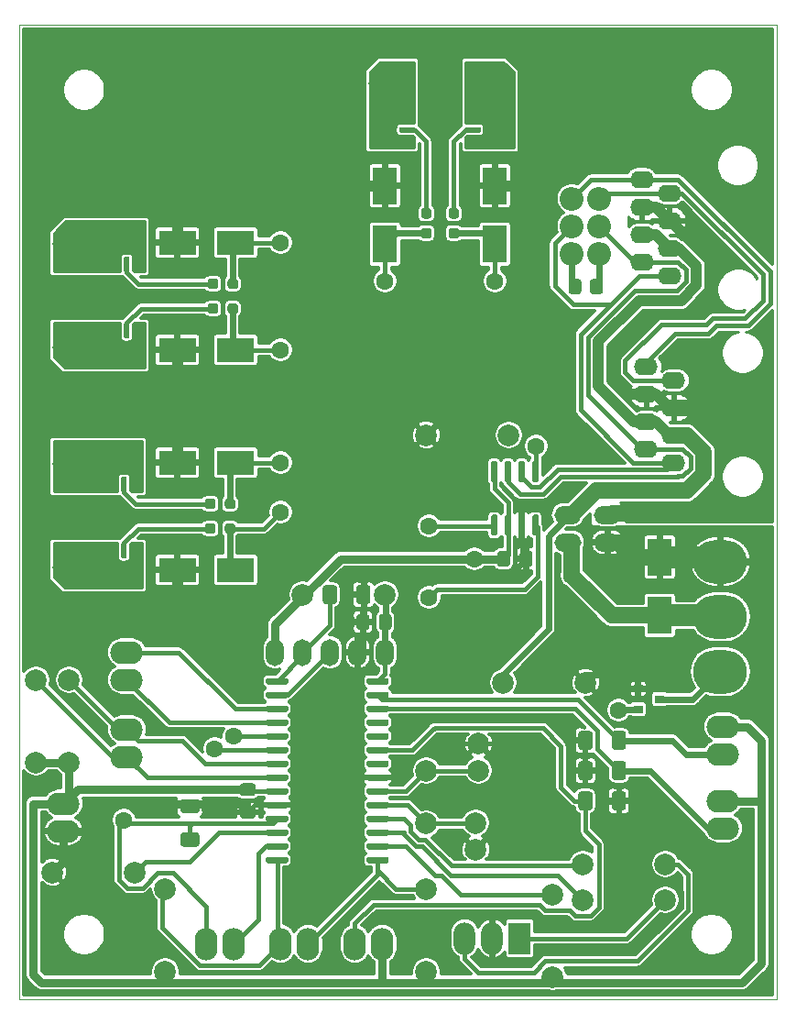
<source format=gbr>
%TF.GenerationSoftware,KiCad,Pcbnew,5.1.10*%
%TF.CreationDate,2021-12-13T10:42:51+01:00*%
%TF.ProjectId,battery_can_monitor,62617474-6572-4795-9f63-616e5f6d6f6e,rev?*%
%TF.SameCoordinates,Original*%
%TF.FileFunction,Copper,L2,Bot*%
%TF.FilePolarity,Positive*%
%FSLAX46Y46*%
G04 Gerber Fmt 4.6, Leading zero omitted, Abs format (unit mm)*
G04 Created by KiCad (PCBNEW 5.1.10) date 2021-12-13 10:42:51*
%MOMM*%
%LPD*%
G01*
G04 APERTURE LIST*
%TA.AperFunction,Profile*%
%ADD10C,0.050000*%
%TD*%
%TA.AperFunction,ComponentPad*%
%ADD11O,2.500000X1.700000*%
%TD*%
%TA.AperFunction,SMDPad,CuDef*%
%ADD12R,3.500000X2.300000*%
%TD*%
%TA.AperFunction,ComponentPad*%
%ADD13O,3.000000X2.100000*%
%TD*%
%TA.AperFunction,ComponentPad*%
%ADD14O,2.100000X3.000000*%
%TD*%
%TA.AperFunction,ComponentPad*%
%ADD15O,2.200000X1.600000*%
%TD*%
%TA.AperFunction,ComponentPad*%
%ADD16C,2.000000*%
%TD*%
%TA.AperFunction,SMDPad,CuDef*%
%ADD17R,0.900000X0.800000*%
%TD*%
%TA.AperFunction,ComponentPad*%
%ADD18O,5.000000X4.000000*%
%TD*%
%TA.AperFunction,ComponentPad*%
%ADD19O,2.200000X2.200000*%
%TD*%
%TA.AperFunction,ComponentPad*%
%ADD20C,4.000000*%
%TD*%
%TA.AperFunction,ComponentPad*%
%ADD21O,1.700000X2.500000*%
%TD*%
%TA.AperFunction,SMDPad,CuDef*%
%ADD22R,2.300000X3.500000*%
%TD*%
%TA.AperFunction,ComponentPad*%
%ADD23O,2.000000X3.000000*%
%TD*%
%TA.AperFunction,ComponentPad*%
%ADD24R,2.000000X3.000000*%
%TD*%
%TA.AperFunction,ViaPad*%
%ADD25C,1.600000*%
%TD*%
%TA.AperFunction,Conductor*%
%ADD26C,0.400000*%
%TD*%
%TA.AperFunction,Conductor*%
%ADD27C,0.800000*%
%TD*%
%TA.AperFunction,Conductor*%
%ADD28C,2.000000*%
%TD*%
%TA.AperFunction,Conductor*%
%ADD29C,0.600000*%
%TD*%
%TA.AperFunction,Conductor*%
%ADD30C,0.500000*%
%TD*%
%TA.AperFunction,Conductor*%
%ADD31C,1.000000*%
%TD*%
%TA.AperFunction,Conductor*%
%ADD32C,1.500000*%
%TD*%
%TA.AperFunction,Conductor*%
%ADD33C,0.300000*%
%TD*%
%TA.AperFunction,Conductor*%
%ADD34C,0.200000*%
%TD*%
%TA.AperFunction,Conductor*%
%ADD35C,0.254000*%
%TD*%
G04 APERTURE END LIST*
D10*
X50000000Y-140000000D02*
X50000000Y-50000000D01*
X120000000Y-140000000D02*
X50000000Y-140000000D01*
X120000000Y-50000000D02*
X120000000Y-140000000D01*
X50000000Y-50000000D02*
X120000000Y-50000000D01*
D11*
%TO.P,J15,2*%
%TO.N,GND*%
X104394000Y-97790000D03*
%TO.P,J15,1*%
%TO.N,/CANGND*%
X104394000Y-95250000D03*
%TD*%
D12*
%TO.P,D7,2*%
%TO.N,GND*%
X64610000Y-80010000D03*
%TO.P,D7,1*%
%TO.N,Net-(D7-Pad1)*%
X70010000Y-80010000D03*
%TD*%
%TO.P,D9,2*%
%TO.N,GND*%
X64610000Y-100330000D03*
%TO.P,D9,1*%
%TO.N,Net-(D9-Pad1)*%
X70010000Y-100330000D03*
%TD*%
%TO.P,R8,2*%
%TO.N,GND*%
%TA.AperFunction,SMDPad,CuDef*%
G36*
G01*
X66411001Y-122798000D02*
X65160999Y-122798000D01*
G75*
G02*
X64911000Y-122548001I0J249999D01*
G01*
X64911000Y-121747999D01*
G75*
G02*
X65160999Y-121498000I249999J0D01*
G01*
X66411001Y-121498000D01*
G75*
G02*
X66661000Y-121747999I0J-249999D01*
G01*
X66661000Y-122548001D01*
G75*
G02*
X66411001Y-122798000I-249999J0D01*
G01*
G37*
%TD.AperFunction*%
%TO.P,R8,1*%
%TO.N,/DOWN*%
%TA.AperFunction,SMDPad,CuDef*%
G36*
G01*
X66411001Y-125898000D02*
X65160999Y-125898000D01*
G75*
G02*
X64911000Y-125648001I0J249999D01*
G01*
X64911000Y-124847999D01*
G75*
G02*
X65160999Y-124598000I249999J0D01*
G01*
X66411001Y-124598000D01*
G75*
G02*
X66661000Y-124847999I0J-249999D01*
G01*
X66661000Y-125648001D01*
G75*
G02*
X66411001Y-125898000I-249999J0D01*
G01*
G37*
%TD.AperFunction*%
%TD*%
D13*
%TO.P,J10,2*%
%TO.N,/AL2*%
X59944000Y-117602000D03*
%TO.P,J10,1*%
%TO.N,/AL1*%
X59944000Y-115062000D03*
%TD*%
%TO.P,R3,2*%
%TO.N,Net-(R3-Pad2)*%
%TA.AperFunction,SMDPad,CuDef*%
G36*
G01*
X104786000Y-116703001D02*
X104786000Y-115452999D01*
G75*
G02*
X105035999Y-115203000I249999J0D01*
G01*
X105836001Y-115203000D01*
G75*
G02*
X106086000Y-115452999I0J-249999D01*
G01*
X106086000Y-116703001D01*
G75*
G02*
X105836001Y-116953000I-249999J0D01*
G01*
X105035999Y-116953000D01*
G75*
G02*
X104786000Y-116703001I0J249999D01*
G01*
G37*
%TD.AperFunction*%
%TO.P,R3,1*%
%TO.N,GND*%
%TA.AperFunction,SMDPad,CuDef*%
G36*
G01*
X101686000Y-116703001D02*
X101686000Y-115452999D01*
G75*
G02*
X101935999Y-115203000I249999J0D01*
G01*
X102736001Y-115203000D01*
G75*
G02*
X102986000Y-115452999I0J-249999D01*
G01*
X102986000Y-116703001D01*
G75*
G02*
X102736001Y-116953000I-249999J0D01*
G01*
X101935999Y-116953000D01*
G75*
G02*
X101686000Y-116703001I0J249999D01*
G01*
G37*
%TD.AperFunction*%
%TD*%
%TO.P,R2,2*%
%TO.N,Net-(R2-Pad2)*%
%TA.AperFunction,SMDPad,CuDef*%
G36*
G01*
X104786000Y-119497001D02*
X104786000Y-118246999D01*
G75*
G02*
X105035999Y-117997000I249999J0D01*
G01*
X105836001Y-117997000D01*
G75*
G02*
X106086000Y-118246999I0J-249999D01*
G01*
X106086000Y-119497001D01*
G75*
G02*
X105836001Y-119747000I-249999J0D01*
G01*
X105035999Y-119747000D01*
G75*
G02*
X104786000Y-119497001I0J249999D01*
G01*
G37*
%TD.AperFunction*%
%TO.P,R2,1*%
%TO.N,GND*%
%TA.AperFunction,SMDPad,CuDef*%
G36*
G01*
X101686000Y-119497001D02*
X101686000Y-118246999D01*
G75*
G02*
X101935999Y-117997000I249999J0D01*
G01*
X102736001Y-117997000D01*
G75*
G02*
X102986000Y-118246999I0J-249999D01*
G01*
X102986000Y-119497001D01*
G75*
G02*
X102736001Y-119747000I-249999J0D01*
G01*
X101935999Y-119747000D01*
G75*
G02*
X101686000Y-119497001I0J249999D01*
G01*
G37*
%TD.AperFunction*%
%TD*%
%TO.P,R1,2*%
%TO.N,Net-(R1-Pad2)*%
%TA.AperFunction,SMDPad,CuDef*%
G36*
G01*
X102986000Y-121040999D02*
X102986000Y-122291001D01*
G75*
G02*
X102736001Y-122541000I-249999J0D01*
G01*
X101935999Y-122541000D01*
G75*
G02*
X101686000Y-122291001I0J249999D01*
G01*
X101686000Y-121040999D01*
G75*
G02*
X101935999Y-120791000I249999J0D01*
G01*
X102736001Y-120791000D01*
G75*
G02*
X102986000Y-121040999I0J-249999D01*
G01*
G37*
%TD.AperFunction*%
%TO.P,R1,1*%
%TO.N,GND*%
%TA.AperFunction,SMDPad,CuDef*%
G36*
G01*
X106086000Y-121040999D02*
X106086000Y-122291001D01*
G75*
G02*
X105836001Y-122541000I-249999J0D01*
G01*
X105035999Y-122541000D01*
G75*
G02*
X104786000Y-122291001I0J249999D01*
G01*
X104786000Y-121040999D01*
G75*
G02*
X105035999Y-120791000I249999J0D01*
G01*
X105836001Y-120791000D01*
G75*
G02*
X106086000Y-121040999I0J-249999D01*
G01*
G37*
%TD.AperFunction*%
%TD*%
%TO.P,U1,28*%
%TO.N,/PGD*%
%TA.AperFunction,SMDPad,CuDef*%
G36*
G01*
X74861000Y-110467000D02*
X74861000Y-110767000D01*
G75*
G02*
X74711000Y-110917000I-150000J0D01*
G01*
X72961000Y-110917000D01*
G75*
G02*
X72811000Y-110767000I0J150000D01*
G01*
X72811000Y-110467000D01*
G75*
G02*
X72961000Y-110317000I150000J0D01*
G01*
X74711000Y-110317000D01*
G75*
G02*
X74861000Y-110467000I0J-150000D01*
G01*
G37*
%TD.AperFunction*%
%TO.P,U1,27*%
%TO.N,/PGC*%
%TA.AperFunction,SMDPad,CuDef*%
G36*
G01*
X74861000Y-111737000D02*
X74861000Y-112037000D01*
G75*
G02*
X74711000Y-112187000I-150000J0D01*
G01*
X72961000Y-112187000D01*
G75*
G02*
X72811000Y-112037000I0J150000D01*
G01*
X72811000Y-111737000D01*
G75*
G02*
X72961000Y-111587000I150000J0D01*
G01*
X74711000Y-111587000D01*
G75*
G02*
X74861000Y-111737000I0J-150000D01*
G01*
G37*
%TD.AperFunction*%
%TO.P,U1,26*%
%TO.N,/IO3*%
%TA.AperFunction,SMDPad,CuDef*%
G36*
G01*
X74861000Y-113007000D02*
X74861000Y-113307000D01*
G75*
G02*
X74711000Y-113457000I-150000J0D01*
G01*
X72961000Y-113457000D01*
G75*
G02*
X72811000Y-113307000I0J150000D01*
G01*
X72811000Y-113007000D01*
G75*
G02*
X72961000Y-112857000I150000J0D01*
G01*
X74711000Y-112857000D01*
G75*
G02*
X74861000Y-113007000I0J-150000D01*
G01*
G37*
%TD.AperFunction*%
%TO.P,U1,25*%
%TO.N,/IO2*%
%TA.AperFunction,SMDPad,CuDef*%
G36*
G01*
X74861000Y-114277000D02*
X74861000Y-114577000D01*
G75*
G02*
X74711000Y-114727000I-150000J0D01*
G01*
X72961000Y-114727000D01*
G75*
G02*
X72811000Y-114577000I0J150000D01*
G01*
X72811000Y-114277000D01*
G75*
G02*
X72961000Y-114127000I150000J0D01*
G01*
X74711000Y-114127000D01*
G75*
G02*
X74861000Y-114277000I0J-150000D01*
G01*
G37*
%TD.AperFunction*%
%TO.P,U1,24*%
%TO.N,/CANRX*%
%TA.AperFunction,SMDPad,CuDef*%
G36*
G01*
X74861000Y-115547000D02*
X74861000Y-115847000D01*
G75*
G02*
X74711000Y-115997000I-150000J0D01*
G01*
X72961000Y-115997000D01*
G75*
G02*
X72811000Y-115847000I0J150000D01*
G01*
X72811000Y-115547000D01*
G75*
G02*
X72961000Y-115397000I150000J0D01*
G01*
X74711000Y-115397000D01*
G75*
G02*
X74861000Y-115547000I0J-150000D01*
G01*
G37*
%TD.AperFunction*%
%TO.P,U1,23*%
%TO.N,/CANTX*%
%TA.AperFunction,SMDPad,CuDef*%
G36*
G01*
X74861000Y-116817000D02*
X74861000Y-117117000D01*
G75*
G02*
X74711000Y-117267000I-150000J0D01*
G01*
X72961000Y-117267000D01*
G75*
G02*
X72811000Y-117117000I0J150000D01*
G01*
X72811000Y-116817000D01*
G75*
G02*
X72961000Y-116667000I150000J0D01*
G01*
X74711000Y-116667000D01*
G75*
G02*
X74861000Y-116817000I0J-150000D01*
G01*
G37*
%TD.AperFunction*%
%TO.P,U1,22*%
%TO.N,/AL1*%
%TA.AperFunction,SMDPad,CuDef*%
G36*
G01*
X74861000Y-118087000D02*
X74861000Y-118387000D01*
G75*
G02*
X74711000Y-118537000I-150000J0D01*
G01*
X72961000Y-118537000D01*
G75*
G02*
X72811000Y-118387000I0J150000D01*
G01*
X72811000Y-118087000D01*
G75*
G02*
X72961000Y-117937000I150000J0D01*
G01*
X74711000Y-117937000D01*
G75*
G02*
X74861000Y-118087000I0J-150000D01*
G01*
G37*
%TD.AperFunction*%
%TO.P,U1,21*%
%TO.N,/AL2*%
%TA.AperFunction,SMDPad,CuDef*%
G36*
G01*
X74861000Y-119357000D02*
X74861000Y-119657000D01*
G75*
G02*
X74711000Y-119807000I-150000J0D01*
G01*
X72961000Y-119807000D01*
G75*
G02*
X72811000Y-119657000I0J150000D01*
G01*
X72811000Y-119357000D01*
G75*
G02*
X72961000Y-119207000I150000J0D01*
G01*
X74711000Y-119207000D01*
G75*
G02*
X74861000Y-119357000I0J-150000D01*
G01*
G37*
%TD.AperFunction*%
%TO.P,U1,20*%
%TO.N,+5V*%
%TA.AperFunction,SMDPad,CuDef*%
G36*
G01*
X74861000Y-120627000D02*
X74861000Y-120927000D01*
G75*
G02*
X74711000Y-121077000I-150000J0D01*
G01*
X72961000Y-121077000D01*
G75*
G02*
X72811000Y-120927000I0J150000D01*
G01*
X72811000Y-120627000D01*
G75*
G02*
X72961000Y-120477000I150000J0D01*
G01*
X74711000Y-120477000D01*
G75*
G02*
X74861000Y-120627000I0J-150000D01*
G01*
G37*
%TD.AperFunction*%
%TO.P,U1,19*%
%TO.N,GND*%
%TA.AperFunction,SMDPad,CuDef*%
G36*
G01*
X74861000Y-121897000D02*
X74861000Y-122197000D01*
G75*
G02*
X74711000Y-122347000I-150000J0D01*
G01*
X72961000Y-122347000D01*
G75*
G02*
X72811000Y-122197000I0J150000D01*
G01*
X72811000Y-121897000D01*
G75*
G02*
X72961000Y-121747000I150000J0D01*
G01*
X74711000Y-121747000D01*
G75*
G02*
X74861000Y-121897000I0J-150000D01*
G01*
G37*
%TD.AperFunction*%
%TO.P,U1,18*%
%TO.N,/DOWN*%
%TA.AperFunction,SMDPad,CuDef*%
G36*
G01*
X74861000Y-123167000D02*
X74861000Y-123467000D01*
G75*
G02*
X74711000Y-123617000I-150000J0D01*
G01*
X72961000Y-123617000D01*
G75*
G02*
X72811000Y-123467000I0J150000D01*
G01*
X72811000Y-123167000D01*
G75*
G02*
X72961000Y-123017000I150000J0D01*
G01*
X74711000Y-123017000D01*
G75*
G02*
X74861000Y-123167000I0J-150000D01*
G01*
G37*
%TD.AperFunction*%
%TO.P,U1,17*%
%TO.N,/ALRM*%
%TA.AperFunction,SMDPad,CuDef*%
G36*
G01*
X74861000Y-124437000D02*
X74861000Y-124737000D01*
G75*
G02*
X74711000Y-124887000I-150000J0D01*
G01*
X72961000Y-124887000D01*
G75*
G02*
X72811000Y-124737000I0J150000D01*
G01*
X72811000Y-124437000D01*
G75*
G02*
X72961000Y-124287000I150000J0D01*
G01*
X74711000Y-124287000D01*
G75*
G02*
X74861000Y-124437000I0J-150000D01*
G01*
G37*
%TD.AperFunction*%
%TO.P,U1,16*%
%TO.N,/IO1*%
%TA.AperFunction,SMDPad,CuDef*%
G36*
G01*
X74861000Y-125707000D02*
X74861000Y-126007000D01*
G75*
G02*
X74711000Y-126157000I-150000J0D01*
G01*
X72961000Y-126157000D01*
G75*
G02*
X72811000Y-126007000I0J150000D01*
G01*
X72811000Y-125707000D01*
G75*
G02*
X72961000Y-125557000I150000J0D01*
G01*
X74711000Y-125557000D01*
G75*
G02*
X74861000Y-125707000I0J-150000D01*
G01*
G37*
%TD.AperFunction*%
%TO.P,U1,15*%
%TO.N,/SDA*%
%TA.AperFunction,SMDPad,CuDef*%
G36*
G01*
X74861000Y-126977000D02*
X74861000Y-127277000D01*
G75*
G02*
X74711000Y-127427000I-150000J0D01*
G01*
X72961000Y-127427000D01*
G75*
G02*
X72811000Y-127277000I0J150000D01*
G01*
X72811000Y-126977000D01*
G75*
G02*
X72961000Y-126827000I150000J0D01*
G01*
X74711000Y-126827000D01*
G75*
G02*
X74861000Y-126977000I0J-150000D01*
G01*
G37*
%TD.AperFunction*%
%TO.P,U1,14*%
%TO.N,/SCL*%
%TA.AperFunction,SMDPad,CuDef*%
G36*
G01*
X84161000Y-126977000D02*
X84161000Y-127277000D01*
G75*
G02*
X84011000Y-127427000I-150000J0D01*
G01*
X82261000Y-127427000D01*
G75*
G02*
X82111000Y-127277000I0J150000D01*
G01*
X82111000Y-126977000D01*
G75*
G02*
X82261000Y-126827000I150000J0D01*
G01*
X84011000Y-126827000D01*
G75*
G02*
X84161000Y-126977000I0J-150000D01*
G01*
G37*
%TD.AperFunction*%
%TO.P,U1,13*%
%TO.N,/!CANOK*%
%TA.AperFunction,SMDPad,CuDef*%
G36*
G01*
X84161000Y-125707000D02*
X84161000Y-126007000D01*
G75*
G02*
X84011000Y-126157000I-150000J0D01*
G01*
X82261000Y-126157000D01*
G75*
G02*
X82111000Y-126007000I0J150000D01*
G01*
X82111000Y-125707000D01*
G75*
G02*
X82261000Y-125557000I150000J0D01*
G01*
X84011000Y-125557000D01*
G75*
G02*
X84161000Y-125707000I0J-150000D01*
G01*
G37*
%TD.AperFunction*%
%TO.P,U1,12*%
%TO.N,Net-(R23-Pad1)*%
%TA.AperFunction,SMDPad,CuDef*%
G36*
G01*
X84161000Y-124437000D02*
X84161000Y-124737000D01*
G75*
G02*
X84011000Y-124887000I-150000J0D01*
G01*
X82261000Y-124887000D01*
G75*
G02*
X82111000Y-124737000I0J150000D01*
G01*
X82111000Y-124437000D01*
G75*
G02*
X82261000Y-124287000I150000J0D01*
G01*
X84011000Y-124287000D01*
G75*
G02*
X84161000Y-124437000I0J-150000D01*
G01*
G37*
%TD.AperFunction*%
%TO.P,U1,11*%
%TO.N,Net-(R21-Pad1)*%
%TA.AperFunction,SMDPad,CuDef*%
G36*
G01*
X84161000Y-123167000D02*
X84161000Y-123467000D01*
G75*
G02*
X84011000Y-123617000I-150000J0D01*
G01*
X82261000Y-123617000D01*
G75*
G02*
X82111000Y-123467000I0J150000D01*
G01*
X82111000Y-123167000D01*
G75*
G02*
X82261000Y-123017000I150000J0D01*
G01*
X84011000Y-123017000D01*
G75*
G02*
X84161000Y-123167000I0J-150000D01*
G01*
G37*
%TD.AperFunction*%
%TO.P,U1,10*%
%TO.N,Net-(C5-Pad1)*%
%TA.AperFunction,SMDPad,CuDef*%
G36*
G01*
X84161000Y-121897000D02*
X84161000Y-122197000D01*
G75*
G02*
X84011000Y-122347000I-150000J0D01*
G01*
X82261000Y-122347000D01*
G75*
G02*
X82111000Y-122197000I0J150000D01*
G01*
X82111000Y-121897000D01*
G75*
G02*
X82261000Y-121747000I150000J0D01*
G01*
X84011000Y-121747000D01*
G75*
G02*
X84161000Y-121897000I0J-150000D01*
G01*
G37*
%TD.AperFunction*%
%TO.P,U1,9*%
%TO.N,Net-(C4-Pad1)*%
%TA.AperFunction,SMDPad,CuDef*%
G36*
G01*
X84161000Y-120627000D02*
X84161000Y-120927000D01*
G75*
G02*
X84011000Y-121077000I-150000J0D01*
G01*
X82261000Y-121077000D01*
G75*
G02*
X82111000Y-120927000I0J150000D01*
G01*
X82111000Y-120627000D01*
G75*
G02*
X82261000Y-120477000I150000J0D01*
G01*
X84011000Y-120477000D01*
G75*
G02*
X84161000Y-120627000I0J-150000D01*
G01*
G37*
%TD.AperFunction*%
%TO.P,U1,8*%
%TO.N,GND*%
%TA.AperFunction,SMDPad,CuDef*%
G36*
G01*
X84161000Y-119357000D02*
X84161000Y-119657000D01*
G75*
G02*
X84011000Y-119807000I-150000J0D01*
G01*
X82261000Y-119807000D01*
G75*
G02*
X82111000Y-119657000I0J150000D01*
G01*
X82111000Y-119357000D01*
G75*
G02*
X82261000Y-119207000I150000J0D01*
G01*
X84011000Y-119207000D01*
G75*
G02*
X84161000Y-119357000I0J-150000D01*
G01*
G37*
%TD.AperFunction*%
%TO.P,U1,7*%
%TO.N,N/C*%
%TA.AperFunction,SMDPad,CuDef*%
G36*
G01*
X84161000Y-118087000D02*
X84161000Y-118387000D01*
G75*
G02*
X84011000Y-118537000I-150000J0D01*
G01*
X82261000Y-118537000D01*
G75*
G02*
X82111000Y-118387000I0J150000D01*
G01*
X82111000Y-118087000D01*
G75*
G02*
X82261000Y-117937000I150000J0D01*
G01*
X84011000Y-117937000D01*
G75*
G02*
X84161000Y-118087000I0J-150000D01*
G01*
G37*
%TD.AperFunction*%
%TO.P,U1,6*%
%TO.N,Net-(R1-Pad2)*%
%TA.AperFunction,SMDPad,CuDef*%
G36*
G01*
X84161000Y-116817000D02*
X84161000Y-117117000D01*
G75*
G02*
X84011000Y-117267000I-150000J0D01*
G01*
X82261000Y-117267000D01*
G75*
G02*
X82111000Y-117117000I0J150000D01*
G01*
X82111000Y-116817000D01*
G75*
G02*
X82261000Y-116667000I150000J0D01*
G01*
X84011000Y-116667000D01*
G75*
G02*
X84161000Y-116817000I0J-150000D01*
G01*
G37*
%TD.AperFunction*%
%TO.P,U1,5*%
%TO.N,N/C*%
%TA.AperFunction,SMDPad,CuDef*%
G36*
G01*
X84161000Y-115547000D02*
X84161000Y-115847000D01*
G75*
G02*
X84011000Y-115997000I-150000J0D01*
G01*
X82261000Y-115997000D01*
G75*
G02*
X82111000Y-115847000I0J150000D01*
G01*
X82111000Y-115547000D01*
G75*
G02*
X82261000Y-115397000I150000J0D01*
G01*
X84011000Y-115397000D01*
G75*
G02*
X84161000Y-115547000I0J-150000D01*
G01*
G37*
%TD.AperFunction*%
%TO.P,U1,4*%
%TA.AperFunction,SMDPad,CuDef*%
G36*
G01*
X84161000Y-114277000D02*
X84161000Y-114577000D01*
G75*
G02*
X84011000Y-114727000I-150000J0D01*
G01*
X82261000Y-114727000D01*
G75*
G02*
X82111000Y-114577000I0J150000D01*
G01*
X82111000Y-114277000D01*
G75*
G02*
X82261000Y-114127000I150000J0D01*
G01*
X84011000Y-114127000D01*
G75*
G02*
X84161000Y-114277000I0J-150000D01*
G01*
G37*
%TD.AperFunction*%
%TO.P,U1,3*%
%TO.N,Net-(R2-Pad2)*%
%TA.AperFunction,SMDPad,CuDef*%
G36*
G01*
X84161000Y-113007000D02*
X84161000Y-113307000D01*
G75*
G02*
X84011000Y-113457000I-150000J0D01*
G01*
X82261000Y-113457000D01*
G75*
G02*
X82111000Y-113307000I0J150000D01*
G01*
X82111000Y-113007000D01*
G75*
G02*
X82261000Y-112857000I150000J0D01*
G01*
X84011000Y-112857000D01*
G75*
G02*
X84161000Y-113007000I0J-150000D01*
G01*
G37*
%TD.AperFunction*%
%TO.P,U1,2*%
%TO.N,Net-(R3-Pad2)*%
%TA.AperFunction,SMDPad,CuDef*%
G36*
G01*
X84161000Y-111737000D02*
X84161000Y-112037000D01*
G75*
G02*
X84011000Y-112187000I-150000J0D01*
G01*
X82261000Y-112187000D01*
G75*
G02*
X82111000Y-112037000I0J150000D01*
G01*
X82111000Y-111737000D01*
G75*
G02*
X82261000Y-111587000I150000J0D01*
G01*
X84011000Y-111587000D01*
G75*
G02*
X84161000Y-111737000I0J-150000D01*
G01*
G37*
%TD.AperFunction*%
%TO.P,U1,1*%
%TO.N,/MCLR*%
%TA.AperFunction,SMDPad,CuDef*%
G36*
G01*
X84161000Y-110467000D02*
X84161000Y-110767000D01*
G75*
G02*
X84011000Y-110917000I-150000J0D01*
G01*
X82261000Y-110917000D01*
G75*
G02*
X82111000Y-110767000I0J150000D01*
G01*
X82111000Y-110467000D01*
G75*
G02*
X82261000Y-110317000I150000J0D01*
G01*
X84011000Y-110317000D01*
G75*
G02*
X84161000Y-110467000I0J-150000D01*
G01*
G37*
%TD.AperFunction*%
%TD*%
%TO.P,R12,2*%
%TO.N,GND*%
%TA.AperFunction,SMDPad,CuDef*%
G36*
G01*
X81164000Y-103241001D02*
X81164000Y-101990999D01*
G75*
G02*
X81413999Y-101741000I249999J0D01*
G01*
X82214001Y-101741000D01*
G75*
G02*
X82464000Y-101990999I0J-249999D01*
G01*
X82464000Y-103241001D01*
G75*
G02*
X82214001Y-103491000I-249999J0D01*
G01*
X81413999Y-103491000D01*
G75*
G02*
X81164000Y-103241001I0J249999D01*
G01*
G37*
%TD.AperFunction*%
%TO.P,R12,1*%
%TO.N,/PGD*%
%TA.AperFunction,SMDPad,CuDef*%
G36*
G01*
X78064000Y-103241001D02*
X78064000Y-101990999D01*
G75*
G02*
X78313999Y-101741000I249999J0D01*
G01*
X79114001Y-101741000D01*
G75*
G02*
X79364000Y-101990999I0J-249999D01*
G01*
X79364000Y-103241001D01*
G75*
G02*
X79114001Y-103491000I-249999J0D01*
G01*
X78313999Y-103491000D01*
G75*
G02*
X78064000Y-103241001I0J249999D01*
G01*
G37*
%TD.AperFunction*%
%TD*%
D14*
%TO.P,J11,2*%
%TO.N,/DOWN*%
X67310000Y-134874000D03*
%TO.P,J11,1*%
%TO.N,/IO1*%
X69850000Y-134874000D03*
%TD*%
%TO.P,J9,2*%
%TO.N,/SDA*%
X74168000Y-134874000D03*
%TO.P,J9,1*%
%TO.N,/SCL*%
X76708000Y-134874000D03*
%TD*%
%TO.P,TH2,2*%
%TO.N,Net-(R1-Pad2)*%
X81026000Y-134874000D03*
%TO.P,TH2,1*%
%TO.N,+5V*%
X83566000Y-134874000D03*
%TD*%
D15*
%TO.P,J5,8*%
%TO.N,Net-(J4-Pad8)*%
X107950000Y-81534000D03*
%TO.P,J5,7*%
%TO.N,Net-(J4-Pad7)*%
X110490000Y-82804000D03*
%TO.P,J5,6*%
%TO.N,/CANGND*%
X107950000Y-84074000D03*
%TO.P,J5,5*%
X110490000Y-85344000D03*
%TO.P,J5,4*%
%TO.N,/+12CAN*%
X107950000Y-86614000D03*
%TO.P,J5,3*%
X110490000Y-87884000D03*
%TO.P,J5,2*%
%TO.N,/CANL*%
X107950000Y-89154000D03*
%TO.P,J5,1*%
%TO.N,/CANH*%
X110490000Y-90424000D03*
%TD*%
D16*
%TO.P,Y1,2*%
%TO.N,Net-(C5-Pad1)*%
X87630000Y-123772000D03*
%TO.P,Y1,1*%
%TO.N,Net-(C4-Pad1)*%
X87630000Y-118872000D03*
%TD*%
%TO.P,U4,8*%
%TO.N,/!CANOK*%
%TA.AperFunction,SMDPad,CuDef*%
G36*
G01*
X97871000Y-92226000D02*
X97571000Y-92226000D01*
G75*
G02*
X97421000Y-92076000I0J150000D01*
G01*
X97421000Y-90426000D01*
G75*
G02*
X97571000Y-90276000I150000J0D01*
G01*
X97871000Y-90276000D01*
G75*
G02*
X98021000Y-90426000I0J-150000D01*
G01*
X98021000Y-92076000D01*
G75*
G02*
X97871000Y-92226000I-150000J0D01*
G01*
G37*
%TD.AperFunction*%
%TO.P,U4,7*%
%TO.N,/CANH*%
%TA.AperFunction,SMDPad,CuDef*%
G36*
G01*
X96601000Y-92226000D02*
X96301000Y-92226000D01*
G75*
G02*
X96151000Y-92076000I0J150000D01*
G01*
X96151000Y-90426000D01*
G75*
G02*
X96301000Y-90276000I150000J0D01*
G01*
X96601000Y-90276000D01*
G75*
G02*
X96751000Y-90426000I0J-150000D01*
G01*
X96751000Y-92076000D01*
G75*
G02*
X96601000Y-92226000I-150000J0D01*
G01*
G37*
%TD.AperFunction*%
%TO.P,U4,6*%
%TO.N,/CANL*%
%TA.AperFunction,SMDPad,CuDef*%
G36*
G01*
X95331000Y-92226000D02*
X95031000Y-92226000D01*
G75*
G02*
X94881000Y-92076000I0J150000D01*
G01*
X94881000Y-90426000D01*
G75*
G02*
X95031000Y-90276000I150000J0D01*
G01*
X95331000Y-90276000D01*
G75*
G02*
X95481000Y-90426000I0J-150000D01*
G01*
X95481000Y-92076000D01*
G75*
G02*
X95331000Y-92226000I-150000J0D01*
G01*
G37*
%TD.AperFunction*%
%TO.P,U4,5*%
%TO.N,+5V*%
%TA.AperFunction,SMDPad,CuDef*%
G36*
G01*
X94061000Y-92226000D02*
X93761000Y-92226000D01*
G75*
G02*
X93611000Y-92076000I0J150000D01*
G01*
X93611000Y-90426000D01*
G75*
G02*
X93761000Y-90276000I150000J0D01*
G01*
X94061000Y-90276000D01*
G75*
G02*
X94211000Y-90426000I0J-150000D01*
G01*
X94211000Y-92076000D01*
G75*
G02*
X94061000Y-92226000I-150000J0D01*
G01*
G37*
%TD.AperFunction*%
%TO.P,U4,4*%
%TO.N,/CANRX*%
%TA.AperFunction,SMDPad,CuDef*%
G36*
G01*
X94061000Y-97176000D02*
X93761000Y-97176000D01*
G75*
G02*
X93611000Y-97026000I0J150000D01*
G01*
X93611000Y-95376000D01*
G75*
G02*
X93761000Y-95226000I150000J0D01*
G01*
X94061000Y-95226000D01*
G75*
G02*
X94211000Y-95376000I0J-150000D01*
G01*
X94211000Y-97026000D01*
G75*
G02*
X94061000Y-97176000I-150000J0D01*
G01*
G37*
%TD.AperFunction*%
%TO.P,U4,3*%
%TO.N,+5V*%
%TA.AperFunction,SMDPad,CuDef*%
G36*
G01*
X95331000Y-97176000D02*
X95031000Y-97176000D01*
G75*
G02*
X94881000Y-97026000I0J150000D01*
G01*
X94881000Y-95376000D01*
G75*
G02*
X95031000Y-95226000I150000J0D01*
G01*
X95331000Y-95226000D01*
G75*
G02*
X95481000Y-95376000I0J-150000D01*
G01*
X95481000Y-97026000D01*
G75*
G02*
X95331000Y-97176000I-150000J0D01*
G01*
G37*
%TD.AperFunction*%
%TO.P,U4,2*%
%TO.N,GND*%
%TA.AperFunction,SMDPad,CuDef*%
G36*
G01*
X96601000Y-97176000D02*
X96301000Y-97176000D01*
G75*
G02*
X96151000Y-97026000I0J150000D01*
G01*
X96151000Y-95376000D01*
G75*
G02*
X96301000Y-95226000I150000J0D01*
G01*
X96601000Y-95226000D01*
G75*
G02*
X96751000Y-95376000I0J-150000D01*
G01*
X96751000Y-97026000D01*
G75*
G02*
X96601000Y-97176000I-150000J0D01*
G01*
G37*
%TD.AperFunction*%
%TO.P,U4,1*%
%TO.N,/CANTX*%
%TA.AperFunction,SMDPad,CuDef*%
G36*
G01*
X97871000Y-97176000D02*
X97571000Y-97176000D01*
G75*
G02*
X97421000Y-97026000I0J150000D01*
G01*
X97421000Y-95376000D01*
G75*
G02*
X97571000Y-95226000I150000J0D01*
G01*
X97871000Y-95226000D01*
G75*
G02*
X98021000Y-95376000I0J-150000D01*
G01*
X98021000Y-97026000D01*
G75*
G02*
X97871000Y-97176000I-150000J0D01*
G01*
G37*
%TD.AperFunction*%
%TD*%
D13*
%TO.P,TH3,2*%
%TO.N,Net-(R2-Pad2)*%
X115062000Y-124206000D03*
%TO.P,TH3,1*%
%TO.N,+5V*%
X115062000Y-121666000D03*
%TD*%
%TO.P,TH1,2*%
%TO.N,Net-(R3-Pad2)*%
X115062000Y-117348000D03*
%TO.P,TH1,1*%
%TO.N,+5V*%
X115062000Y-114808000D03*
%TD*%
D16*
%TO.P,R23,2*%
%TO.N,Net-(D5-Pad1)*%
X109728000Y-130810000D03*
%TO.P,R23,1*%
%TO.N,Net-(R23-Pad1)*%
X102108000Y-130810000D03*
%TD*%
%TO.P,R21,2*%
%TO.N,Net-(D5-Pad3)*%
X109728000Y-127508000D03*
%TO.P,R21,1*%
%TO.N,Net-(R21-Pad1)*%
X102108000Y-127508000D03*
%TD*%
%TO.P,R20,2*%
%TO.N,+5V*%
X63500000Y-137414000D03*
%TO.P,R20,1*%
%TO.N,/SDA*%
X63500000Y-129794000D03*
%TD*%
%TO.P,R18,2*%
%TO.N,+5V*%
X87630000Y-137414000D03*
%TO.P,R18,1*%
%TO.N,/SCL*%
X87630000Y-129794000D03*
%TD*%
%TO.P,R16,2*%
%TO.N,GND*%
X53086000Y-128270000D03*
%TO.P,R16,1*%
%TO.N,/ALRM*%
X60706000Y-128270000D03*
%TD*%
%TO.P,R15,2*%
%TO.N,GND*%
X102362000Y-110744000D03*
%TO.P,R15,1*%
%TO.N,/+12CAN*%
X94742000Y-110744000D03*
%TD*%
%TO.P,R14,2*%
%TO.N,+5V*%
X99314000Y-137922000D03*
%TO.P,R14,1*%
%TO.N,/!CANOK*%
X99314000Y-130302000D03*
%TD*%
%TO.P,R13,2*%
%TO.N,Net-(J7-Pad6)*%
%TA.AperFunction,SMDPad,CuDef*%
G36*
G01*
X102762000Y-74618001D02*
X102762000Y-73717999D01*
G75*
G02*
X103011999Y-73468000I249999J0D01*
G01*
X103712001Y-73468000D01*
G75*
G02*
X103962000Y-73717999I0J-249999D01*
G01*
X103962000Y-74618001D01*
G75*
G02*
X103712001Y-74868000I-249999J0D01*
G01*
X103011999Y-74868000D01*
G75*
G02*
X102762000Y-74618001I0J249999D01*
G01*
G37*
%TD.AperFunction*%
%TO.P,R13,1*%
%TO.N,Net-(J7-Pad5)*%
%TA.AperFunction,SMDPad,CuDef*%
G36*
G01*
X100762000Y-74618001D02*
X100762000Y-73717999D01*
G75*
G02*
X101011999Y-73468000I249999J0D01*
G01*
X101712001Y-73468000D01*
G75*
G02*
X101962000Y-73717999I0J-249999D01*
G01*
X101962000Y-74618001D01*
G75*
G02*
X101712001Y-74868000I-249999J0D01*
G01*
X101011999Y-74868000D01*
G75*
G02*
X100762000Y-74618001I0J249999D01*
G01*
G37*
%TD.AperFunction*%
%TD*%
%TO.P,R11,2*%
%TO.N,Net-(F6-Pad1)*%
%TA.AperFunction,SMDPad,CuDef*%
G36*
G01*
X59783500Y-71434000D02*
X60104500Y-71434000D01*
G75*
G02*
X60194000Y-71523500I0J-89500D01*
G01*
X60194000Y-72744500D01*
G75*
G02*
X60104500Y-72834000I-89500J0D01*
G01*
X59783500Y-72834000D01*
G75*
G02*
X59694000Y-72744500I0J89500D01*
G01*
X59694000Y-71523500D01*
G75*
G02*
X59783500Y-71434000I89500J0D01*
G01*
G37*
%TD.AperFunction*%
%TO.P,R11,3*%
%TO.N,Net-(F5-Pad1)*%
%TA.AperFunction,SMDPad,CuDef*%
G36*
G01*
X59783500Y-77534000D02*
X60104500Y-77534000D01*
G75*
G02*
X60194000Y-77623500I0J-89500D01*
G01*
X60194000Y-78844500D01*
G75*
G02*
X60104500Y-78934000I-89500J0D01*
G01*
X59783500Y-78934000D01*
G75*
G02*
X59694000Y-78844500I0J89500D01*
G01*
X59694000Y-77623500D01*
G75*
G02*
X59783500Y-77534000I89500J0D01*
G01*
G37*
%TD.AperFunction*%
%TO.P,R11,4*%
%TO.N,/S1-*%
%TA.AperFunction,SMDPad,CuDef*%
G36*
G01*
X60633800Y-77534000D02*
X61404200Y-77534000D01*
G75*
G02*
X61619000Y-77748800I0J-214800D01*
G01*
X61619000Y-78719200D01*
G75*
G02*
X61404200Y-78934000I-214800J0D01*
G01*
X60633800Y-78934000D01*
G75*
G02*
X60419000Y-78719200I0J214800D01*
G01*
X60419000Y-77748800D01*
G75*
G02*
X60633800Y-77534000I214800J0D01*
G01*
G37*
%TD.AperFunction*%
%TA.AperFunction,SMDPad,CuDef*%
G36*
G01*
X58483800Y-77534000D02*
X59254200Y-77534000D01*
G75*
G02*
X59469000Y-77748800I0J-214800D01*
G01*
X59469000Y-78719200D01*
G75*
G02*
X59254200Y-78934000I-214800J0D01*
G01*
X58483800Y-78934000D01*
G75*
G02*
X58269000Y-78719200I0J214800D01*
G01*
X58269000Y-77748800D01*
G75*
G02*
X58483800Y-77534000I214800J0D01*
G01*
G37*
%TD.AperFunction*%
%TO.P,R11,1*%
%TO.N,/S1+*%
%TA.AperFunction,SMDPad,CuDef*%
G36*
G01*
X60633800Y-71434000D02*
X61404200Y-71434000D01*
G75*
G02*
X61619000Y-71648800I0J-214800D01*
G01*
X61619000Y-72619200D01*
G75*
G02*
X61404200Y-72834000I-214800J0D01*
G01*
X60633800Y-72834000D01*
G75*
G02*
X60419000Y-72619200I0J214800D01*
G01*
X60419000Y-71648800D01*
G75*
G02*
X60633800Y-71434000I214800J0D01*
G01*
G37*
%TD.AperFunction*%
%TA.AperFunction,SMDPad,CuDef*%
G36*
G01*
X58483800Y-71434000D02*
X59254200Y-71434000D01*
G75*
G02*
X59469000Y-71648800I0J-214800D01*
G01*
X59469000Y-72619200D01*
G75*
G02*
X59254200Y-72834000I-214800J0D01*
G01*
X58483800Y-72834000D01*
G75*
G02*
X58269000Y-72619200I0J214800D01*
G01*
X58269000Y-71648800D01*
G75*
G02*
X58483800Y-71434000I214800J0D01*
G01*
G37*
%TD.AperFunction*%
%TD*%
%TO.P,R10,2*%
%TO.N,Net-(F4-Pad1)*%
%TA.AperFunction,SMDPad,CuDef*%
G36*
G01*
X59529500Y-91754000D02*
X59850500Y-91754000D01*
G75*
G02*
X59940000Y-91843500I0J-89500D01*
G01*
X59940000Y-93064500D01*
G75*
G02*
X59850500Y-93154000I-89500J0D01*
G01*
X59529500Y-93154000D01*
G75*
G02*
X59440000Y-93064500I0J89500D01*
G01*
X59440000Y-91843500D01*
G75*
G02*
X59529500Y-91754000I89500J0D01*
G01*
G37*
%TD.AperFunction*%
%TO.P,R10,3*%
%TO.N,Net-(F3-Pad1)*%
%TA.AperFunction,SMDPad,CuDef*%
G36*
G01*
X59529500Y-97854000D02*
X59850500Y-97854000D01*
G75*
G02*
X59940000Y-97943500I0J-89500D01*
G01*
X59940000Y-99164500D01*
G75*
G02*
X59850500Y-99254000I-89500J0D01*
G01*
X59529500Y-99254000D01*
G75*
G02*
X59440000Y-99164500I0J89500D01*
G01*
X59440000Y-97943500D01*
G75*
G02*
X59529500Y-97854000I89500J0D01*
G01*
G37*
%TD.AperFunction*%
%TO.P,R10,4*%
%TO.N,/S2-*%
%TA.AperFunction,SMDPad,CuDef*%
G36*
G01*
X60379800Y-97854000D02*
X61150200Y-97854000D01*
G75*
G02*
X61365000Y-98068800I0J-214800D01*
G01*
X61365000Y-99039200D01*
G75*
G02*
X61150200Y-99254000I-214800J0D01*
G01*
X60379800Y-99254000D01*
G75*
G02*
X60165000Y-99039200I0J214800D01*
G01*
X60165000Y-98068800D01*
G75*
G02*
X60379800Y-97854000I214800J0D01*
G01*
G37*
%TD.AperFunction*%
%TA.AperFunction,SMDPad,CuDef*%
G36*
G01*
X58229800Y-97854000D02*
X59000200Y-97854000D01*
G75*
G02*
X59215000Y-98068800I0J-214800D01*
G01*
X59215000Y-99039200D01*
G75*
G02*
X59000200Y-99254000I-214800J0D01*
G01*
X58229800Y-99254000D01*
G75*
G02*
X58015000Y-99039200I0J214800D01*
G01*
X58015000Y-98068800D01*
G75*
G02*
X58229800Y-97854000I214800J0D01*
G01*
G37*
%TD.AperFunction*%
%TO.P,R10,1*%
%TO.N,/S2+*%
%TA.AperFunction,SMDPad,CuDef*%
G36*
G01*
X60379800Y-91754000D02*
X61150200Y-91754000D01*
G75*
G02*
X61365000Y-91968800I0J-214800D01*
G01*
X61365000Y-92939200D01*
G75*
G02*
X61150200Y-93154000I-214800J0D01*
G01*
X60379800Y-93154000D01*
G75*
G02*
X60165000Y-92939200I0J214800D01*
G01*
X60165000Y-91968800D01*
G75*
G02*
X60379800Y-91754000I214800J0D01*
G01*
G37*
%TD.AperFunction*%
%TA.AperFunction,SMDPad,CuDef*%
G36*
G01*
X58229800Y-91754000D02*
X59000200Y-91754000D01*
G75*
G02*
X59215000Y-91968800I0J-214800D01*
G01*
X59215000Y-92939200D01*
G75*
G02*
X59000200Y-93154000I-214800J0D01*
G01*
X58229800Y-93154000D01*
G75*
G02*
X58015000Y-92939200I0J214800D01*
G01*
X58015000Y-91968800D01*
G75*
G02*
X58229800Y-91754000I214800J0D01*
G01*
G37*
%TD.AperFunction*%
%TD*%
%TO.P,R9,2*%
%TO.N,+5V*%
X51562000Y-118110000D03*
%TO.P,R9,1*%
%TO.N,/AL2*%
X51562000Y-110490000D03*
%TD*%
%TO.P,R7,2*%
%TO.N,+5V*%
X54610000Y-118110000D03*
%TO.P,R7,1*%
%TO.N,/AL1*%
X54610000Y-110490000D03*
%TD*%
%TO.P,R6,2*%
%TO.N,+5V*%
X76200000Y-102616000D03*
%TO.P,R6,1*%
%TO.N,/MCLR*%
X83820000Y-102616000D03*
%TD*%
%TO.P,R5,2*%
%TO.N,GND*%
X87630000Y-87884000D03*
%TO.P,R5,1*%
%TO.N,Net-(R5-Pad1)*%
X95250000Y-87884000D03*
%TD*%
%TO.P,R4,2*%
%TO.N,Net-(F2-Pad2)*%
%TA.AperFunction,SMDPad,CuDef*%
G36*
G01*
X85150000Y-59850500D02*
X85150000Y-59529500D01*
G75*
G02*
X85239500Y-59440000I89500J0D01*
G01*
X86460500Y-59440000D01*
G75*
G02*
X86550000Y-59529500I0J-89500D01*
G01*
X86550000Y-59850500D01*
G75*
G02*
X86460500Y-59940000I-89500J0D01*
G01*
X85239500Y-59940000D01*
G75*
G02*
X85150000Y-59850500I0J89500D01*
G01*
G37*
%TD.AperFunction*%
%TO.P,R4,3*%
%TO.N,Net-(F1-Pad2)*%
%TA.AperFunction,SMDPad,CuDef*%
G36*
G01*
X91250000Y-59850500D02*
X91250000Y-59529500D01*
G75*
G02*
X91339500Y-59440000I89500J0D01*
G01*
X92560500Y-59440000D01*
G75*
G02*
X92650000Y-59529500I0J-89500D01*
G01*
X92650000Y-59850500D01*
G75*
G02*
X92560500Y-59940000I-89500J0D01*
G01*
X91339500Y-59940000D01*
G75*
G02*
X91250000Y-59850500I0J89500D01*
G01*
G37*
%TD.AperFunction*%
%TO.P,R4,4*%
%TO.N,/S3-*%
%TA.AperFunction,SMDPad,CuDef*%
G36*
G01*
X91250000Y-59000200D02*
X91250000Y-58229800D01*
G75*
G02*
X91464800Y-58015000I214800J0D01*
G01*
X92435200Y-58015000D01*
G75*
G02*
X92650000Y-58229800I0J-214800D01*
G01*
X92650000Y-59000200D01*
G75*
G02*
X92435200Y-59215000I-214800J0D01*
G01*
X91464800Y-59215000D01*
G75*
G02*
X91250000Y-59000200I0J214800D01*
G01*
G37*
%TD.AperFunction*%
%TA.AperFunction,SMDPad,CuDef*%
G36*
G01*
X91250000Y-61150200D02*
X91250000Y-60379800D01*
G75*
G02*
X91464800Y-60165000I214800J0D01*
G01*
X92435200Y-60165000D01*
G75*
G02*
X92650000Y-60379800I0J-214800D01*
G01*
X92650000Y-61150200D01*
G75*
G02*
X92435200Y-61365000I-214800J0D01*
G01*
X91464800Y-61365000D01*
G75*
G02*
X91250000Y-61150200I0J214800D01*
G01*
G37*
%TD.AperFunction*%
%TO.P,R4,1*%
%TO.N,/S3+*%
%TA.AperFunction,SMDPad,CuDef*%
G36*
G01*
X85150000Y-59000200D02*
X85150000Y-58229800D01*
G75*
G02*
X85364800Y-58015000I214800J0D01*
G01*
X86335200Y-58015000D01*
G75*
G02*
X86550000Y-58229800I0J-214800D01*
G01*
X86550000Y-59000200D01*
G75*
G02*
X86335200Y-59215000I-214800J0D01*
G01*
X85364800Y-59215000D01*
G75*
G02*
X85150000Y-59000200I0J214800D01*
G01*
G37*
%TD.AperFunction*%
%TA.AperFunction,SMDPad,CuDef*%
G36*
G01*
X85150000Y-61150200D02*
X85150000Y-60379800D01*
G75*
G02*
X85364800Y-60165000I214800J0D01*
G01*
X86335200Y-60165000D01*
G75*
G02*
X86550000Y-60379800I0J-214800D01*
G01*
X86550000Y-61150200D01*
G75*
G02*
X86335200Y-61365000I-214800J0D01*
G01*
X85364800Y-61365000D01*
G75*
G02*
X85150000Y-61150200I0J214800D01*
G01*
G37*
%TD.AperFunction*%
%TD*%
D17*
%TO.P,Q2,3*%
%TO.N,Net-(J13-Pad3)*%
X109204000Y-112268000D03*
%TO.P,Q2,2*%
%TO.N,GND*%
X107204000Y-111318000D03*
%TO.P,Q2,1*%
%TO.N,/ALRM*%
X107204000Y-113218000D03*
%TD*%
D11*
%TO.P,J14,2*%
%TO.N,/+12CAN*%
X100711000Y-95250000D03*
%TO.P,J14,1*%
%TO.N,+12V*%
X100711000Y-97790000D03*
%TD*%
D18*
%TO.P,J13,3*%
%TO.N,Net-(J13-Pad3)*%
X114808000Y-109728000D03*
%TO.P,J13,2*%
%TO.N,+12V*%
X114808000Y-104648000D03*
%TO.P,J13,1*%
%TO.N,GND*%
X114808000Y-99568000D03*
%TD*%
D13*
%TO.P,J12,2*%
%TO.N,/IO2*%
X59944000Y-110490000D03*
%TO.P,J12,1*%
%TO.N,/IO3*%
X59944000Y-107950000D03*
%TD*%
%TO.P,J8,2*%
%TO.N,+5V*%
X54102000Y-121920000D03*
%TO.P,J8,1*%
%TO.N,GND*%
X54102000Y-124460000D03*
%TD*%
D19*
%TO.P,J7,6*%
%TO.N,Net-(J7-Pad6)*%
X103632000Y-71120000D03*
%TO.P,J7,5*%
%TO.N,Net-(J7-Pad5)*%
X101092000Y-71120000D03*
%TO.P,J7,4*%
%TO.N,/CANL*%
X103632000Y-68580000D03*
%TO.P,J7,3*%
%TO.N,/CANH*%
X101092000Y-68580000D03*
%TO.P,J7,2*%
%TO.N,Net-(J4-Pad7)*%
X103632000Y-66040000D03*
%TO.P,J7,1*%
%TO.N,Net-(J4-Pad8)*%
X101092000Y-66040000D03*
%TD*%
D20*
%TO.P,J6,2*%
%TO.N,/S1+*%
X55118000Y-70236000D03*
%TO.P,J6,1*%
%TO.N,/S1-*%
X55118000Y-79756000D03*
%TD*%
D15*
%TO.P,J4,8*%
%TO.N,Net-(J4-Pad8)*%
X107550000Y-64262000D03*
%TO.P,J4,7*%
%TO.N,Net-(J4-Pad7)*%
X110090000Y-65532000D03*
%TO.P,J4,6*%
%TO.N,/CANGND*%
X107550000Y-66802000D03*
%TO.P,J4,5*%
X110090000Y-68072000D03*
%TO.P,J4,4*%
%TO.N,/+12CAN*%
X107550000Y-69342000D03*
%TO.P,J4,3*%
X110090000Y-70612000D03*
%TO.P,J4,2*%
%TO.N,/CANL*%
X107550000Y-71882000D03*
%TO.P,J4,1*%
%TO.N,/CANH*%
X110090000Y-73152000D03*
%TD*%
D21*
%TO.P,J3,5*%
%TO.N,/MCLR*%
X83820000Y-107950000D03*
%TO.P,J3,4*%
%TO.N,GND*%
X81280000Y-107950000D03*
%TO.P,J3,3*%
%TO.N,/PGC*%
X78740000Y-107950000D03*
%TO.P,J3,2*%
%TO.N,/PGD*%
X76200000Y-107950000D03*
%TO.P,J3,1*%
%TO.N,+5V*%
X73660000Y-107950000D03*
%TD*%
D20*
%TO.P,J2,2*%
%TO.N,/S2+*%
X55118000Y-90556000D03*
%TO.P,J2,1*%
%TO.N,/S2-*%
X55118000Y-100076000D03*
%TD*%
%TO.P,J1,2*%
%TO.N,/S3-*%
X93848000Y-55372000D03*
%TO.P,J1,1*%
%TO.N,/S3+*%
X84328000Y-55372000D03*
%TD*%
%TO.P,F6,2*%
%TO.N,Net-(D3-Pad1)*%
%TA.AperFunction,SMDPad,CuDef*%
G36*
G01*
X69259000Y-74151500D02*
X69259000Y-73676500D01*
G75*
G02*
X69496500Y-73439000I237500J0D01*
G01*
X69996500Y-73439000D01*
G75*
G02*
X70234000Y-73676500I0J-237500D01*
G01*
X70234000Y-74151500D01*
G75*
G02*
X69996500Y-74389000I-237500J0D01*
G01*
X69496500Y-74389000D01*
G75*
G02*
X69259000Y-74151500I0J237500D01*
G01*
G37*
%TD.AperFunction*%
%TO.P,F6,1*%
%TO.N,Net-(F6-Pad1)*%
%TA.AperFunction,SMDPad,CuDef*%
G36*
G01*
X67434000Y-74151500D02*
X67434000Y-73676500D01*
G75*
G02*
X67671500Y-73439000I237500J0D01*
G01*
X68171500Y-73439000D01*
G75*
G02*
X68409000Y-73676500I0J-237500D01*
G01*
X68409000Y-74151500D01*
G75*
G02*
X68171500Y-74389000I-237500J0D01*
G01*
X67671500Y-74389000D01*
G75*
G02*
X67434000Y-74151500I0J237500D01*
G01*
G37*
%TD.AperFunction*%
%TD*%
%TO.P,F5,2*%
%TO.N,Net-(D7-Pad1)*%
%TA.AperFunction,SMDPad,CuDef*%
G36*
G01*
X69259000Y-76437500D02*
X69259000Y-75962500D01*
G75*
G02*
X69496500Y-75725000I237500J0D01*
G01*
X69996500Y-75725000D01*
G75*
G02*
X70234000Y-75962500I0J-237500D01*
G01*
X70234000Y-76437500D01*
G75*
G02*
X69996500Y-76675000I-237500J0D01*
G01*
X69496500Y-76675000D01*
G75*
G02*
X69259000Y-76437500I0J237500D01*
G01*
G37*
%TD.AperFunction*%
%TO.P,F5,1*%
%TO.N,Net-(F5-Pad1)*%
%TA.AperFunction,SMDPad,CuDef*%
G36*
G01*
X67434000Y-76437500D02*
X67434000Y-75962500D01*
G75*
G02*
X67671500Y-75725000I237500J0D01*
G01*
X68171500Y-75725000D01*
G75*
G02*
X68409000Y-75962500I0J-237500D01*
G01*
X68409000Y-76437500D01*
G75*
G02*
X68171500Y-76675000I-237500J0D01*
G01*
X67671500Y-76675000D01*
G75*
G02*
X67434000Y-76437500I0J237500D01*
G01*
G37*
%TD.AperFunction*%
%TD*%
%TO.P,F4,2*%
%TO.N,Net-(D8-Pad1)*%
%TA.AperFunction,SMDPad,CuDef*%
G36*
G01*
X69005000Y-94471500D02*
X69005000Y-93996500D01*
G75*
G02*
X69242500Y-93759000I237500J0D01*
G01*
X69742500Y-93759000D01*
G75*
G02*
X69980000Y-93996500I0J-237500D01*
G01*
X69980000Y-94471500D01*
G75*
G02*
X69742500Y-94709000I-237500J0D01*
G01*
X69242500Y-94709000D01*
G75*
G02*
X69005000Y-94471500I0J237500D01*
G01*
G37*
%TD.AperFunction*%
%TO.P,F4,1*%
%TO.N,Net-(F4-Pad1)*%
%TA.AperFunction,SMDPad,CuDef*%
G36*
G01*
X67180000Y-94471500D02*
X67180000Y-93996500D01*
G75*
G02*
X67417500Y-93759000I237500J0D01*
G01*
X67917500Y-93759000D01*
G75*
G02*
X68155000Y-93996500I0J-237500D01*
G01*
X68155000Y-94471500D01*
G75*
G02*
X67917500Y-94709000I-237500J0D01*
G01*
X67417500Y-94709000D01*
G75*
G02*
X67180000Y-94471500I0J237500D01*
G01*
G37*
%TD.AperFunction*%
%TD*%
%TO.P,F3,2*%
%TO.N,Net-(D9-Pad1)*%
%TA.AperFunction,SMDPad,CuDef*%
G36*
G01*
X69005000Y-96757500D02*
X69005000Y-96282500D01*
G75*
G02*
X69242500Y-96045000I237500J0D01*
G01*
X69742500Y-96045000D01*
G75*
G02*
X69980000Y-96282500I0J-237500D01*
G01*
X69980000Y-96757500D01*
G75*
G02*
X69742500Y-96995000I-237500J0D01*
G01*
X69242500Y-96995000D01*
G75*
G02*
X69005000Y-96757500I0J237500D01*
G01*
G37*
%TD.AperFunction*%
%TO.P,F3,1*%
%TO.N,Net-(F3-Pad1)*%
%TA.AperFunction,SMDPad,CuDef*%
G36*
G01*
X67180000Y-96757500D02*
X67180000Y-96282500D01*
G75*
G02*
X67417500Y-96045000I237500J0D01*
G01*
X67917500Y-96045000D01*
G75*
G02*
X68155000Y-96282500I0J-237500D01*
G01*
X68155000Y-96757500D01*
G75*
G02*
X67917500Y-96995000I-237500J0D01*
G01*
X67417500Y-96995000D01*
G75*
G02*
X67180000Y-96757500I0J237500D01*
G01*
G37*
%TD.AperFunction*%
%TD*%
%TO.P,F2,2*%
%TO.N,Net-(F2-Pad2)*%
%TA.AperFunction,SMDPad,CuDef*%
G36*
G01*
X87867500Y-67901000D02*
X87392500Y-67901000D01*
G75*
G02*
X87155000Y-67663500I0J237500D01*
G01*
X87155000Y-67163500D01*
G75*
G02*
X87392500Y-66926000I237500J0D01*
G01*
X87867500Y-66926000D01*
G75*
G02*
X88105000Y-67163500I0J-237500D01*
G01*
X88105000Y-67663500D01*
G75*
G02*
X87867500Y-67901000I-237500J0D01*
G01*
G37*
%TD.AperFunction*%
%TO.P,F2,1*%
%TO.N,Net-(D1-Pad1)*%
%TA.AperFunction,SMDPad,CuDef*%
G36*
G01*
X87867500Y-69726000D02*
X87392500Y-69726000D01*
G75*
G02*
X87155000Y-69488500I0J237500D01*
G01*
X87155000Y-68988500D01*
G75*
G02*
X87392500Y-68751000I237500J0D01*
G01*
X87867500Y-68751000D01*
G75*
G02*
X88105000Y-68988500I0J-237500D01*
G01*
X88105000Y-69488500D01*
G75*
G02*
X87867500Y-69726000I-237500J0D01*
G01*
G37*
%TD.AperFunction*%
%TD*%
%TO.P,F1,2*%
%TO.N,Net-(F1-Pad2)*%
%TA.AperFunction,SMDPad,CuDef*%
G36*
G01*
X90407500Y-67901000D02*
X89932500Y-67901000D01*
G75*
G02*
X89695000Y-67663500I0J237500D01*
G01*
X89695000Y-67163500D01*
G75*
G02*
X89932500Y-66926000I237500J0D01*
G01*
X90407500Y-66926000D01*
G75*
G02*
X90645000Y-67163500I0J-237500D01*
G01*
X90645000Y-67663500D01*
G75*
G02*
X90407500Y-67901000I-237500J0D01*
G01*
G37*
%TD.AperFunction*%
%TO.P,F1,1*%
%TO.N,Net-(D2-Pad1)*%
%TA.AperFunction,SMDPad,CuDef*%
G36*
G01*
X90407500Y-69726000D02*
X89932500Y-69726000D01*
G75*
G02*
X89695000Y-69488500I0J237500D01*
G01*
X89695000Y-68988500D01*
G75*
G02*
X89932500Y-68751000I237500J0D01*
G01*
X90407500Y-68751000D01*
G75*
G02*
X90645000Y-68988500I0J-237500D01*
G01*
X90645000Y-69488500D01*
G75*
G02*
X90407500Y-69726000I-237500J0D01*
G01*
G37*
%TD.AperFunction*%
%TD*%
D12*
%TO.P,D8,2*%
%TO.N,GND*%
X64610000Y-90424000D03*
%TO.P,D8,1*%
%TO.N,Net-(D8-Pad1)*%
X70010000Y-90424000D03*
%TD*%
D22*
%TO.P,D6,2*%
%TO.N,GND*%
X109220000Y-99154000D03*
%TO.P,D6,1*%
%TO.N,+12V*%
X109220000Y-104554000D03*
%TD*%
D23*
%TO.P,D5,3*%
%TO.N,Net-(D5-Pad3)*%
X91186000Y-134366000D03*
%TO.P,D5,2*%
%TO.N,GND*%
X93726000Y-134366000D03*
D24*
%TO.P,D5,1*%
%TO.N,Net-(D5-Pad1)*%
X96266000Y-134366000D03*
%TD*%
D12*
%TO.P,D3,2*%
%TO.N,GND*%
X64610000Y-70104000D03*
%TO.P,D3,1*%
%TO.N,Net-(D3-Pad1)*%
X70010000Y-70104000D03*
%TD*%
D22*
%TO.P,D2,2*%
%TO.N,GND*%
X93980000Y-64864000D03*
%TO.P,D2,1*%
%TO.N,Net-(D2-Pad1)*%
X93980000Y-70264000D03*
%TD*%
%TO.P,D1,2*%
%TO.N,GND*%
X83820000Y-64864000D03*
%TO.P,D1,1*%
%TO.N,Net-(D1-Pad1)*%
X83820000Y-70264000D03*
%TD*%
%TO.P,C11,2*%
%TO.N,GND*%
%TA.AperFunction,SMDPad,CuDef*%
G36*
G01*
X96266000Y-99789000D02*
X96266000Y-98839000D01*
G75*
G02*
X96516000Y-98589000I250000J0D01*
G01*
X97191000Y-98589000D01*
G75*
G02*
X97441000Y-98839000I0J-250000D01*
G01*
X97441000Y-99789000D01*
G75*
G02*
X97191000Y-100039000I-250000J0D01*
G01*
X96516000Y-100039000D01*
G75*
G02*
X96266000Y-99789000I0J250000D01*
G01*
G37*
%TD.AperFunction*%
%TO.P,C11,1*%
%TO.N,+5V*%
%TA.AperFunction,SMDPad,CuDef*%
G36*
G01*
X94191000Y-99789000D02*
X94191000Y-98839000D01*
G75*
G02*
X94441000Y-98589000I250000J0D01*
G01*
X95116000Y-98589000D01*
G75*
G02*
X95366000Y-98839000I0J-250000D01*
G01*
X95366000Y-99789000D01*
G75*
G02*
X95116000Y-100039000I-250000J0D01*
G01*
X94441000Y-100039000D01*
G75*
G02*
X94191000Y-99789000I0J250000D01*
G01*
G37*
%TD.AperFunction*%
%TD*%
%TO.P,C9,2*%
%TO.N,/MCLR*%
%TA.AperFunction,SMDPad,CuDef*%
G36*
G01*
X83254000Y-105631000D02*
X83254000Y-104681000D01*
G75*
G02*
X83504000Y-104431000I250000J0D01*
G01*
X84179000Y-104431000D01*
G75*
G02*
X84429000Y-104681000I0J-250000D01*
G01*
X84429000Y-105631000D01*
G75*
G02*
X84179000Y-105881000I-250000J0D01*
G01*
X83504000Y-105881000D01*
G75*
G02*
X83254000Y-105631000I0J250000D01*
G01*
G37*
%TD.AperFunction*%
%TO.P,C9,1*%
%TO.N,GND*%
%TA.AperFunction,SMDPad,CuDef*%
G36*
G01*
X81179000Y-105631000D02*
X81179000Y-104681000D01*
G75*
G02*
X81429000Y-104431000I250000J0D01*
G01*
X82104000Y-104431000D01*
G75*
G02*
X82354000Y-104681000I0J-250000D01*
G01*
X82354000Y-105631000D01*
G75*
G02*
X82104000Y-105881000I-250000J0D01*
G01*
X81429000Y-105881000D01*
G75*
G02*
X81179000Y-105631000I0J250000D01*
G01*
G37*
%TD.AperFunction*%
%TD*%
%TO.P,C6,2*%
%TO.N,+5V*%
%TA.AperFunction,SMDPad,CuDef*%
G36*
G01*
X71595000Y-121216000D02*
X70645000Y-121216000D01*
G75*
G02*
X70395000Y-120966000I0J250000D01*
G01*
X70395000Y-120291000D01*
G75*
G02*
X70645000Y-120041000I250000J0D01*
G01*
X71595000Y-120041000D01*
G75*
G02*
X71845000Y-120291000I0J-250000D01*
G01*
X71845000Y-120966000D01*
G75*
G02*
X71595000Y-121216000I-250000J0D01*
G01*
G37*
%TD.AperFunction*%
%TO.P,C6,1*%
%TO.N,GND*%
%TA.AperFunction,SMDPad,CuDef*%
G36*
G01*
X71595000Y-123291000D02*
X70645000Y-123291000D01*
G75*
G02*
X70395000Y-123041000I0J250000D01*
G01*
X70395000Y-122366000D01*
G75*
G02*
X70645000Y-122116000I250000J0D01*
G01*
X71595000Y-122116000D01*
G75*
G02*
X71845000Y-122366000I0J-250000D01*
G01*
X71845000Y-123041000D01*
G75*
G02*
X71595000Y-123291000I-250000J0D01*
G01*
G37*
%TD.AperFunction*%
%TD*%
D16*
%TO.P,C5,2*%
%TO.N,GND*%
X92202000Y-126198000D03*
%TO.P,C5,1*%
%TO.N,Net-(C5-Pad1)*%
X92202000Y-123698000D03*
%TD*%
%TO.P,C4,2*%
%TO.N,GND*%
X92456000Y-116372000D03*
%TO.P,C4,1*%
%TO.N,Net-(C4-Pad1)*%
X92456000Y-118872000D03*
%TD*%
D25*
%TO.N,+5V*%
X92075002Y-99314000D03*
%TO.N,GND*%
X96885999Y-116398000D03*
X102362000Y-88900000D03*
X104775000Y-100838000D03*
%TO.N,+12V*%
X101092000Y-100838000D03*
%TO.N,Net-(D1-Pad1)*%
X83820000Y-73660000D03*
%TO.N,Net-(D2-Pad1)*%
X93980000Y-73660000D03*
%TO.N,Net-(D3-Pad1)*%
X74168000Y-70104000D03*
%TO.N,Net-(D7-Pad1)*%
X74168000Y-80010000D03*
%TO.N,Net-(D8-Pad1)*%
X74168000Y-90424000D03*
%TO.N,Net-(D9-Pad1)*%
X74168000Y-94996000D03*
%TO.N,/DOWN*%
X59690000Y-123444000D03*
%TO.N,/!CANOK*%
X97790000Y-88900000D03*
%TO.N,/ALRM*%
X105410000Y-113284000D03*
%TO.N,/CANRX*%
X69850000Y-115677000D03*
X87884000Y-96266000D03*
%TO.N,/CANTX*%
X68072000Y-116840000D03*
X87884000Y-102870000D03*
%TD*%
D26*
%TO.N,+5V*%
X93911000Y-91251000D02*
X93911000Y-92837000D01*
X95181000Y-94107000D02*
X95181000Y-96201000D01*
X93911000Y-92837000D02*
X95181000Y-94107000D01*
X95181000Y-98911500D02*
X94778500Y-99314000D01*
X95181000Y-96201000D02*
X95181000Y-98911500D01*
X73836000Y-120777000D02*
X71268500Y-120777000D01*
X83136000Y-134190000D02*
X83820000Y-134874000D01*
D27*
X116840000Y-138430000D02*
X118618000Y-136652000D01*
X117348000Y-114808000D02*
X115062000Y-114808000D01*
X118618000Y-116078000D02*
X117348000Y-114808000D01*
X118364000Y-121666000D02*
X118618000Y-121412000D01*
X115062000Y-121666000D02*
X118364000Y-121666000D01*
X118618000Y-136652000D02*
X118618000Y-120142000D01*
X118618000Y-121412000D02*
X118618000Y-116078000D01*
X83566000Y-138176000D02*
X83312000Y-138430000D01*
X83566000Y-134874000D02*
X83566000Y-138176000D01*
X63246000Y-138430000D02*
X83312000Y-138430000D01*
X51308000Y-137668000D02*
X52070000Y-138430000D01*
X51308000Y-121920000D02*
X51308000Y-137668000D01*
D26*
X63246000Y-137414000D02*
X63246000Y-138430000D01*
D27*
X52070000Y-138430000D02*
X63246000Y-138430000D01*
D26*
X87630000Y-138176000D02*
X87884000Y-138430000D01*
X87630000Y-137414000D02*
X87630000Y-138176000D01*
D27*
X83312000Y-138430000D02*
X87884000Y-138430000D01*
D26*
X99314000Y-138176000D02*
X99568000Y-138430000D01*
X99314000Y-137922000D02*
X99314000Y-138176000D01*
D27*
X87884000Y-138430000D02*
X99568000Y-138430000D01*
X99568000Y-138430000D02*
X116840000Y-138430000D01*
X54102000Y-121920000D02*
X51308000Y-121920000D01*
X54610000Y-118110000D02*
X51562000Y-118110000D01*
X54610000Y-121412000D02*
X54102000Y-121920000D01*
X54610000Y-118110000D02*
X54610000Y-121412000D01*
X55393500Y-120628500D02*
X54102000Y-121920000D01*
X71120000Y-120628500D02*
X55393500Y-120628500D01*
X73660000Y-105372190D02*
X79718190Y-99314000D01*
X79718190Y-99314000D02*
X92075002Y-99314000D01*
X73660000Y-107950000D02*
X73660000Y-105372190D01*
X94778500Y-99314000D02*
X92075002Y-99314000D01*
D26*
%TO.N,GND*%
X96451000Y-98911500D02*
X96853500Y-99314000D01*
X96451000Y-96201000D02*
X96451000Y-98911500D01*
X71776500Y-122047000D02*
X71120000Y-122703500D01*
X73836000Y-122047000D02*
X71776500Y-122047000D01*
X84709000Y-119507000D02*
X83136000Y-119507000D01*
X87844000Y-116372000D02*
X84709000Y-119507000D01*
X77597000Y-122047000D02*
X73836000Y-122047000D01*
X80137000Y-119507000D02*
X77597000Y-122047000D01*
D28*
X114394000Y-99154000D02*
X114808000Y-99568000D01*
X109220000Y-99154000D02*
X114394000Y-99154000D01*
D29*
X114808000Y-99568000D02*
X119170990Y-99568000D01*
D30*
X116263558Y-107227990D02*
X112564010Y-107227990D01*
X119170990Y-104320558D02*
X116263558Y-107227990D01*
X119170990Y-99568000D02*
X119170990Y-104320558D01*
D26*
X81280000Y-119380000D02*
X81153000Y-119507000D01*
X81280000Y-107442000D02*
X81280000Y-119380000D01*
X83136000Y-119507000D02*
X81153000Y-119507000D01*
X81153000Y-119507000D02*
X80137000Y-119507000D01*
D29*
X81766500Y-107463500D02*
X81280000Y-107950000D01*
X81766500Y-105156000D02*
X81766500Y-107463500D01*
X81814000Y-105108500D02*
X81766500Y-105156000D01*
X81814000Y-102616000D02*
X81814000Y-105108500D01*
X81814000Y-102616000D02*
X81814000Y-101118000D01*
X95101501Y-101065999D02*
X96853500Y-99314000D01*
X81866001Y-101065999D02*
X95101501Y-101065999D01*
X81814000Y-101118000D02*
X81866001Y-101065999D01*
X97487979Y-86333999D02*
X98641989Y-85179989D01*
X89180001Y-86333999D02*
X97487979Y-86333999D01*
X87630000Y-87884000D02*
X89180001Y-86333999D01*
X102362000Y-109982000D02*
X107188000Y-109982000D01*
X107188000Y-111302000D02*
X107204000Y-111318000D01*
X107188000Y-109982000D02*
X107188000Y-111302000D01*
D26*
X102336000Y-118872000D02*
X102336000Y-116078000D01*
D27*
X54416177Y-124460000D02*
X54102000Y-124460000D01*
X56402000Y-124460000D02*
X54102000Y-124460000D01*
X58868001Y-121993999D02*
X56402000Y-124460000D01*
X70410499Y-121993999D02*
X58868001Y-121993999D01*
X71120000Y-122703500D02*
X70410499Y-121993999D01*
X54102000Y-127254000D02*
X53086000Y-128270000D01*
X54102000Y-124460000D02*
X54102000Y-127254000D01*
D31*
X96680000Y-64864000D02*
X93980000Y-64864000D01*
X96598001Y-64782001D02*
X96680000Y-64864000D01*
X96598001Y-54051999D02*
X96598001Y-64782001D01*
X81671999Y-64864000D02*
X81577999Y-64770000D01*
X83820000Y-64864000D02*
X81671999Y-64864000D01*
X81577999Y-64770000D02*
X81577999Y-54051999D01*
X81577999Y-54051999D02*
X83007999Y-52621999D01*
X83007999Y-52621999D02*
X95168001Y-52621999D01*
X95168001Y-52621999D02*
X96598001Y-54051999D01*
X96598001Y-64782001D02*
X97597981Y-64782001D01*
X81577999Y-64770000D02*
X65532000Y-64770000D01*
X64610000Y-65692000D02*
X64610000Y-70104000D01*
X65532000Y-64770000D02*
X64610000Y-65692000D01*
X52367999Y-81076001D02*
X56381998Y-85090000D01*
X65532000Y-64770000D02*
X56513998Y-64770000D01*
X56513998Y-64770000D02*
X52367999Y-68915999D01*
X56381998Y-85090000D02*
X64262000Y-85090000D01*
X64610000Y-84742000D02*
X64610000Y-80010000D01*
X64262000Y-85090000D02*
X64610000Y-84742000D01*
X64610000Y-84742000D02*
X64610000Y-90424000D01*
X52367999Y-101396001D02*
X55365998Y-104394000D01*
X52367999Y-80220001D02*
X52367999Y-101396001D01*
X52367999Y-80220001D02*
X52367999Y-81076001D01*
X52367999Y-68915999D02*
X52367999Y-80220001D01*
X55365998Y-104394000D02*
X64262000Y-104394000D01*
X64610000Y-104046000D02*
X64610000Y-100330000D01*
X64262000Y-104394000D02*
X64610000Y-104046000D01*
D26*
X92456000Y-116372000D02*
X87844000Y-116372000D01*
X92456000Y-116372000D02*
X96859999Y-116372000D01*
X96859999Y-116372000D02*
X96885999Y-116398000D01*
D27*
X98641989Y-85179989D02*
X102362000Y-88900000D01*
X98641989Y-65826009D02*
X97597981Y-64782001D01*
X98641989Y-85179989D02*
X98641989Y-65826009D01*
D29*
X108204000Y-109982000D02*
X107188000Y-109982000D01*
X112564010Y-107227990D02*
X110958010Y-107227990D01*
X110958010Y-107227990D02*
X108204000Y-109982000D01*
D32*
X104394000Y-97790000D02*
X105410000Y-97790000D01*
X106774000Y-99154000D02*
X109220000Y-99154000D01*
X105410000Y-97790000D02*
X106774000Y-99154000D01*
X106459000Y-99154000D02*
X106774000Y-99154000D01*
X104775000Y-100838000D02*
X106459000Y-99154000D01*
D26*
X93726000Y-136266000D02*
X93726000Y-134366000D01*
X97626001Y-136316001D02*
X93776001Y-136316001D01*
X97716001Y-136226001D02*
X97626001Y-136316001D01*
X97716001Y-135747989D02*
X97716001Y-136226001D01*
X106936011Y-135747989D02*
X97716001Y-135747989D01*
X105436000Y-121666000D02*
X105436000Y-125362002D01*
X105436000Y-125362002D02*
X109031999Y-128958001D01*
X109031999Y-128958001D02*
X110022003Y-128958001D01*
X110022003Y-128958001D02*
X111178000Y-130113998D01*
X111178000Y-130113998D02*
X111178000Y-131506000D01*
X93776001Y-136316001D02*
X93726000Y-136266000D01*
X111178000Y-131506000D02*
X106936011Y-135747989D01*
X105309000Y-121793000D02*
X105436000Y-121666000D01*
X103886000Y-121793000D02*
X105309000Y-121793000D01*
X102336000Y-118872000D02*
X103886000Y-118872000D01*
X103886000Y-118872000D02*
X103886000Y-121793000D01*
%TO.N,Net-(C4-Pad1)*%
X85725000Y-120777000D02*
X87630000Y-118872000D01*
X83136000Y-120777000D02*
X85725000Y-120777000D01*
X87630000Y-118872000D02*
X92456000Y-118872000D01*
%TO.N,Net-(C5-Pad1)*%
X85905000Y-122047000D02*
X87630000Y-123772000D01*
X83136000Y-122047000D02*
X85905000Y-122047000D01*
X92128000Y-123772000D02*
X92202000Y-123698000D01*
X87630000Y-123772000D02*
X92128000Y-123772000D01*
%TO.N,/MCLR*%
X83820000Y-109933000D02*
X83136000Y-110617000D01*
X83820000Y-107442000D02*
X83820000Y-109933000D01*
D29*
X83820000Y-105177500D02*
X83841500Y-105156000D01*
X83820000Y-107950000D02*
X83820000Y-105177500D01*
X83841500Y-102637500D02*
X83820000Y-102616000D01*
X83841500Y-105156000D02*
X83841500Y-102637500D01*
D28*
%TO.N,+12V*%
X114714000Y-104554000D02*
X114808000Y-104648000D01*
X109220000Y-104554000D02*
X114714000Y-104554000D01*
D32*
X101092000Y-100838000D02*
X101092000Y-97790000D01*
X104808000Y-104554000D02*
X109220000Y-104554000D01*
X101092000Y-100838000D02*
X104808000Y-104554000D01*
D29*
%TO.N,Net-(D1-Pad1)*%
X84845500Y-69238500D02*
X83820000Y-70264000D01*
X87630000Y-69238500D02*
X84845500Y-69238500D01*
D26*
X83820000Y-70264000D02*
X83820000Y-73660000D01*
D29*
%TO.N,Net-(D2-Pad1)*%
X92954500Y-69238500D02*
X93980000Y-70264000D01*
X90170000Y-69238500D02*
X92954500Y-69238500D01*
D26*
X93980000Y-70264000D02*
X93980000Y-73660000D01*
D29*
%TO.N,Net-(D3-Pad1)*%
X69746500Y-70367500D02*
X70010000Y-70104000D01*
X69746500Y-73914000D02*
X69746500Y-70367500D01*
D26*
X70010000Y-70104000D02*
X74168000Y-70104000D01*
%TO.N,Net-(D5-Pad3)*%
X91186000Y-136266000D02*
X91186000Y-134366000D01*
X92461000Y-137541000D02*
X91186000Y-136266000D01*
X110883998Y-127508000D02*
X111828011Y-128452013D01*
X109728000Y-127508000D02*
X110883998Y-127508000D01*
X111828011Y-128452013D02*
X111828011Y-131775243D01*
X111828011Y-131775243D02*
X107131255Y-136471999D01*
X107131255Y-136471999D02*
X98617999Y-136471999D01*
X97548998Y-137541000D02*
X92461000Y-137541000D01*
X98617999Y-136471999D02*
X97548998Y-137541000D01*
%TO.N,Net-(D5-Pad1)*%
X106172000Y-134366000D02*
X109728000Y-130810000D01*
X96266000Y-134366000D02*
X106172000Y-134366000D01*
D29*
%TO.N,Net-(D7-Pad1)*%
X69746500Y-79746500D02*
X70010000Y-80010000D01*
X69746500Y-76200000D02*
X69746500Y-79746500D01*
D26*
X70010000Y-80010000D02*
X74168000Y-80010000D01*
D29*
%TO.N,Net-(D8-Pad1)*%
X69492500Y-90941500D02*
X70010000Y-90424000D01*
X69492500Y-94234000D02*
X69492500Y-90941500D01*
D26*
X70010000Y-90424000D02*
X74168000Y-90424000D01*
D29*
%TO.N,Net-(D9-Pad1)*%
X69492500Y-99812500D02*
X70010000Y-100330000D01*
X69492500Y-96520000D02*
X69492500Y-99812500D01*
D26*
X69492500Y-96520000D02*
X72644000Y-96520000D01*
X72644000Y-96520000D02*
X74168000Y-94996000D01*
%TO.N,Net-(F1-Pad2)*%
X90170000Y-60734414D02*
X90170000Y-67310000D01*
X91950000Y-59690000D02*
X91214414Y-59690000D01*
X91214414Y-59690000D02*
X90170000Y-60734414D01*
%TO.N,Net-(F2-Pad2)*%
X86585586Y-59690000D02*
X85850000Y-59690000D01*
X87630000Y-67310000D02*
X87630000Y-60734414D01*
X87630000Y-60734414D02*
X86585586Y-59690000D01*
%TO.N,Net-(F3-Pad1)*%
X60988414Y-96520000D02*
X67564000Y-96520000D01*
X59690000Y-98554000D02*
X59690000Y-97818414D01*
X59690000Y-97818414D02*
X60988414Y-96520000D01*
%TO.N,Net-(F4-Pad1)*%
X60734414Y-94234000D02*
X67564000Y-94234000D01*
X59690000Y-92454000D02*
X59690000Y-93189586D01*
X59690000Y-93189586D02*
X60734414Y-94234000D01*
%TO.N,Net-(F5-Pad1)*%
X59944000Y-77498414D02*
X59944000Y-78234000D01*
X67818000Y-76200000D02*
X61242414Y-76200000D01*
X61242414Y-76200000D02*
X59944000Y-77498414D01*
%TO.N,Net-(F6-Pad1)*%
X59944000Y-72869586D02*
X59944000Y-72134000D01*
X67818000Y-73914000D02*
X60988414Y-73914000D01*
X60988414Y-73914000D02*
X59944000Y-72869586D01*
D31*
%TO.N,/S2+*%
X58615000Y-92454000D02*
X58615000Y-91889000D01*
X57282000Y-90556000D02*
X55118000Y-90556000D01*
X58615000Y-91889000D02*
X57282000Y-90556000D01*
X59750248Y-90556000D02*
X55118000Y-90556000D01*
X60690010Y-91495762D02*
X59750248Y-90556000D01*
X60690010Y-92440010D02*
X60690010Y-91495762D01*
X60704000Y-92454000D02*
X60690010Y-92440010D01*
X60765000Y-92454000D02*
X60704000Y-92454000D01*
%TO.N,/S2-*%
X58615000Y-98554000D02*
X58615000Y-99373000D01*
X57912000Y-100076000D02*
X55118000Y-100076000D01*
X58615000Y-99373000D02*
X57912000Y-100076000D01*
X60126248Y-100076000D02*
X55118000Y-100076000D01*
X60765000Y-99437248D02*
X60126248Y-100076000D01*
X60765000Y-98554000D02*
X60765000Y-99437248D01*
D26*
%TO.N,/PGD*%
X78714000Y-105436000D02*
X76200000Y-107950000D01*
X78714000Y-102616000D02*
X78714000Y-105436000D01*
X76200000Y-108253000D02*
X73836000Y-110617000D01*
X76200000Y-107950000D02*
X76200000Y-108253000D01*
%TO.N,/PGC*%
X74803000Y-111887000D02*
X73836000Y-111887000D01*
X78740000Y-107950000D02*
X74803000Y-111887000D01*
%TO.N,Net-(J4-Pad8)*%
X102870000Y-64262000D02*
X101092000Y-66040000D01*
X107950000Y-64262000D02*
X102870000Y-64262000D01*
X110598000Y-78486000D02*
X107550000Y-81534000D01*
X113665000Y-78486000D02*
X110598000Y-78486000D01*
X110901254Y-64262000D02*
X119395011Y-72755757D01*
X119395011Y-72755757D02*
X119395010Y-75707244D01*
X119395010Y-75707244D02*
X117363243Y-77739011D01*
X107550000Y-64262000D02*
X110901254Y-64262000D01*
X117363243Y-77739011D02*
X114411989Y-77739011D01*
X114411989Y-77739011D02*
X113665000Y-78486000D01*
%TO.N,Net-(J4-Pad7)*%
X104140000Y-65532000D02*
X103632000Y-66040000D01*
X110490000Y-65532000D02*
X104140000Y-65532000D01*
X106752219Y-82804000D02*
X110090000Y-82804000D01*
X105999990Y-82051771D02*
X106752219Y-82804000D01*
X105999990Y-81016229D02*
X105999990Y-82051771D01*
X109358209Y-77658010D02*
X105999990Y-81016229D01*
X113490287Y-77658010D02*
X109358209Y-77658010D01*
X111252000Y-65532000D02*
X118745000Y-73025000D01*
X110090000Y-65532000D02*
X111252000Y-65532000D01*
X118745000Y-73025000D02*
X118745000Y-75438000D01*
X118745000Y-75438000D02*
X117094000Y-77089000D01*
X117094000Y-77089000D02*
X114059297Y-77089000D01*
X114059297Y-77089000D02*
X113490287Y-77658010D01*
%TO.N,/CANL*%
X103632000Y-68580000D02*
X106934000Y-71882000D01*
X110907771Y-91674010D02*
X110887781Y-91694000D01*
X111307771Y-91674010D02*
X110907771Y-91674010D01*
X112040010Y-90941771D02*
X111307771Y-91674010D01*
X112040010Y-89906229D02*
X112040010Y-90941771D01*
X111307771Y-89173990D02*
X112040010Y-89906229D01*
X110070010Y-89173990D02*
X111307771Y-89173990D01*
X110050020Y-89154000D02*
X110070010Y-89173990D01*
X107550000Y-89154000D02*
X110050020Y-89154000D01*
X102555979Y-84159979D02*
X107550000Y-89154000D01*
X102555978Y-78844722D02*
X102555979Y-84159979D01*
X110887780Y-71882001D02*
X111640008Y-72634229D01*
X107550000Y-71882000D02*
X110887780Y-71882001D01*
X111640008Y-72634229D02*
X111640008Y-73669771D01*
X111640008Y-73669771D02*
X110801799Y-74507980D01*
X110801799Y-74507980D02*
X106892720Y-74507980D01*
X106892720Y-74507980D02*
X102555978Y-78844722D01*
X100005788Y-91709010D02*
X110855990Y-91709010D01*
X110855990Y-91709010D02*
X110871000Y-91694000D01*
X98388777Y-93326021D02*
X100005788Y-91709010D01*
X96281021Y-93326021D02*
X98388777Y-93326021D01*
X95181000Y-91251000D02*
X95181000Y-92226000D01*
X95181000Y-92226000D02*
X96281021Y-93326021D01*
%TO.N,/CANH*%
X104631274Y-75835726D02*
X104648000Y-75819000D01*
X101239760Y-75835726D02*
X104631274Y-75835726D01*
X99491999Y-74087965D02*
X101239760Y-75835726D01*
X101092000Y-68580000D02*
X99491999Y-70180001D01*
X99491999Y-70180001D02*
X99491999Y-74087965D01*
X106752219Y-90424000D02*
X109982000Y-90424000D01*
X101905969Y-85577750D02*
X106752219Y-90424000D01*
X101905969Y-78575484D02*
X101905969Y-85577750D01*
X110090000Y-73152000D02*
X107329453Y-73152000D01*
X107329453Y-73152000D02*
X101905969Y-78575484D01*
X109870010Y-91043990D02*
X110490000Y-90424000D01*
X99751554Y-91043990D02*
X109870010Y-91043990D01*
X98119534Y-92676010D02*
X99751554Y-91043990D01*
X97322466Y-92676010D02*
X98119534Y-92676010D01*
X96451000Y-91251000D02*
X96451000Y-91804544D01*
X96451000Y-91804544D02*
X97322466Y-92676010D01*
D29*
%TO.N,Net-(J7-Pad6)*%
X103632000Y-73898000D02*
X103362000Y-74168000D01*
X103632000Y-71120000D02*
X103632000Y-73898000D01*
%TO.N,Net-(J7-Pad5)*%
X101092000Y-73898000D02*
X101362000Y-74168000D01*
X101092000Y-71120000D02*
X101092000Y-73898000D01*
D26*
%TO.N,/SCL*%
X83136000Y-128446000D02*
X76708000Y-134874000D01*
X83136000Y-127127000D02*
X83136000Y-128446000D01*
X83136000Y-127127000D02*
X83136000Y-128094000D01*
X84836000Y-129794000D02*
X87630000Y-129794000D01*
X83136000Y-128094000D02*
X84836000Y-129794000D01*
%TO.N,/SDA*%
X73836000Y-134542000D02*
X74168000Y-134874000D01*
X73836000Y-127127000D02*
X73836000Y-134542000D01*
X63246000Y-133381334D02*
X63246000Y-129794000D01*
X66688676Y-136824010D02*
X63246000Y-133381334D01*
X72217990Y-136824010D02*
X66688676Y-136824010D01*
X74168000Y-134874000D02*
X72217990Y-136824010D01*
%TO.N,/AL2*%
X61849000Y-119507000D02*
X59944000Y-117602000D01*
X73836000Y-119507000D02*
X61849000Y-119507000D01*
X58674000Y-117602000D02*
X51562000Y-110490000D01*
X59944000Y-117602000D02*
X58674000Y-117602000D01*
%TO.N,/AL1*%
X59182000Y-115062000D02*
X59944000Y-115062000D01*
X54610000Y-110490000D02*
X59182000Y-115062000D01*
X67183000Y-118237000D02*
X73836000Y-118237000D01*
X65047990Y-116101990D02*
X67183000Y-118237000D01*
X60983990Y-116101990D02*
X65047990Y-116101990D01*
X59944000Y-115062000D02*
X60983990Y-116101990D01*
%TO.N,/IO1*%
X72811000Y-125857000D02*
X73836000Y-125857000D01*
X72811000Y-125857000D02*
X72136000Y-126532000D01*
X72136000Y-132588000D02*
X69850000Y-134874000D01*
X72136000Y-126532000D02*
X72136000Y-132588000D01*
%TO.N,/DOWN*%
X73836000Y-123317000D02*
X73411990Y-123741010D01*
X73411990Y-123741010D02*
X65996990Y-123741010D01*
X59255999Y-123878001D02*
X59690000Y-123444000D01*
X59255999Y-128966001D02*
X59255999Y-123878001D01*
X60009999Y-129720001D02*
X59255999Y-128966001D01*
X61402001Y-129720001D02*
X60009999Y-129720001D01*
X62778003Y-128343999D02*
X61402001Y-129720001D01*
X64196001Y-128343999D02*
X62778003Y-128343999D01*
X67310000Y-131457998D02*
X64196001Y-128343999D01*
X67310000Y-134874000D02*
X67310000Y-131457998D01*
X65786000Y-123952000D02*
X65996990Y-123741010D01*
X65786000Y-125248000D02*
X65786000Y-123952000D01*
X65996990Y-123741010D02*
X60154990Y-123741010D01*
%TO.N,/IO2*%
X63881000Y-114427000D02*
X59944000Y-110490000D01*
X73836000Y-114427000D02*
X63881000Y-114427000D01*
%TO.N,/IO3*%
X73836000Y-113157000D02*
X69977000Y-113157000D01*
X64770000Y-107950000D02*
X59944000Y-107950000D01*
X69977000Y-113157000D02*
X64770000Y-107950000D01*
D29*
%TO.N,Net-(J13-Pad3)*%
X112268000Y-112268000D02*
X114808000Y-109728000D01*
X109204000Y-112268000D02*
X112268000Y-112268000D01*
D26*
%TO.N,/!CANOK*%
X88996748Y-128524000D02*
X90774748Y-130302000D01*
X88397492Y-128524000D02*
X88996748Y-128524000D01*
X83136000Y-125857000D02*
X85730492Y-125857000D01*
X85730492Y-125857000D02*
X88397492Y-128524000D01*
X99314000Y-130302000D02*
X90774748Y-130302000D01*
X97790000Y-91182000D02*
X97721000Y-91251000D01*
X97790000Y-88900000D02*
X97790000Y-91182000D01*
D29*
%TO.N,/ALRM*%
X107204000Y-113218000D02*
X105476000Y-113218000D01*
X105476000Y-113218000D02*
X105410000Y-113284000D01*
D26*
X61705999Y-127270001D02*
X60706000Y-128270000D01*
X65778965Y-127270001D02*
X61705999Y-127270001D01*
X68461966Y-124587000D02*
X65778965Y-127270001D01*
X73836000Y-124587000D02*
X68461966Y-124587000D01*
%TO.N,Net-(R1-Pad2)*%
X86329748Y-116967000D02*
X83136000Y-116967000D01*
X88397999Y-114921999D02*
X88197999Y-115121999D01*
X88197999Y-115121999D02*
X88174749Y-115121999D01*
X88174749Y-115121999D02*
X86329748Y-116967000D01*
X98411999Y-114921999D02*
X100076000Y-116586000D01*
X88397999Y-114921999D02*
X98411999Y-114921999D01*
X101346000Y-121666000D02*
X100076000Y-120396000D01*
X102336000Y-121666000D02*
X101346000Y-121666000D01*
X100076000Y-120396000D02*
X100076000Y-116586000D01*
X102336000Y-124434000D02*
X102336000Y-121666000D01*
X103558001Y-125656001D02*
X102336000Y-124434000D01*
X103558001Y-131506001D02*
X103558001Y-125656001D01*
X102804001Y-132260001D02*
X103558001Y-131506001D01*
X101411999Y-132260001D02*
X102804001Y-132260001D01*
X81026000Y-132974000D02*
X82755999Y-131244001D01*
X81026000Y-134874000D02*
X81026000Y-132974000D01*
X82755999Y-131244001D02*
X98109999Y-131244001D01*
X98109999Y-131244001D02*
X98617999Y-131752001D01*
X98617999Y-131752001D02*
X100903999Y-131752001D01*
X100903999Y-131752001D02*
X101411999Y-132260001D01*
%TO.N,Net-(R2-Pad2)*%
X101429966Y-113157000D02*
X83136000Y-113157000D01*
X103436010Y-115163044D02*
X101429966Y-113157000D01*
X103436010Y-116872010D02*
X103436010Y-115163044D01*
X105436000Y-118872000D02*
X103436010Y-116872010D01*
D29*
X105436000Y-118872000D02*
X108331000Y-118872000D01*
X113665000Y-124206000D02*
X115062000Y-124206000D01*
X108331000Y-118872000D02*
X113665000Y-124206000D01*
D26*
%TO.N,Net-(R3-Pad2)*%
X83517000Y-112268000D02*
X83136000Y-111887000D01*
X105436000Y-116078000D02*
X101626000Y-112268000D01*
X101626000Y-112268000D02*
X83517000Y-112268000D01*
D29*
X105436000Y-116078000D02*
X110363000Y-116078000D01*
X111633000Y-117348000D02*
X115062000Y-117348000D01*
X110363000Y-116078000D02*
X111633000Y-117348000D01*
D26*
%TO.N,Net-(R21-Pad1)*%
X89959255Y-127648001D02*
X101967999Y-127648001D01*
X85560009Y-123317000D02*
X86179999Y-123936990D01*
X83136000Y-123317000D02*
X85560009Y-123317000D01*
X86179999Y-124468001D02*
X86933999Y-125222001D01*
X101967999Y-127648001D02*
X102108000Y-127508000D01*
X87533255Y-125222001D02*
X89959255Y-127648001D01*
X86933999Y-125222001D02*
X87533255Y-125222001D01*
X86179999Y-123936990D02*
X86179999Y-124468001D01*
%TO.N,Net-(R23-Pad1)*%
X99822000Y-128524000D02*
X102108000Y-130810000D01*
X89916000Y-128524000D02*
X99822000Y-128524000D01*
X87264012Y-125872012D02*
X89916000Y-128524000D01*
X86664756Y-125872012D02*
X87264012Y-125872012D01*
X85529989Y-124737245D02*
X86664756Y-125872012D01*
X85529988Y-124587000D02*
X85529989Y-124737245D01*
X83136000Y-124587000D02*
X85529988Y-124587000D01*
%TO.N,/CANRX*%
X73836000Y-115697000D02*
X69870000Y-115697000D01*
X69870000Y-115697000D02*
X69850000Y-115677000D01*
X87884000Y-96266000D02*
X93846000Y-96266000D01*
X93846000Y-96266000D02*
X93911000Y-96201000D01*
%TO.N,/CANTX*%
X68199000Y-116967000D02*
X73836000Y-116967000D01*
X68072000Y-116840000D02*
X68199000Y-116967000D01*
X97891010Y-100964962D02*
X96747972Y-102108000D01*
X97721000Y-96201000D02*
X97891010Y-96371010D01*
X97891010Y-96371010D02*
X97891010Y-100964962D01*
X96747972Y-102108000D02*
X88646000Y-102108000D01*
X88646000Y-102108000D02*
X87884000Y-102870000D01*
D31*
%TO.N,/+12CAN*%
X108820000Y-69342000D02*
X110090000Y-70612000D01*
X107550000Y-69342000D02*
X108820000Y-69342000D01*
X108820000Y-86614000D02*
X110090000Y-87884000D01*
X107550000Y-86614000D02*
X108820000Y-86614000D01*
X112590019Y-74063278D02*
X111195308Y-75457989D01*
X111195308Y-75457989D02*
X107286228Y-75457990D01*
X107286228Y-75457990D02*
X103505989Y-79238229D01*
X103505989Y-79238229D02*
X103505990Y-83321772D01*
X106798218Y-86614000D02*
X107550000Y-86614000D01*
X103505990Y-83321772D02*
X106798218Y-86614000D01*
X112590019Y-72240722D02*
X112590019Y-74063278D01*
X110961297Y-70612000D02*
X112590019Y-72240722D01*
X110090000Y-70612000D02*
X110961297Y-70612000D01*
D29*
X98910990Y-105813010D02*
X94742000Y-109982000D01*
X98910990Y-97210097D02*
X98910990Y-105813010D01*
X100711000Y-95410087D02*
X100711000Y-95250000D01*
X98910990Y-97210097D02*
X100711000Y-95410087D01*
D32*
X111714851Y-87884000D02*
X110490000Y-87884000D01*
X113240019Y-89409168D02*
X111714851Y-87884000D01*
X113240020Y-91438831D02*
X113240019Y-89409168D01*
X111714851Y-92964000D02*
X113240020Y-91438831D01*
X103378000Y-92964000D02*
X111714851Y-92964000D01*
X101092000Y-95250000D02*
X103378000Y-92964000D01*
D31*
%TO.N,/CANGND*%
X108820000Y-66802000D02*
X110090000Y-68072000D01*
X107550000Y-66802000D02*
X108820000Y-66802000D01*
X108820000Y-84074000D02*
X110090000Y-85344000D01*
X107550000Y-84074000D02*
X108820000Y-84074000D01*
X106026000Y-84074000D02*
X107550000Y-84074000D01*
X104756000Y-82804000D02*
X106026000Y-84074000D01*
X104756000Y-79756000D02*
X104756000Y-82804000D01*
X110090000Y-68072000D02*
X110189076Y-68072000D01*
X110189076Y-68072000D02*
X113840030Y-71722951D01*
X113840030Y-71722951D02*
X113840030Y-74581049D01*
X113840030Y-74581049D02*
X111713079Y-76708000D01*
X111713079Y-76708000D02*
X107804000Y-76708000D01*
X107804000Y-76708000D02*
X104756000Y-79756000D01*
D32*
X104891001Y-95133999D02*
X104775000Y-95250000D01*
X110090000Y-85344000D02*
X113138000Y-85344000D01*
X116245599Y-95133999D02*
X114437999Y-95133999D01*
X114437999Y-95133999D02*
X104891001Y-95133999D01*
D26*
X114681000Y-94890998D02*
X114437999Y-95133999D01*
X113138000Y-85344000D02*
X114681000Y-86887000D01*
X114681000Y-86887000D02*
X114681000Y-94890998D01*
%TD*%
D33*
%TO.N,/S2+*%
X61318000Y-93068000D02*
X60416941Y-93068000D01*
X60341935Y-92992994D01*
X60341935Y-91843500D01*
X60332492Y-91747626D01*
X60304527Y-91655436D01*
X60259113Y-91570473D01*
X60197997Y-91496003D01*
X60123527Y-91434887D01*
X60038564Y-91389473D01*
X59946374Y-91361508D01*
X59850500Y-91352065D01*
X59529500Y-91352065D01*
X59433626Y-91361508D01*
X59341436Y-91389473D01*
X59256473Y-91434887D01*
X59182003Y-91496003D01*
X59120887Y-91570473D01*
X59075473Y-91655436D01*
X59047508Y-91747626D01*
X59038065Y-91843500D01*
X59038065Y-93064500D01*
X59038410Y-93068000D01*
X53267999Y-93068000D01*
X53267999Y-88542000D01*
X61318000Y-88542000D01*
X61318000Y-93068000D01*
%TA.AperFunction,Conductor*%
D34*
G36*
X61318000Y-93068000D02*
G01*
X60416941Y-93068000D01*
X60341935Y-92992994D01*
X60341935Y-91843500D01*
X60332492Y-91747626D01*
X60304527Y-91655436D01*
X60259113Y-91570473D01*
X60197997Y-91496003D01*
X60123527Y-91434887D01*
X60038564Y-91389473D01*
X59946374Y-91361508D01*
X59850500Y-91352065D01*
X59529500Y-91352065D01*
X59433626Y-91361508D01*
X59341436Y-91389473D01*
X59256473Y-91434887D01*
X59182003Y-91496003D01*
X59120887Y-91570473D01*
X59075473Y-91655436D01*
X59047508Y-91747626D01*
X59038065Y-91843500D01*
X59038065Y-93064500D01*
X59038410Y-93068000D01*
X53267999Y-93068000D01*
X53267999Y-88542000D01*
X61318000Y-88542000D01*
X61318000Y-93068000D01*
G37*
%TD.AperFunction*%
%TD*%
D33*
%TO.N,/S2-*%
X59038065Y-97943500D02*
X59038065Y-99164500D01*
X59047508Y-99260374D01*
X59075473Y-99352564D01*
X59120887Y-99437527D01*
X59182003Y-99511997D01*
X59256473Y-99573113D01*
X59341436Y-99618527D01*
X59433626Y-99646492D01*
X59529500Y-99655935D01*
X59850500Y-99655935D01*
X59946374Y-99646492D01*
X60038564Y-99618527D01*
X60123527Y-99573113D01*
X60197997Y-99511997D01*
X60259113Y-99437527D01*
X60304527Y-99352564D01*
X60332492Y-99260374D01*
X60341935Y-99164500D01*
X60341935Y-98015006D01*
X60416941Y-97940000D01*
X61318000Y-97940000D01*
X61318000Y-101958000D01*
X54202790Y-101958000D01*
X53267999Y-101023209D01*
X53267999Y-97940000D01*
X59038410Y-97940000D01*
X59038065Y-97943500D01*
%TA.AperFunction,Conductor*%
D34*
G36*
X59038065Y-97943500D02*
G01*
X59038065Y-99164500D01*
X59047508Y-99260374D01*
X59075473Y-99352564D01*
X59120887Y-99437527D01*
X59182003Y-99511997D01*
X59256473Y-99573113D01*
X59341436Y-99618527D01*
X59433626Y-99646492D01*
X59529500Y-99655935D01*
X59850500Y-99655935D01*
X59946374Y-99646492D01*
X60038564Y-99618527D01*
X60123527Y-99573113D01*
X60197997Y-99511997D01*
X60259113Y-99437527D01*
X60304527Y-99352564D01*
X60332492Y-99260374D01*
X60341935Y-99164500D01*
X60341935Y-98015006D01*
X60416941Y-97940000D01*
X61318000Y-97940000D01*
X61318000Y-101958000D01*
X54202790Y-101958000D01*
X53267999Y-101023209D01*
X53267999Y-97940000D01*
X59038410Y-97940000D01*
X59038065Y-97943500D01*
G37*
%TD.AperFunction*%
%TD*%
D33*
%TO.N,/S1+*%
X61572000Y-72748000D02*
X60670941Y-72748000D01*
X60595935Y-72672994D01*
X60595935Y-71523500D01*
X60586492Y-71427626D01*
X60558527Y-71335436D01*
X60513113Y-71250473D01*
X60451997Y-71176003D01*
X60377527Y-71114887D01*
X60292564Y-71069473D01*
X60200374Y-71041508D01*
X60104500Y-71032065D01*
X59783500Y-71032065D01*
X59687626Y-71041508D01*
X59595436Y-71069473D01*
X59510473Y-71114887D01*
X59436003Y-71176003D01*
X59374887Y-71250473D01*
X59329473Y-71335436D01*
X59301508Y-71427626D01*
X59292065Y-71523500D01*
X59292065Y-72744500D01*
X59292410Y-72748000D01*
X53267999Y-72748000D01*
X53267999Y-69288791D01*
X54334790Y-68222000D01*
X61572000Y-68222000D01*
X61572000Y-72748000D01*
%TA.AperFunction,Conductor*%
D34*
G36*
X61572000Y-72748000D02*
G01*
X60670941Y-72748000D01*
X60595935Y-72672994D01*
X60595935Y-71523500D01*
X60586492Y-71427626D01*
X60558527Y-71335436D01*
X60513113Y-71250473D01*
X60451997Y-71176003D01*
X60377527Y-71114887D01*
X60292564Y-71069473D01*
X60200374Y-71041508D01*
X60104500Y-71032065D01*
X59783500Y-71032065D01*
X59687626Y-71041508D01*
X59595436Y-71069473D01*
X59510473Y-71114887D01*
X59436003Y-71176003D01*
X59374887Y-71250473D01*
X59329473Y-71335436D01*
X59301508Y-71427626D01*
X59292065Y-71523500D01*
X59292065Y-72744500D01*
X59292410Y-72748000D01*
X53267999Y-72748000D01*
X53267999Y-69288791D01*
X54334790Y-68222000D01*
X61572000Y-68222000D01*
X61572000Y-72748000D01*
G37*
%TD.AperFunction*%
%TD*%
D33*
%TO.N,/S1-*%
X59292065Y-77623500D02*
X59292065Y-78844500D01*
X59301508Y-78940374D01*
X59329473Y-79032564D01*
X59374887Y-79117527D01*
X59436003Y-79191997D01*
X59510473Y-79253113D01*
X59595436Y-79298527D01*
X59687626Y-79326492D01*
X59783500Y-79335935D01*
X60104500Y-79335935D01*
X60200374Y-79326492D01*
X60292564Y-79298527D01*
X60377527Y-79253113D01*
X60451997Y-79191997D01*
X60513113Y-79117527D01*
X60558527Y-79032564D01*
X60586492Y-78940374D01*
X60595935Y-78844500D01*
X60595935Y-77695006D01*
X60670941Y-77620000D01*
X61572000Y-77620000D01*
X61572000Y-81638000D01*
X54202790Y-81638000D01*
X53267999Y-80703209D01*
X53267999Y-77620000D01*
X59292410Y-77620000D01*
X59292065Y-77623500D01*
%TA.AperFunction,Conductor*%
D34*
G36*
X59292065Y-77623500D02*
G01*
X59292065Y-78844500D01*
X59301508Y-78940374D01*
X59329473Y-79032564D01*
X59374887Y-79117527D01*
X59436003Y-79191997D01*
X59510473Y-79253113D01*
X59595436Y-79298527D01*
X59687626Y-79326492D01*
X59783500Y-79335935D01*
X60104500Y-79335935D01*
X60200374Y-79326492D01*
X60292564Y-79298527D01*
X60377527Y-79253113D01*
X60451997Y-79191997D01*
X60513113Y-79117527D01*
X60558527Y-79032564D01*
X60586492Y-78940374D01*
X60595935Y-78844500D01*
X60595935Y-77695006D01*
X60670941Y-77620000D01*
X61572000Y-77620000D01*
X61572000Y-81638000D01*
X54202790Y-81638000D01*
X53267999Y-80703209D01*
X53267999Y-77620000D01*
X59292410Y-77620000D01*
X59292065Y-77623500D01*
G37*
%TD.AperFunction*%
%TD*%
D33*
%TO.N,/S3-*%
X95698001Y-54424791D02*
X95698002Y-61318000D01*
X91336000Y-61318000D01*
X91336000Y-60416943D01*
X91411008Y-60341935D01*
X92560500Y-60341935D01*
X92656374Y-60332492D01*
X92748564Y-60304527D01*
X92833527Y-60259113D01*
X92907997Y-60197997D01*
X92969113Y-60123527D01*
X93014527Y-60038564D01*
X93042492Y-59946374D01*
X93051935Y-59850500D01*
X93051935Y-59529500D01*
X93042492Y-59433626D01*
X93014527Y-59341436D01*
X92969113Y-59256473D01*
X92907997Y-59182003D01*
X92833527Y-59120887D01*
X92748564Y-59075473D01*
X92656374Y-59047508D01*
X92560500Y-59038065D01*
X91339500Y-59038065D01*
X91336000Y-59038410D01*
X91336000Y-53521999D01*
X94795209Y-53521999D01*
X95698001Y-54424791D01*
%TA.AperFunction,Conductor*%
D34*
G36*
X95698001Y-54424791D02*
G01*
X95698002Y-61318000D01*
X91336000Y-61318000D01*
X91336000Y-60416943D01*
X91411008Y-60341935D01*
X92560500Y-60341935D01*
X92656374Y-60332492D01*
X92748564Y-60304527D01*
X92833527Y-60259113D01*
X92907997Y-60197997D01*
X92969113Y-60123527D01*
X93014527Y-60038564D01*
X93042492Y-59946374D01*
X93051935Y-59850500D01*
X93051935Y-59529500D01*
X93042492Y-59433626D01*
X93014527Y-59341436D01*
X92969113Y-59256473D01*
X92907997Y-59182003D01*
X92833527Y-59120887D01*
X92748564Y-59075473D01*
X92656374Y-59047508D01*
X92560500Y-59038065D01*
X91339500Y-59038065D01*
X91336000Y-59038410D01*
X91336000Y-53521999D01*
X94795209Y-53521999D01*
X95698001Y-54424791D01*
G37*
%TD.AperFunction*%
%TD*%
D33*
%TO.N,/S3+*%
X86464000Y-59038410D02*
X86460500Y-59038065D01*
X85239500Y-59038065D01*
X85143626Y-59047508D01*
X85051436Y-59075473D01*
X84966473Y-59120887D01*
X84892003Y-59182003D01*
X84830887Y-59256473D01*
X84785473Y-59341436D01*
X84757508Y-59433626D01*
X84748065Y-59529500D01*
X84748065Y-59850500D01*
X84757508Y-59946374D01*
X84785473Y-60038564D01*
X84830887Y-60123527D01*
X84892003Y-60197997D01*
X84966473Y-60259113D01*
X85051436Y-60304527D01*
X85143626Y-60332492D01*
X85239500Y-60341935D01*
X86388994Y-60341935D01*
X86464000Y-60416941D01*
X86464000Y-61318000D01*
X82477999Y-61318000D01*
X82477999Y-54424791D01*
X83380791Y-53521999D01*
X86464000Y-53521999D01*
X86464000Y-59038410D01*
%TA.AperFunction,Conductor*%
D34*
G36*
X86464000Y-59038410D02*
G01*
X86460500Y-59038065D01*
X85239500Y-59038065D01*
X85143626Y-59047508D01*
X85051436Y-59075473D01*
X84966473Y-59120887D01*
X84892003Y-59182003D01*
X84830887Y-59256473D01*
X84785473Y-59341436D01*
X84757508Y-59433626D01*
X84748065Y-59529500D01*
X84748065Y-59850500D01*
X84757508Y-59946374D01*
X84785473Y-60038564D01*
X84830887Y-60123527D01*
X84892003Y-60197997D01*
X84966473Y-60259113D01*
X85051436Y-60304527D01*
X85143626Y-60332492D01*
X85239500Y-60341935D01*
X86388994Y-60341935D01*
X86464000Y-60416941D01*
X86464000Y-61318000D01*
X82477999Y-61318000D01*
X82477999Y-54424791D01*
X83380791Y-53521999D01*
X86464000Y-53521999D01*
X86464000Y-59038410D01*
G37*
%TD.AperFunction*%
%TD*%
D33*
%TO.N,GND*%
X102724000Y-96012000D02*
X102731686Y-96090036D01*
X102754448Y-96165073D01*
X102791412Y-96234228D01*
X102841157Y-96294843D01*
X102901772Y-96344588D01*
X102970927Y-96381552D01*
X103045964Y-96404314D01*
X103124000Y-96412000D01*
X103518484Y-96412000D01*
X103748957Y-96481913D01*
X103932595Y-96500000D01*
X104855405Y-96500000D01*
X105039043Y-96481913D01*
X105269516Y-96412000D01*
X119575001Y-96412000D01*
X119575001Y-139575000D01*
X50425000Y-139575000D01*
X50425000Y-118928293D01*
X50474549Y-119002448D01*
X50669552Y-119197451D01*
X50898851Y-119350664D01*
X51153635Y-119456199D01*
X51424112Y-119510000D01*
X51699888Y-119510000D01*
X51970365Y-119456199D01*
X52225149Y-119350664D01*
X52454448Y-119197451D01*
X52649451Y-119002448D01*
X52711223Y-118910000D01*
X53460777Y-118910000D01*
X53522549Y-119002448D01*
X53717552Y-119197451D01*
X53810000Y-119259223D01*
X53810001Y-120470000D01*
X53580775Y-120470000D01*
X53367750Y-120490981D01*
X53094424Y-120573894D01*
X52842526Y-120708536D01*
X52621735Y-120889735D01*
X52440536Y-121110526D01*
X52435472Y-121120000D01*
X51347293Y-121120000D01*
X51308000Y-121116130D01*
X51268707Y-121120000D01*
X51151173Y-121131576D01*
X51000372Y-121177321D01*
X50861394Y-121251607D01*
X50739578Y-121351578D01*
X50639607Y-121473394D01*
X50565321Y-121612372D01*
X50519576Y-121763173D01*
X50504130Y-121920000D01*
X50508000Y-121959293D01*
X50508001Y-137628699D01*
X50504130Y-137668000D01*
X50519577Y-137824827D01*
X50565321Y-137975627D01*
X50639607Y-138114606D01*
X50689992Y-138176000D01*
X50739579Y-138236422D01*
X50770099Y-138261469D01*
X51476527Y-138967897D01*
X51501578Y-138998422D01*
X51543594Y-139032903D01*
X51623393Y-139098393D01*
X51743635Y-139162664D01*
X51762372Y-139172679D01*
X51913173Y-139218424D01*
X52030707Y-139230000D01*
X52030709Y-139230000D01*
X52070000Y-139233870D01*
X52109291Y-139230000D01*
X83272709Y-139230000D01*
X83312000Y-139233870D01*
X83351291Y-139230000D01*
X98813414Y-139230000D01*
X98905635Y-139268199D01*
X99176112Y-139322000D01*
X99451888Y-139322000D01*
X99722365Y-139268199D01*
X99814586Y-139230000D01*
X116800709Y-139230000D01*
X116840000Y-139233870D01*
X116879291Y-139230000D01*
X116879293Y-139230000D01*
X116996827Y-139218424D01*
X117147628Y-139172679D01*
X117286606Y-139098393D01*
X117408422Y-138998422D01*
X117433473Y-138967897D01*
X119155898Y-137245472D01*
X119186422Y-137220422D01*
X119254410Y-137137578D01*
X119286393Y-137098607D01*
X119360679Y-136959628D01*
X119371086Y-136925321D01*
X119406424Y-136808827D01*
X119418000Y-136691293D01*
X119418000Y-136691291D01*
X119421870Y-136652000D01*
X119418000Y-136612709D01*
X119418000Y-121451284D01*
X119421869Y-121412001D01*
X119418000Y-121372718D01*
X119418000Y-116117282D01*
X119421869Y-116077999D01*
X119418000Y-116038716D01*
X119418000Y-116038707D01*
X119406424Y-115921173D01*
X119360679Y-115770372D01*
X119322298Y-115698567D01*
X119286393Y-115631393D01*
X119211469Y-115540098D01*
X119186422Y-115509578D01*
X119155902Y-115484531D01*
X117941473Y-114270103D01*
X117916422Y-114239578D01*
X117794606Y-114139607D01*
X117655628Y-114065321D01*
X117504827Y-114019576D01*
X117387293Y-114008000D01*
X117387291Y-114008000D01*
X117348000Y-114004130D01*
X117308709Y-114008000D01*
X116728528Y-114008000D01*
X116723464Y-113998526D01*
X116542265Y-113777735D01*
X116321474Y-113596536D01*
X116069576Y-113461894D01*
X115796250Y-113378981D01*
X115583225Y-113358000D01*
X114540775Y-113358000D01*
X114327750Y-113378981D01*
X114054424Y-113461894D01*
X113802526Y-113596536D01*
X113581735Y-113777735D01*
X113400536Y-113998526D01*
X113265894Y-114250424D01*
X113182981Y-114523750D01*
X113154985Y-114808000D01*
X113182981Y-115092250D01*
X113265894Y-115365576D01*
X113400536Y-115617474D01*
X113581735Y-115838265D01*
X113802526Y-116019464D01*
X113912039Y-116078000D01*
X113802526Y-116136536D01*
X113581735Y-116317735D01*
X113400536Y-116538526D01*
X113342021Y-116648000D01*
X111922949Y-116648000D01*
X110882296Y-115607347D01*
X110860370Y-115580630D01*
X110753781Y-115493155D01*
X110632175Y-115428155D01*
X110500224Y-115388128D01*
X110397390Y-115378000D01*
X110397387Y-115378000D01*
X110363000Y-115374613D01*
X110328613Y-115378000D01*
X106480548Y-115378000D01*
X106475408Y-115325813D01*
X106438309Y-115203515D01*
X106378064Y-115090804D01*
X106296988Y-114992012D01*
X106198196Y-114910936D01*
X106085485Y-114850691D01*
X105963187Y-114813592D01*
X105836001Y-114801065D01*
X105035999Y-114801065D01*
X105010140Y-114803612D01*
X103372338Y-113165810D01*
X104210000Y-113165810D01*
X104210000Y-113402190D01*
X104256116Y-113634027D01*
X104346574Y-113852413D01*
X104477899Y-114048955D01*
X104645045Y-114216101D01*
X104841587Y-114347426D01*
X105059973Y-114437884D01*
X105291810Y-114484000D01*
X105528190Y-114484000D01*
X105760027Y-114437884D01*
X105978413Y-114347426D01*
X106174955Y-114216101D01*
X106342101Y-114048955D01*
X106429602Y-113918000D01*
X106489028Y-113918000D01*
X106530697Y-113952197D01*
X106600186Y-113989340D01*
X106675586Y-114012212D01*
X106754000Y-114019935D01*
X107654000Y-114019935D01*
X107732414Y-114012212D01*
X107807814Y-113989340D01*
X107877303Y-113952197D01*
X107938211Y-113902211D01*
X107988197Y-113841303D01*
X108025340Y-113771814D01*
X108048212Y-113696414D01*
X108055935Y-113618000D01*
X108055935Y-112818000D01*
X108048212Y-112739586D01*
X108025340Y-112664186D01*
X107988197Y-112594697D01*
X107938211Y-112533789D01*
X107877303Y-112483803D01*
X107807814Y-112446660D01*
X107732414Y-112423788D01*
X107654000Y-112416065D01*
X106754000Y-112416065D01*
X106675586Y-112423788D01*
X106600186Y-112446660D01*
X106530697Y-112483803D01*
X106489028Y-112518000D01*
X106341056Y-112518000D01*
X106174955Y-112351899D01*
X105978413Y-112220574D01*
X105760027Y-112130116D01*
X105528190Y-112084000D01*
X105291810Y-112084000D01*
X105059973Y-112130116D01*
X104841587Y-112220574D01*
X104645045Y-112351899D01*
X104477899Y-112519045D01*
X104346574Y-112715587D01*
X104256116Y-112933973D01*
X104210000Y-113165810D01*
X103372338Y-113165810D01*
X102353014Y-112146486D01*
X102406833Y-112150060D01*
X102680280Y-112114297D01*
X102941496Y-112025874D01*
X103105888Y-111938004D01*
X103212608Y-111736030D01*
X103194579Y-111718000D01*
X106352065Y-111718000D01*
X106359788Y-111796414D01*
X106382660Y-111871814D01*
X106419803Y-111941303D01*
X106469789Y-112002211D01*
X106530697Y-112052197D01*
X106600186Y-112089340D01*
X106675586Y-112112212D01*
X106754000Y-112119935D01*
X107004000Y-112118000D01*
X107104000Y-112018000D01*
X107104000Y-111418000D01*
X107304000Y-111418000D01*
X107304000Y-112018000D01*
X107404000Y-112118000D01*
X107654000Y-112119935D01*
X107732414Y-112112212D01*
X107807814Y-112089340D01*
X107877303Y-112052197D01*
X107938211Y-112002211D01*
X107988197Y-111941303D01*
X108025340Y-111871814D01*
X108026496Y-111868000D01*
X108352065Y-111868000D01*
X108352065Y-112668000D01*
X108359788Y-112746414D01*
X108382660Y-112821814D01*
X108419803Y-112891303D01*
X108469789Y-112952211D01*
X108530697Y-113002197D01*
X108600186Y-113039340D01*
X108675586Y-113062212D01*
X108754000Y-113069935D01*
X109654000Y-113069935D01*
X109732414Y-113062212D01*
X109807814Y-113039340D01*
X109877303Y-113002197D01*
X109918972Y-112968000D01*
X112233613Y-112968000D01*
X112268000Y-112971387D01*
X112302387Y-112968000D01*
X112302390Y-112968000D01*
X112405224Y-112957872D01*
X112537175Y-112917845D01*
X112658781Y-112852845D01*
X112765370Y-112765370D01*
X112787296Y-112738653D01*
X113526900Y-111999049D01*
X113837518Y-112093274D01*
X114190100Y-112128000D01*
X115425900Y-112128000D01*
X115778482Y-112093274D01*
X116230884Y-111956039D01*
X116647820Y-111733182D01*
X117013267Y-111433267D01*
X117313182Y-111067820D01*
X117536039Y-110650884D01*
X117673274Y-110198482D01*
X117719612Y-109728000D01*
X117673274Y-109257518D01*
X117536039Y-108805116D01*
X117313182Y-108388180D01*
X117013267Y-108022733D01*
X116647820Y-107722818D01*
X116230884Y-107499961D01*
X115778482Y-107362726D01*
X115425900Y-107328000D01*
X114190100Y-107328000D01*
X113837518Y-107362726D01*
X113385116Y-107499961D01*
X112968180Y-107722818D01*
X112602733Y-108022733D01*
X112302818Y-108388180D01*
X112079961Y-108805116D01*
X111942726Y-109257518D01*
X111896388Y-109728000D01*
X111942726Y-110198482D01*
X112079961Y-110650884D01*
X112302818Y-111067820D01*
X112381886Y-111164165D01*
X111978051Y-111568000D01*
X109918972Y-111568000D01*
X109877303Y-111533803D01*
X109807814Y-111496660D01*
X109732414Y-111473788D01*
X109654000Y-111466065D01*
X108754000Y-111466065D01*
X108675586Y-111473788D01*
X108600186Y-111496660D01*
X108530697Y-111533803D01*
X108469789Y-111583789D01*
X108419803Y-111644697D01*
X108382660Y-111714186D01*
X108359788Y-111789586D01*
X108352065Y-111868000D01*
X108026496Y-111868000D01*
X108048212Y-111796414D01*
X108055935Y-111718000D01*
X108054000Y-111518000D01*
X107954000Y-111418000D01*
X107304000Y-111418000D01*
X107104000Y-111418000D01*
X106454000Y-111418000D01*
X106354000Y-111518000D01*
X106352065Y-111718000D01*
X103194579Y-111718000D01*
X102362000Y-110885421D01*
X102347858Y-110899564D01*
X102206436Y-110758142D01*
X102220579Y-110744000D01*
X102503421Y-110744000D01*
X103354030Y-111594608D01*
X103556004Y-111487888D01*
X103678187Y-111240656D01*
X103749789Y-110974337D01*
X103753529Y-110918000D01*
X106352065Y-110918000D01*
X106354000Y-111118000D01*
X106454000Y-111218000D01*
X107104000Y-111218000D01*
X107104000Y-110618000D01*
X107304000Y-110618000D01*
X107304000Y-111218000D01*
X107954000Y-111218000D01*
X108054000Y-111118000D01*
X108055935Y-110918000D01*
X108048212Y-110839586D01*
X108025340Y-110764186D01*
X107988197Y-110694697D01*
X107938211Y-110633789D01*
X107877303Y-110583803D01*
X107807814Y-110546660D01*
X107732414Y-110523788D01*
X107654000Y-110516065D01*
X107404000Y-110518000D01*
X107304000Y-110618000D01*
X107104000Y-110618000D01*
X107004000Y-110518000D01*
X106754000Y-110516065D01*
X106675586Y-110523788D01*
X106600186Y-110546660D01*
X106530697Y-110583803D01*
X106469789Y-110633789D01*
X106419803Y-110694697D01*
X106382660Y-110764186D01*
X106359788Y-110839586D01*
X106352065Y-110918000D01*
X103753529Y-110918000D01*
X103768060Y-110699167D01*
X103732297Y-110425720D01*
X103643874Y-110164504D01*
X103556004Y-110000112D01*
X103354030Y-109893392D01*
X102503421Y-110744000D01*
X102220579Y-110744000D01*
X101369970Y-109893392D01*
X101167996Y-110000112D01*
X101045813Y-110247344D01*
X100974211Y-110513663D01*
X100955940Y-110788833D01*
X100991703Y-111062280D01*
X101080126Y-111323496D01*
X101167996Y-111487888D01*
X101369969Y-111594607D01*
X101297062Y-111667514D01*
X101297548Y-111668000D01*
X95797899Y-111668000D01*
X95829451Y-111636448D01*
X95982664Y-111407149D01*
X96088199Y-111152365D01*
X96142000Y-110881888D01*
X96142000Y-110606112D01*
X96088199Y-110335635D01*
X95982664Y-110080851D01*
X95842647Y-109871302D01*
X95961979Y-109751970D01*
X101511392Y-109751970D01*
X102362000Y-110602579D01*
X103212608Y-109751970D01*
X103105888Y-109549996D01*
X102858656Y-109427813D01*
X102592337Y-109356211D01*
X102317167Y-109337940D01*
X102043720Y-109373703D01*
X101782504Y-109462126D01*
X101618112Y-109549996D01*
X101511392Y-109751970D01*
X95961979Y-109751970D01*
X99381649Y-106332301D01*
X99408360Y-106310380D01*
X99430282Y-106283668D01*
X99495835Y-106203792D01*
X99560835Y-106082185D01*
X99577350Y-106027743D01*
X99600862Y-105950234D01*
X99610990Y-105847400D01*
X99610990Y-105847398D01*
X99614377Y-105813011D01*
X99610990Y-105778624D01*
X99610990Y-98832571D01*
X99613177Y-98834366D01*
X99830331Y-98950437D01*
X99942001Y-98984311D01*
X99942000Y-100478596D01*
X99938116Y-100487973D01*
X99892000Y-100719810D01*
X99892000Y-100956190D01*
X99938116Y-101188027D01*
X100028574Y-101406413D01*
X100159899Y-101602955D01*
X100327045Y-101770101D01*
X100523587Y-101901426D01*
X100532967Y-101905311D01*
X103954880Y-105327225D01*
X103990893Y-105371107D01*
X104082972Y-105446674D01*
X104166003Y-105514816D01*
X104365784Y-105621602D01*
X104582561Y-105687360D01*
X104808000Y-105709564D01*
X104864492Y-105704000D01*
X107668065Y-105704000D01*
X107668065Y-106304000D01*
X107675788Y-106382414D01*
X107698660Y-106457814D01*
X107735803Y-106527303D01*
X107785789Y-106588211D01*
X107846697Y-106638197D01*
X107916186Y-106675340D01*
X107991586Y-106698212D01*
X108070000Y-106705935D01*
X110370000Y-106705935D01*
X110448414Y-106698212D01*
X110523814Y-106675340D01*
X110593303Y-106638197D01*
X110654211Y-106588211D01*
X110704197Y-106527303D01*
X110741340Y-106457814D01*
X110764212Y-106382414D01*
X110771935Y-106304000D01*
X110771935Y-105954000D01*
X112284741Y-105954000D01*
X112302818Y-105987820D01*
X112602733Y-106353267D01*
X112968180Y-106653182D01*
X113385116Y-106876039D01*
X113837518Y-107013274D01*
X114190100Y-107048000D01*
X115425900Y-107048000D01*
X115778482Y-107013274D01*
X116230884Y-106876039D01*
X116647820Y-106653182D01*
X117013267Y-106353267D01*
X117313182Y-105987820D01*
X117536039Y-105570884D01*
X117673274Y-105118482D01*
X117719612Y-104648000D01*
X117673274Y-104177518D01*
X117536039Y-103725116D01*
X117313182Y-103308180D01*
X117013267Y-102942733D01*
X116647820Y-102642818D01*
X116230884Y-102419961D01*
X115778482Y-102282726D01*
X115425900Y-102248000D01*
X114190100Y-102248000D01*
X113837518Y-102282726D01*
X113385116Y-102419961D01*
X112968180Y-102642818D01*
X112602733Y-102942733D01*
X112429350Y-103154000D01*
X110771935Y-103154000D01*
X110771935Y-102804000D01*
X110764212Y-102725586D01*
X110741340Y-102650186D01*
X110704197Y-102580697D01*
X110654211Y-102519789D01*
X110593303Y-102469803D01*
X110523814Y-102432660D01*
X110448414Y-102409788D01*
X110370000Y-102402065D01*
X108070000Y-102402065D01*
X107991586Y-102409788D01*
X107916186Y-102432660D01*
X107846697Y-102469803D01*
X107785789Y-102519789D01*
X107735803Y-102580697D01*
X107698660Y-102650186D01*
X107675788Y-102725586D01*
X107668065Y-102804000D01*
X107668065Y-103404000D01*
X105284345Y-103404000D01*
X102784345Y-100904000D01*
X107668065Y-100904000D01*
X107675788Y-100982414D01*
X107698660Y-101057814D01*
X107735803Y-101127303D01*
X107785789Y-101188211D01*
X107846697Y-101238197D01*
X107916186Y-101275340D01*
X107991586Y-101298212D01*
X108070000Y-101305935D01*
X109020000Y-101304000D01*
X109120000Y-101204000D01*
X109120000Y-99254000D01*
X109320000Y-99254000D01*
X109320000Y-101204000D01*
X109420000Y-101304000D01*
X110370000Y-101305935D01*
X110448414Y-101298212D01*
X110523814Y-101275340D01*
X110593303Y-101238197D01*
X110654211Y-101188211D01*
X110704197Y-101127303D01*
X110741340Y-101057814D01*
X110764212Y-100982414D01*
X110771935Y-100904000D01*
X110770859Y-100041886D01*
X111955250Y-100041886D01*
X112052421Y-100394054D01*
X112256916Y-100818223D01*
X112540233Y-101194347D01*
X112891485Y-101507971D01*
X113297172Y-101747043D01*
X113741705Y-101902376D01*
X114208000Y-101968000D01*
X114708000Y-101968000D01*
X114708000Y-99668000D01*
X114908000Y-99668000D01*
X114908000Y-101968000D01*
X115408000Y-101968000D01*
X115874295Y-101902376D01*
X116318828Y-101747043D01*
X116724515Y-101507971D01*
X117075767Y-101194347D01*
X117359084Y-100818223D01*
X117563579Y-100394054D01*
X117660750Y-100041886D01*
X117605825Y-99668000D01*
X114908000Y-99668000D01*
X114708000Y-99668000D01*
X112010175Y-99668000D01*
X111955250Y-100041886D01*
X110770859Y-100041886D01*
X110770000Y-99354000D01*
X110670000Y-99254000D01*
X109320000Y-99254000D01*
X109120000Y-99254000D01*
X107770000Y-99254000D01*
X107670000Y-99354000D01*
X107668065Y-100904000D01*
X102784345Y-100904000D01*
X102242000Y-100361656D01*
X102242000Y-99094114D01*
X111955250Y-99094114D01*
X112010175Y-99468000D01*
X114708000Y-99468000D01*
X114708000Y-97168000D01*
X114908000Y-97168000D01*
X114908000Y-99468000D01*
X117605825Y-99468000D01*
X117660750Y-99094114D01*
X117563579Y-98741946D01*
X117359084Y-98317777D01*
X117075767Y-97941653D01*
X116724515Y-97628029D01*
X116318828Y-97388957D01*
X115874295Y-97233624D01*
X115408000Y-97168000D01*
X114908000Y-97168000D01*
X114708000Y-97168000D01*
X114208000Y-97168000D01*
X113741705Y-97233624D01*
X113297172Y-97388957D01*
X112891485Y-97628029D01*
X112540233Y-97941653D01*
X112256916Y-98317777D01*
X112052421Y-98741946D01*
X111955250Y-99094114D01*
X102242000Y-99094114D01*
X102242000Y-98325742D01*
X102271437Y-98270669D01*
X102328157Y-98083685D01*
X102778990Y-98083685D01*
X102800881Y-98175967D01*
X102899105Y-98401317D01*
X103039405Y-98603174D01*
X103216390Y-98773781D01*
X103423258Y-98906582D01*
X103652059Y-98996473D01*
X103894000Y-99040000D01*
X104294000Y-99040000D01*
X104294000Y-97890000D01*
X104494000Y-97890000D01*
X104494000Y-99040000D01*
X104894000Y-99040000D01*
X105135941Y-98996473D01*
X105364742Y-98906582D01*
X105571610Y-98773781D01*
X105748595Y-98603174D01*
X105888895Y-98401317D01*
X105987119Y-98175967D01*
X106009010Y-98083685D01*
X105939644Y-97890000D01*
X104494000Y-97890000D01*
X104294000Y-97890000D01*
X102848356Y-97890000D01*
X102778990Y-98083685D01*
X102328157Y-98083685D01*
X102342913Y-98035043D01*
X102367048Y-97790000D01*
X102342913Y-97544957D01*
X102328158Y-97496315D01*
X102778990Y-97496315D01*
X102848356Y-97690000D01*
X104294000Y-97690000D01*
X104294000Y-96540000D01*
X104494000Y-96540000D01*
X104494000Y-97690000D01*
X105939644Y-97690000D01*
X106009010Y-97496315D01*
X105987119Y-97404033D01*
X105987105Y-97404000D01*
X107668065Y-97404000D01*
X107670000Y-98954000D01*
X107770000Y-99054000D01*
X109120000Y-99054000D01*
X109120000Y-97104000D01*
X109320000Y-97104000D01*
X109320000Y-99054000D01*
X110670000Y-99054000D01*
X110770000Y-98954000D01*
X110771935Y-97404000D01*
X110764212Y-97325586D01*
X110741340Y-97250186D01*
X110704197Y-97180697D01*
X110654211Y-97119789D01*
X110593303Y-97069803D01*
X110523814Y-97032660D01*
X110448414Y-97009788D01*
X110370000Y-97002065D01*
X109420000Y-97004000D01*
X109320000Y-97104000D01*
X109120000Y-97104000D01*
X109020000Y-97004000D01*
X108070000Y-97002065D01*
X107991586Y-97009788D01*
X107916186Y-97032660D01*
X107846697Y-97069803D01*
X107785789Y-97119789D01*
X107735803Y-97180697D01*
X107698660Y-97250186D01*
X107675788Y-97325586D01*
X107668065Y-97404000D01*
X105987105Y-97404000D01*
X105888895Y-97178683D01*
X105748595Y-96976826D01*
X105571610Y-96806219D01*
X105364742Y-96673418D01*
X105135941Y-96583527D01*
X104894000Y-96540000D01*
X104494000Y-96540000D01*
X104294000Y-96540000D01*
X103894000Y-96540000D01*
X103652059Y-96583527D01*
X103423258Y-96673418D01*
X103216390Y-96806219D01*
X103039405Y-96976826D01*
X102899105Y-97178683D01*
X102800881Y-97404033D01*
X102778990Y-97496315D01*
X102328158Y-97496315D01*
X102271437Y-97309331D01*
X102155366Y-97092177D01*
X101999160Y-96901840D01*
X101808823Y-96745634D01*
X101591669Y-96629563D01*
X101356043Y-96558087D01*
X101172405Y-96540000D01*
X100571037Y-96540000D01*
X100611037Y-96500000D01*
X101172405Y-96500000D01*
X101356043Y-96481913D01*
X101591669Y-96410437D01*
X101808823Y-96294366D01*
X101999160Y-96138160D01*
X102155366Y-95947823D01*
X102271437Y-95730669D01*
X102286138Y-95682206D01*
X102724000Y-95244345D01*
X102724000Y-96012000D01*
%TA.AperFunction,Conductor*%
D34*
G36*
X102724000Y-96012000D02*
G01*
X102731686Y-96090036D01*
X102754448Y-96165073D01*
X102791412Y-96234228D01*
X102841157Y-96294843D01*
X102901772Y-96344588D01*
X102970927Y-96381552D01*
X103045964Y-96404314D01*
X103124000Y-96412000D01*
X103518484Y-96412000D01*
X103748957Y-96481913D01*
X103932595Y-96500000D01*
X104855405Y-96500000D01*
X105039043Y-96481913D01*
X105269516Y-96412000D01*
X119575001Y-96412000D01*
X119575001Y-139575000D01*
X50425000Y-139575000D01*
X50425000Y-118928293D01*
X50474549Y-119002448D01*
X50669552Y-119197451D01*
X50898851Y-119350664D01*
X51153635Y-119456199D01*
X51424112Y-119510000D01*
X51699888Y-119510000D01*
X51970365Y-119456199D01*
X52225149Y-119350664D01*
X52454448Y-119197451D01*
X52649451Y-119002448D01*
X52711223Y-118910000D01*
X53460777Y-118910000D01*
X53522549Y-119002448D01*
X53717552Y-119197451D01*
X53810000Y-119259223D01*
X53810001Y-120470000D01*
X53580775Y-120470000D01*
X53367750Y-120490981D01*
X53094424Y-120573894D01*
X52842526Y-120708536D01*
X52621735Y-120889735D01*
X52440536Y-121110526D01*
X52435472Y-121120000D01*
X51347293Y-121120000D01*
X51308000Y-121116130D01*
X51268707Y-121120000D01*
X51151173Y-121131576D01*
X51000372Y-121177321D01*
X50861394Y-121251607D01*
X50739578Y-121351578D01*
X50639607Y-121473394D01*
X50565321Y-121612372D01*
X50519576Y-121763173D01*
X50504130Y-121920000D01*
X50508000Y-121959293D01*
X50508001Y-137628699D01*
X50504130Y-137668000D01*
X50519577Y-137824827D01*
X50565321Y-137975627D01*
X50639607Y-138114606D01*
X50689992Y-138176000D01*
X50739579Y-138236422D01*
X50770099Y-138261469D01*
X51476527Y-138967897D01*
X51501578Y-138998422D01*
X51543594Y-139032903D01*
X51623393Y-139098393D01*
X51743635Y-139162664D01*
X51762372Y-139172679D01*
X51913173Y-139218424D01*
X52030707Y-139230000D01*
X52030709Y-139230000D01*
X52070000Y-139233870D01*
X52109291Y-139230000D01*
X83272709Y-139230000D01*
X83312000Y-139233870D01*
X83351291Y-139230000D01*
X98813414Y-139230000D01*
X98905635Y-139268199D01*
X99176112Y-139322000D01*
X99451888Y-139322000D01*
X99722365Y-139268199D01*
X99814586Y-139230000D01*
X116800709Y-139230000D01*
X116840000Y-139233870D01*
X116879291Y-139230000D01*
X116879293Y-139230000D01*
X116996827Y-139218424D01*
X117147628Y-139172679D01*
X117286606Y-139098393D01*
X117408422Y-138998422D01*
X117433473Y-138967897D01*
X119155898Y-137245472D01*
X119186422Y-137220422D01*
X119254410Y-137137578D01*
X119286393Y-137098607D01*
X119360679Y-136959628D01*
X119371086Y-136925321D01*
X119406424Y-136808827D01*
X119418000Y-136691293D01*
X119418000Y-136691291D01*
X119421870Y-136652000D01*
X119418000Y-136612709D01*
X119418000Y-121451284D01*
X119421869Y-121412001D01*
X119418000Y-121372718D01*
X119418000Y-116117282D01*
X119421869Y-116077999D01*
X119418000Y-116038716D01*
X119418000Y-116038707D01*
X119406424Y-115921173D01*
X119360679Y-115770372D01*
X119322298Y-115698567D01*
X119286393Y-115631393D01*
X119211469Y-115540098D01*
X119186422Y-115509578D01*
X119155902Y-115484531D01*
X117941473Y-114270103D01*
X117916422Y-114239578D01*
X117794606Y-114139607D01*
X117655628Y-114065321D01*
X117504827Y-114019576D01*
X117387293Y-114008000D01*
X117387291Y-114008000D01*
X117348000Y-114004130D01*
X117308709Y-114008000D01*
X116728528Y-114008000D01*
X116723464Y-113998526D01*
X116542265Y-113777735D01*
X116321474Y-113596536D01*
X116069576Y-113461894D01*
X115796250Y-113378981D01*
X115583225Y-113358000D01*
X114540775Y-113358000D01*
X114327750Y-113378981D01*
X114054424Y-113461894D01*
X113802526Y-113596536D01*
X113581735Y-113777735D01*
X113400536Y-113998526D01*
X113265894Y-114250424D01*
X113182981Y-114523750D01*
X113154985Y-114808000D01*
X113182981Y-115092250D01*
X113265894Y-115365576D01*
X113400536Y-115617474D01*
X113581735Y-115838265D01*
X113802526Y-116019464D01*
X113912039Y-116078000D01*
X113802526Y-116136536D01*
X113581735Y-116317735D01*
X113400536Y-116538526D01*
X113342021Y-116648000D01*
X111922949Y-116648000D01*
X110882296Y-115607347D01*
X110860370Y-115580630D01*
X110753781Y-115493155D01*
X110632175Y-115428155D01*
X110500224Y-115388128D01*
X110397390Y-115378000D01*
X110397387Y-115378000D01*
X110363000Y-115374613D01*
X110328613Y-115378000D01*
X106480548Y-115378000D01*
X106475408Y-115325813D01*
X106438309Y-115203515D01*
X106378064Y-115090804D01*
X106296988Y-114992012D01*
X106198196Y-114910936D01*
X106085485Y-114850691D01*
X105963187Y-114813592D01*
X105836001Y-114801065D01*
X105035999Y-114801065D01*
X105010140Y-114803612D01*
X103372338Y-113165810D01*
X104210000Y-113165810D01*
X104210000Y-113402190D01*
X104256116Y-113634027D01*
X104346574Y-113852413D01*
X104477899Y-114048955D01*
X104645045Y-114216101D01*
X104841587Y-114347426D01*
X105059973Y-114437884D01*
X105291810Y-114484000D01*
X105528190Y-114484000D01*
X105760027Y-114437884D01*
X105978413Y-114347426D01*
X106174955Y-114216101D01*
X106342101Y-114048955D01*
X106429602Y-113918000D01*
X106489028Y-113918000D01*
X106530697Y-113952197D01*
X106600186Y-113989340D01*
X106675586Y-114012212D01*
X106754000Y-114019935D01*
X107654000Y-114019935D01*
X107732414Y-114012212D01*
X107807814Y-113989340D01*
X107877303Y-113952197D01*
X107938211Y-113902211D01*
X107988197Y-113841303D01*
X108025340Y-113771814D01*
X108048212Y-113696414D01*
X108055935Y-113618000D01*
X108055935Y-112818000D01*
X108048212Y-112739586D01*
X108025340Y-112664186D01*
X107988197Y-112594697D01*
X107938211Y-112533789D01*
X107877303Y-112483803D01*
X107807814Y-112446660D01*
X107732414Y-112423788D01*
X107654000Y-112416065D01*
X106754000Y-112416065D01*
X106675586Y-112423788D01*
X106600186Y-112446660D01*
X106530697Y-112483803D01*
X106489028Y-112518000D01*
X106341056Y-112518000D01*
X106174955Y-112351899D01*
X105978413Y-112220574D01*
X105760027Y-112130116D01*
X105528190Y-112084000D01*
X105291810Y-112084000D01*
X105059973Y-112130116D01*
X104841587Y-112220574D01*
X104645045Y-112351899D01*
X104477899Y-112519045D01*
X104346574Y-112715587D01*
X104256116Y-112933973D01*
X104210000Y-113165810D01*
X103372338Y-113165810D01*
X102353014Y-112146486D01*
X102406833Y-112150060D01*
X102680280Y-112114297D01*
X102941496Y-112025874D01*
X103105888Y-111938004D01*
X103212608Y-111736030D01*
X103194579Y-111718000D01*
X106352065Y-111718000D01*
X106359788Y-111796414D01*
X106382660Y-111871814D01*
X106419803Y-111941303D01*
X106469789Y-112002211D01*
X106530697Y-112052197D01*
X106600186Y-112089340D01*
X106675586Y-112112212D01*
X106754000Y-112119935D01*
X107004000Y-112118000D01*
X107104000Y-112018000D01*
X107104000Y-111418000D01*
X107304000Y-111418000D01*
X107304000Y-112018000D01*
X107404000Y-112118000D01*
X107654000Y-112119935D01*
X107732414Y-112112212D01*
X107807814Y-112089340D01*
X107877303Y-112052197D01*
X107938211Y-112002211D01*
X107988197Y-111941303D01*
X108025340Y-111871814D01*
X108026496Y-111868000D01*
X108352065Y-111868000D01*
X108352065Y-112668000D01*
X108359788Y-112746414D01*
X108382660Y-112821814D01*
X108419803Y-112891303D01*
X108469789Y-112952211D01*
X108530697Y-113002197D01*
X108600186Y-113039340D01*
X108675586Y-113062212D01*
X108754000Y-113069935D01*
X109654000Y-113069935D01*
X109732414Y-113062212D01*
X109807814Y-113039340D01*
X109877303Y-113002197D01*
X109918972Y-112968000D01*
X112233613Y-112968000D01*
X112268000Y-112971387D01*
X112302387Y-112968000D01*
X112302390Y-112968000D01*
X112405224Y-112957872D01*
X112537175Y-112917845D01*
X112658781Y-112852845D01*
X112765370Y-112765370D01*
X112787296Y-112738653D01*
X113526900Y-111999049D01*
X113837518Y-112093274D01*
X114190100Y-112128000D01*
X115425900Y-112128000D01*
X115778482Y-112093274D01*
X116230884Y-111956039D01*
X116647820Y-111733182D01*
X117013267Y-111433267D01*
X117313182Y-111067820D01*
X117536039Y-110650884D01*
X117673274Y-110198482D01*
X117719612Y-109728000D01*
X117673274Y-109257518D01*
X117536039Y-108805116D01*
X117313182Y-108388180D01*
X117013267Y-108022733D01*
X116647820Y-107722818D01*
X116230884Y-107499961D01*
X115778482Y-107362726D01*
X115425900Y-107328000D01*
X114190100Y-107328000D01*
X113837518Y-107362726D01*
X113385116Y-107499961D01*
X112968180Y-107722818D01*
X112602733Y-108022733D01*
X112302818Y-108388180D01*
X112079961Y-108805116D01*
X111942726Y-109257518D01*
X111896388Y-109728000D01*
X111942726Y-110198482D01*
X112079961Y-110650884D01*
X112302818Y-111067820D01*
X112381886Y-111164165D01*
X111978051Y-111568000D01*
X109918972Y-111568000D01*
X109877303Y-111533803D01*
X109807814Y-111496660D01*
X109732414Y-111473788D01*
X109654000Y-111466065D01*
X108754000Y-111466065D01*
X108675586Y-111473788D01*
X108600186Y-111496660D01*
X108530697Y-111533803D01*
X108469789Y-111583789D01*
X108419803Y-111644697D01*
X108382660Y-111714186D01*
X108359788Y-111789586D01*
X108352065Y-111868000D01*
X108026496Y-111868000D01*
X108048212Y-111796414D01*
X108055935Y-111718000D01*
X108054000Y-111518000D01*
X107954000Y-111418000D01*
X107304000Y-111418000D01*
X107104000Y-111418000D01*
X106454000Y-111418000D01*
X106354000Y-111518000D01*
X106352065Y-111718000D01*
X103194579Y-111718000D01*
X102362000Y-110885421D01*
X102347858Y-110899564D01*
X102206436Y-110758142D01*
X102220579Y-110744000D01*
X102503421Y-110744000D01*
X103354030Y-111594608D01*
X103556004Y-111487888D01*
X103678187Y-111240656D01*
X103749789Y-110974337D01*
X103753529Y-110918000D01*
X106352065Y-110918000D01*
X106354000Y-111118000D01*
X106454000Y-111218000D01*
X107104000Y-111218000D01*
X107104000Y-110618000D01*
X107304000Y-110618000D01*
X107304000Y-111218000D01*
X107954000Y-111218000D01*
X108054000Y-111118000D01*
X108055935Y-110918000D01*
X108048212Y-110839586D01*
X108025340Y-110764186D01*
X107988197Y-110694697D01*
X107938211Y-110633789D01*
X107877303Y-110583803D01*
X107807814Y-110546660D01*
X107732414Y-110523788D01*
X107654000Y-110516065D01*
X107404000Y-110518000D01*
X107304000Y-110618000D01*
X107104000Y-110618000D01*
X107004000Y-110518000D01*
X106754000Y-110516065D01*
X106675586Y-110523788D01*
X106600186Y-110546660D01*
X106530697Y-110583803D01*
X106469789Y-110633789D01*
X106419803Y-110694697D01*
X106382660Y-110764186D01*
X106359788Y-110839586D01*
X106352065Y-110918000D01*
X103753529Y-110918000D01*
X103768060Y-110699167D01*
X103732297Y-110425720D01*
X103643874Y-110164504D01*
X103556004Y-110000112D01*
X103354030Y-109893392D01*
X102503421Y-110744000D01*
X102220579Y-110744000D01*
X101369970Y-109893392D01*
X101167996Y-110000112D01*
X101045813Y-110247344D01*
X100974211Y-110513663D01*
X100955940Y-110788833D01*
X100991703Y-111062280D01*
X101080126Y-111323496D01*
X101167996Y-111487888D01*
X101369969Y-111594607D01*
X101297062Y-111667514D01*
X101297548Y-111668000D01*
X95797899Y-111668000D01*
X95829451Y-111636448D01*
X95982664Y-111407149D01*
X96088199Y-111152365D01*
X96142000Y-110881888D01*
X96142000Y-110606112D01*
X96088199Y-110335635D01*
X95982664Y-110080851D01*
X95842647Y-109871302D01*
X95961979Y-109751970D01*
X101511392Y-109751970D01*
X102362000Y-110602579D01*
X103212608Y-109751970D01*
X103105888Y-109549996D01*
X102858656Y-109427813D01*
X102592337Y-109356211D01*
X102317167Y-109337940D01*
X102043720Y-109373703D01*
X101782504Y-109462126D01*
X101618112Y-109549996D01*
X101511392Y-109751970D01*
X95961979Y-109751970D01*
X99381649Y-106332301D01*
X99408360Y-106310380D01*
X99430282Y-106283668D01*
X99495835Y-106203792D01*
X99560835Y-106082185D01*
X99577350Y-106027743D01*
X99600862Y-105950234D01*
X99610990Y-105847400D01*
X99610990Y-105847398D01*
X99614377Y-105813011D01*
X99610990Y-105778624D01*
X99610990Y-98832571D01*
X99613177Y-98834366D01*
X99830331Y-98950437D01*
X99942001Y-98984311D01*
X99942000Y-100478596D01*
X99938116Y-100487973D01*
X99892000Y-100719810D01*
X99892000Y-100956190D01*
X99938116Y-101188027D01*
X100028574Y-101406413D01*
X100159899Y-101602955D01*
X100327045Y-101770101D01*
X100523587Y-101901426D01*
X100532967Y-101905311D01*
X103954880Y-105327225D01*
X103990893Y-105371107D01*
X104082972Y-105446674D01*
X104166003Y-105514816D01*
X104365784Y-105621602D01*
X104582561Y-105687360D01*
X104808000Y-105709564D01*
X104864492Y-105704000D01*
X107668065Y-105704000D01*
X107668065Y-106304000D01*
X107675788Y-106382414D01*
X107698660Y-106457814D01*
X107735803Y-106527303D01*
X107785789Y-106588211D01*
X107846697Y-106638197D01*
X107916186Y-106675340D01*
X107991586Y-106698212D01*
X108070000Y-106705935D01*
X110370000Y-106705935D01*
X110448414Y-106698212D01*
X110523814Y-106675340D01*
X110593303Y-106638197D01*
X110654211Y-106588211D01*
X110704197Y-106527303D01*
X110741340Y-106457814D01*
X110764212Y-106382414D01*
X110771935Y-106304000D01*
X110771935Y-105954000D01*
X112284741Y-105954000D01*
X112302818Y-105987820D01*
X112602733Y-106353267D01*
X112968180Y-106653182D01*
X113385116Y-106876039D01*
X113837518Y-107013274D01*
X114190100Y-107048000D01*
X115425900Y-107048000D01*
X115778482Y-107013274D01*
X116230884Y-106876039D01*
X116647820Y-106653182D01*
X117013267Y-106353267D01*
X117313182Y-105987820D01*
X117536039Y-105570884D01*
X117673274Y-105118482D01*
X117719612Y-104648000D01*
X117673274Y-104177518D01*
X117536039Y-103725116D01*
X117313182Y-103308180D01*
X117013267Y-102942733D01*
X116647820Y-102642818D01*
X116230884Y-102419961D01*
X115778482Y-102282726D01*
X115425900Y-102248000D01*
X114190100Y-102248000D01*
X113837518Y-102282726D01*
X113385116Y-102419961D01*
X112968180Y-102642818D01*
X112602733Y-102942733D01*
X112429350Y-103154000D01*
X110771935Y-103154000D01*
X110771935Y-102804000D01*
X110764212Y-102725586D01*
X110741340Y-102650186D01*
X110704197Y-102580697D01*
X110654211Y-102519789D01*
X110593303Y-102469803D01*
X110523814Y-102432660D01*
X110448414Y-102409788D01*
X110370000Y-102402065D01*
X108070000Y-102402065D01*
X107991586Y-102409788D01*
X107916186Y-102432660D01*
X107846697Y-102469803D01*
X107785789Y-102519789D01*
X107735803Y-102580697D01*
X107698660Y-102650186D01*
X107675788Y-102725586D01*
X107668065Y-102804000D01*
X107668065Y-103404000D01*
X105284345Y-103404000D01*
X102784345Y-100904000D01*
X107668065Y-100904000D01*
X107675788Y-100982414D01*
X107698660Y-101057814D01*
X107735803Y-101127303D01*
X107785789Y-101188211D01*
X107846697Y-101238197D01*
X107916186Y-101275340D01*
X107991586Y-101298212D01*
X108070000Y-101305935D01*
X109020000Y-101304000D01*
X109120000Y-101204000D01*
X109120000Y-99254000D01*
X109320000Y-99254000D01*
X109320000Y-101204000D01*
X109420000Y-101304000D01*
X110370000Y-101305935D01*
X110448414Y-101298212D01*
X110523814Y-101275340D01*
X110593303Y-101238197D01*
X110654211Y-101188211D01*
X110704197Y-101127303D01*
X110741340Y-101057814D01*
X110764212Y-100982414D01*
X110771935Y-100904000D01*
X110770859Y-100041886D01*
X111955250Y-100041886D01*
X112052421Y-100394054D01*
X112256916Y-100818223D01*
X112540233Y-101194347D01*
X112891485Y-101507971D01*
X113297172Y-101747043D01*
X113741705Y-101902376D01*
X114208000Y-101968000D01*
X114708000Y-101968000D01*
X114708000Y-99668000D01*
X114908000Y-99668000D01*
X114908000Y-101968000D01*
X115408000Y-101968000D01*
X115874295Y-101902376D01*
X116318828Y-101747043D01*
X116724515Y-101507971D01*
X117075767Y-101194347D01*
X117359084Y-100818223D01*
X117563579Y-100394054D01*
X117660750Y-100041886D01*
X117605825Y-99668000D01*
X114908000Y-99668000D01*
X114708000Y-99668000D01*
X112010175Y-99668000D01*
X111955250Y-100041886D01*
X110770859Y-100041886D01*
X110770000Y-99354000D01*
X110670000Y-99254000D01*
X109320000Y-99254000D01*
X109120000Y-99254000D01*
X107770000Y-99254000D01*
X107670000Y-99354000D01*
X107668065Y-100904000D01*
X102784345Y-100904000D01*
X102242000Y-100361656D01*
X102242000Y-99094114D01*
X111955250Y-99094114D01*
X112010175Y-99468000D01*
X114708000Y-99468000D01*
X114708000Y-97168000D01*
X114908000Y-97168000D01*
X114908000Y-99468000D01*
X117605825Y-99468000D01*
X117660750Y-99094114D01*
X117563579Y-98741946D01*
X117359084Y-98317777D01*
X117075767Y-97941653D01*
X116724515Y-97628029D01*
X116318828Y-97388957D01*
X115874295Y-97233624D01*
X115408000Y-97168000D01*
X114908000Y-97168000D01*
X114708000Y-97168000D01*
X114208000Y-97168000D01*
X113741705Y-97233624D01*
X113297172Y-97388957D01*
X112891485Y-97628029D01*
X112540233Y-97941653D01*
X112256916Y-98317777D01*
X112052421Y-98741946D01*
X111955250Y-99094114D01*
X102242000Y-99094114D01*
X102242000Y-98325742D01*
X102271437Y-98270669D01*
X102328157Y-98083685D01*
X102778990Y-98083685D01*
X102800881Y-98175967D01*
X102899105Y-98401317D01*
X103039405Y-98603174D01*
X103216390Y-98773781D01*
X103423258Y-98906582D01*
X103652059Y-98996473D01*
X103894000Y-99040000D01*
X104294000Y-99040000D01*
X104294000Y-97890000D01*
X104494000Y-97890000D01*
X104494000Y-99040000D01*
X104894000Y-99040000D01*
X105135941Y-98996473D01*
X105364742Y-98906582D01*
X105571610Y-98773781D01*
X105748595Y-98603174D01*
X105888895Y-98401317D01*
X105987119Y-98175967D01*
X106009010Y-98083685D01*
X105939644Y-97890000D01*
X104494000Y-97890000D01*
X104294000Y-97890000D01*
X102848356Y-97890000D01*
X102778990Y-98083685D01*
X102328157Y-98083685D01*
X102342913Y-98035043D01*
X102367048Y-97790000D01*
X102342913Y-97544957D01*
X102328158Y-97496315D01*
X102778990Y-97496315D01*
X102848356Y-97690000D01*
X104294000Y-97690000D01*
X104294000Y-96540000D01*
X104494000Y-96540000D01*
X104494000Y-97690000D01*
X105939644Y-97690000D01*
X106009010Y-97496315D01*
X105987119Y-97404033D01*
X105987105Y-97404000D01*
X107668065Y-97404000D01*
X107670000Y-98954000D01*
X107770000Y-99054000D01*
X109120000Y-99054000D01*
X109120000Y-97104000D01*
X109320000Y-97104000D01*
X109320000Y-99054000D01*
X110670000Y-99054000D01*
X110770000Y-98954000D01*
X110771935Y-97404000D01*
X110764212Y-97325586D01*
X110741340Y-97250186D01*
X110704197Y-97180697D01*
X110654211Y-97119789D01*
X110593303Y-97069803D01*
X110523814Y-97032660D01*
X110448414Y-97009788D01*
X110370000Y-97002065D01*
X109420000Y-97004000D01*
X109320000Y-97104000D01*
X109120000Y-97104000D01*
X109020000Y-97004000D01*
X108070000Y-97002065D01*
X107991586Y-97009788D01*
X107916186Y-97032660D01*
X107846697Y-97069803D01*
X107785789Y-97119789D01*
X107735803Y-97180697D01*
X107698660Y-97250186D01*
X107675788Y-97325586D01*
X107668065Y-97404000D01*
X105987105Y-97404000D01*
X105888895Y-97178683D01*
X105748595Y-96976826D01*
X105571610Y-96806219D01*
X105364742Y-96673418D01*
X105135941Y-96583527D01*
X104894000Y-96540000D01*
X104494000Y-96540000D01*
X104294000Y-96540000D01*
X103894000Y-96540000D01*
X103652059Y-96583527D01*
X103423258Y-96673418D01*
X103216390Y-96806219D01*
X103039405Y-96976826D01*
X102899105Y-97178683D01*
X102800881Y-97404033D01*
X102778990Y-97496315D01*
X102328158Y-97496315D01*
X102271437Y-97309331D01*
X102155366Y-97092177D01*
X101999160Y-96901840D01*
X101808823Y-96745634D01*
X101591669Y-96629563D01*
X101356043Y-96558087D01*
X101172405Y-96540000D01*
X100571037Y-96540000D01*
X100611037Y-96500000D01*
X101172405Y-96500000D01*
X101356043Y-96481913D01*
X101591669Y-96410437D01*
X101808823Y-96294366D01*
X101999160Y-96138160D01*
X102155366Y-95947823D01*
X102271437Y-95730669D01*
X102286138Y-95682206D01*
X102724000Y-95244345D01*
X102724000Y-96012000D01*
G37*
%TD.AperFunction*%
D33*
X102235998Y-114811560D02*
X102235998Y-114902998D01*
X102136000Y-114803000D01*
X101686000Y-114801065D01*
X101607586Y-114808788D01*
X101532186Y-114831660D01*
X101462697Y-114868803D01*
X101401789Y-114918789D01*
X101351803Y-114979697D01*
X101314660Y-115049186D01*
X101291788Y-115124586D01*
X101284065Y-115203000D01*
X101286000Y-115878000D01*
X101386000Y-115978000D01*
X102236000Y-115978000D01*
X102236000Y-115958000D01*
X102436000Y-115958000D01*
X102436000Y-115978000D01*
X102456000Y-115978000D01*
X102456000Y-116178000D01*
X102436000Y-116178000D01*
X102436000Y-117253000D01*
X102536000Y-117353000D01*
X102986000Y-117354935D01*
X103062840Y-117347367D01*
X104384065Y-118668593D01*
X104384065Y-119497001D01*
X104396592Y-119624187D01*
X104433691Y-119746485D01*
X104493936Y-119859196D01*
X104575012Y-119957988D01*
X104673804Y-120039064D01*
X104786515Y-120099309D01*
X104908813Y-120136408D01*
X105035999Y-120148935D01*
X105836001Y-120148935D01*
X105963187Y-120136408D01*
X106085485Y-120099309D01*
X106198196Y-120039064D01*
X106296988Y-119957988D01*
X106378064Y-119859196D01*
X106438309Y-119746485D01*
X106475408Y-119624187D01*
X106480548Y-119572000D01*
X108041051Y-119572000D01*
X113145709Y-124676659D01*
X113167630Y-124703370D01*
X113194341Y-124725291D01*
X113194342Y-124725292D01*
X113274218Y-124790845D01*
X113282970Y-124795523D01*
X113400536Y-125015474D01*
X113581735Y-125236265D01*
X113802526Y-125417464D01*
X114054424Y-125552106D01*
X114327750Y-125635019D01*
X114540775Y-125656000D01*
X115583225Y-125656000D01*
X115796250Y-125635019D01*
X116069576Y-125552106D01*
X116321474Y-125417464D01*
X116542265Y-125236265D01*
X116723464Y-125015474D01*
X116858106Y-124763576D01*
X116941019Y-124490250D01*
X116969015Y-124206000D01*
X116941019Y-123921750D01*
X116858106Y-123648424D01*
X116723464Y-123396526D01*
X116542265Y-123175735D01*
X116321474Y-122994536D01*
X116211961Y-122936000D01*
X116321474Y-122877464D01*
X116542265Y-122696265D01*
X116723464Y-122475474D01*
X116728528Y-122466000D01*
X117818001Y-122466000D01*
X117818000Y-136320630D01*
X116508630Y-137630000D01*
X100683345Y-137630000D01*
X100660199Y-137513635D01*
X100554664Y-137258851D01*
X100429813Y-137071999D01*
X107101781Y-137071999D01*
X107131255Y-137074902D01*
X107160729Y-137071999D01*
X107248876Y-137063317D01*
X107361976Y-137029009D01*
X107466210Y-136973295D01*
X107557572Y-136898316D01*
X107576368Y-136875413D01*
X110648764Y-133803017D01*
X112000000Y-133803017D01*
X112000000Y-134196983D01*
X112076859Y-134583378D01*
X112227623Y-134947355D01*
X112446499Y-135274926D01*
X112725074Y-135553501D01*
X113052645Y-135772377D01*
X113416622Y-135923141D01*
X113803017Y-136000000D01*
X114196983Y-136000000D01*
X114583378Y-135923141D01*
X114947355Y-135772377D01*
X115274926Y-135553501D01*
X115553501Y-135274926D01*
X115772377Y-134947355D01*
X115923141Y-134583378D01*
X116000000Y-134196983D01*
X116000000Y-133803017D01*
X115923141Y-133416622D01*
X115772377Y-133052645D01*
X115553501Y-132725074D01*
X115274926Y-132446499D01*
X114947355Y-132227623D01*
X114583378Y-132076859D01*
X114196983Y-132000000D01*
X113803017Y-132000000D01*
X113416622Y-132076859D01*
X113052645Y-132227623D01*
X112725074Y-132446499D01*
X112446499Y-132725074D01*
X112227623Y-133052645D01*
X112076859Y-133416622D01*
X112000000Y-133803017D01*
X110648764Y-133803017D01*
X112231430Y-132220352D01*
X112254328Y-132201560D01*
X112329307Y-132110198D01*
X112385021Y-132005964D01*
X112419329Y-131892864D01*
X112428011Y-131804717D01*
X112430914Y-131775244D01*
X112428011Y-131745770D01*
X112428011Y-128481487D01*
X112430914Y-128452013D01*
X112419329Y-128334392D01*
X112413396Y-128314833D01*
X112385021Y-128221292D01*
X112329307Y-128117058D01*
X112254328Y-128025696D01*
X112231431Y-128006905D01*
X111329111Y-127104586D01*
X111310315Y-127081683D01*
X111218953Y-127006704D01*
X111114719Y-126950990D01*
X111001619Y-126916682D01*
X110998281Y-126916353D01*
X110968664Y-126844851D01*
X110815451Y-126615552D01*
X110620448Y-126420549D01*
X110391149Y-126267336D01*
X110136365Y-126161801D01*
X109865888Y-126108000D01*
X109590112Y-126108000D01*
X109319635Y-126161801D01*
X109064851Y-126267336D01*
X108835552Y-126420549D01*
X108640549Y-126615552D01*
X108487336Y-126844851D01*
X108381801Y-127099635D01*
X108328000Y-127370112D01*
X108328000Y-127645888D01*
X108381801Y-127916365D01*
X108487336Y-128171149D01*
X108640549Y-128400448D01*
X108835552Y-128595451D01*
X109064851Y-128748664D01*
X109319635Y-128854199D01*
X109590112Y-128908000D01*
X109865888Y-128908000D01*
X110136365Y-128854199D01*
X110391149Y-128748664D01*
X110620448Y-128595451D01*
X110815451Y-128400448D01*
X110860499Y-128333029D01*
X111228011Y-128700541D01*
X111228012Y-131526714D01*
X106882728Y-135871999D01*
X98647473Y-135871999D01*
X98617999Y-135869096D01*
X98588525Y-135871999D01*
X98500378Y-135880681D01*
X98387278Y-135914989D01*
X98283044Y-135970703D01*
X98191682Y-136045682D01*
X98172893Y-136068577D01*
X97300471Y-136941000D01*
X92709529Y-136941000D01*
X91861114Y-136092587D01*
X91967561Y-136035690D01*
X92180738Y-135860739D01*
X92355690Y-135647562D01*
X92457000Y-135458024D01*
X92470837Y-135494145D01*
X92617500Y-135726946D01*
X92806762Y-135926661D01*
X93031350Y-136085615D01*
X93282633Y-136197700D01*
X93408782Y-136229588D01*
X93626000Y-136162148D01*
X93626000Y-134466000D01*
X93606000Y-134466000D01*
X93606000Y-134266000D01*
X93626000Y-134266000D01*
X93626000Y-132569852D01*
X93826000Y-132569852D01*
X93826000Y-134266000D01*
X93846000Y-134266000D01*
X93846000Y-134466000D01*
X93826000Y-134466000D01*
X93826000Y-136162148D01*
X94043218Y-136229588D01*
X94169367Y-136197700D01*
X94420650Y-136085615D01*
X94645238Y-135926661D01*
X94834500Y-135726946D01*
X94864065Y-135680017D01*
X94864065Y-135866000D01*
X94871788Y-135944414D01*
X94894660Y-136019814D01*
X94931803Y-136089303D01*
X94981789Y-136150211D01*
X95042697Y-136200197D01*
X95112186Y-136237340D01*
X95187586Y-136260212D01*
X95266000Y-136267935D01*
X97266000Y-136267935D01*
X97344414Y-136260212D01*
X97419814Y-136237340D01*
X97489303Y-136200197D01*
X97550211Y-136150211D01*
X97600197Y-136089303D01*
X97637340Y-136019814D01*
X97660212Y-135944414D01*
X97667935Y-135866000D01*
X97667935Y-134966000D01*
X106142526Y-134966000D01*
X106172000Y-134968903D01*
X106201474Y-134966000D01*
X106289621Y-134957318D01*
X106402721Y-134923010D01*
X106506955Y-134867296D01*
X106598317Y-134792317D01*
X106617113Y-134769414D01*
X109256486Y-132130042D01*
X109319635Y-132156199D01*
X109590112Y-132210000D01*
X109865888Y-132210000D01*
X110136365Y-132156199D01*
X110391149Y-132050664D01*
X110620448Y-131897451D01*
X110815451Y-131702448D01*
X110968664Y-131473149D01*
X111074199Y-131218365D01*
X111128000Y-130947888D01*
X111128000Y-130672112D01*
X111074199Y-130401635D01*
X110968664Y-130146851D01*
X110815451Y-129917552D01*
X110620448Y-129722549D01*
X110391149Y-129569336D01*
X110136365Y-129463801D01*
X109865888Y-129410000D01*
X109590112Y-129410000D01*
X109319635Y-129463801D01*
X109064851Y-129569336D01*
X108835552Y-129722549D01*
X108640549Y-129917552D01*
X108487336Y-130146851D01*
X108381801Y-130401635D01*
X108328000Y-130672112D01*
X108328000Y-130947888D01*
X108381801Y-131218365D01*
X108407958Y-131281514D01*
X105923473Y-133766000D01*
X97667935Y-133766000D01*
X97667935Y-132866000D01*
X97660212Y-132787586D01*
X97637340Y-132712186D01*
X97600197Y-132642697D01*
X97550211Y-132581789D01*
X97489303Y-132531803D01*
X97419814Y-132494660D01*
X97344414Y-132471788D01*
X97266000Y-132464065D01*
X95266000Y-132464065D01*
X95187586Y-132471788D01*
X95112186Y-132494660D01*
X95042697Y-132531803D01*
X94981789Y-132581789D01*
X94931803Y-132642697D01*
X94894660Y-132712186D01*
X94871788Y-132787586D01*
X94864065Y-132866000D01*
X94864065Y-133051983D01*
X94834500Y-133005054D01*
X94645238Y-132805339D01*
X94420650Y-132646385D01*
X94169367Y-132534300D01*
X94043218Y-132502412D01*
X93826000Y-132569852D01*
X93626000Y-132569852D01*
X93408782Y-132502412D01*
X93282633Y-132534300D01*
X93031350Y-132646385D01*
X92806762Y-132805339D01*
X92617500Y-133005054D01*
X92470837Y-133237855D01*
X92457000Y-133273976D01*
X92355690Y-133084438D01*
X92180739Y-132871261D01*
X91967562Y-132696310D01*
X91724349Y-132566310D01*
X91460448Y-132486257D01*
X91186000Y-132459226D01*
X90911553Y-132486257D01*
X90647652Y-132566310D01*
X90404439Y-132696310D01*
X90191262Y-132871261D01*
X90016310Y-133084438D01*
X89886310Y-133327651D01*
X89806257Y-133591552D01*
X89786000Y-133797223D01*
X89786000Y-134934776D01*
X89806257Y-135140447D01*
X89886310Y-135404348D01*
X90016310Y-135647561D01*
X90191261Y-135860738D01*
X90404438Y-136035690D01*
X90586000Y-136132737D01*
X90586000Y-136236526D01*
X90583097Y-136266000D01*
X90586000Y-136295473D01*
X90594682Y-136383620D01*
X90628990Y-136496720D01*
X90684704Y-136600954D01*
X90759683Y-136692317D01*
X90782586Y-136711113D01*
X91701472Y-137630000D01*
X89014463Y-137630000D01*
X89030000Y-137551888D01*
X89030000Y-137276112D01*
X88976199Y-137005635D01*
X88870664Y-136750851D01*
X88717451Y-136521552D01*
X88522448Y-136326549D01*
X88293149Y-136173336D01*
X88038365Y-136067801D01*
X87767888Y-136014000D01*
X87492112Y-136014000D01*
X87221635Y-136067801D01*
X86966851Y-136173336D01*
X86737552Y-136326549D01*
X86542549Y-136521552D01*
X86389336Y-136750851D01*
X86283801Y-137005635D01*
X86230000Y-137276112D01*
X86230000Y-137551888D01*
X86245537Y-137630000D01*
X84366000Y-137630000D01*
X84366000Y-136540527D01*
X84375473Y-136535464D01*
X84596264Y-136354265D01*
X84777464Y-136133474D01*
X84912106Y-135881576D01*
X84995019Y-135608250D01*
X85016000Y-135395225D01*
X85016000Y-134352776D01*
X84995019Y-134139750D01*
X84912106Y-133866424D01*
X84777464Y-133614526D01*
X84596265Y-133393735D01*
X84375474Y-133212536D01*
X84123576Y-133077894D01*
X83850250Y-132994981D01*
X83566000Y-132966985D01*
X83281751Y-132994981D01*
X83008425Y-133077894D01*
X82756527Y-133212536D01*
X82535736Y-133393735D01*
X82354536Y-133614526D01*
X82296000Y-133724039D01*
X82237464Y-133614526D01*
X82056265Y-133393735D01*
X81835474Y-133212536D01*
X81705476Y-133143051D01*
X83004527Y-131844001D01*
X97861472Y-131844001D01*
X98172890Y-132155420D01*
X98191682Y-132178318D01*
X98283044Y-132253297D01*
X98387278Y-132309011D01*
X98463898Y-132332253D01*
X98500377Y-132343319D01*
X98511639Y-132344428D01*
X98588525Y-132352001D01*
X98588532Y-132352001D01*
X98617998Y-132354903D01*
X98647464Y-132352001D01*
X100655472Y-132352001D01*
X100966890Y-132663420D01*
X100985682Y-132686318D01*
X101077044Y-132761297D01*
X101181278Y-132817011D01*
X101260069Y-132840912D01*
X101294377Y-132851319D01*
X101305639Y-132852428D01*
X101382525Y-132860001D01*
X101382532Y-132860001D01*
X101411998Y-132862903D01*
X101441464Y-132860001D01*
X102774527Y-132860001D01*
X102804001Y-132862904D01*
X102833475Y-132860001D01*
X102921622Y-132851319D01*
X103034722Y-132817011D01*
X103138956Y-132761297D01*
X103230318Y-132686318D01*
X103249114Y-132663415D01*
X103961421Y-131951109D01*
X103984318Y-131932318D01*
X104059297Y-131840956D01*
X104115011Y-131736722D01*
X104149319Y-131623622D01*
X104158001Y-131535475D01*
X104158001Y-131535474D01*
X104160904Y-131506002D01*
X104158001Y-131476528D01*
X104158001Y-125685474D01*
X104160904Y-125656000D01*
X104149319Y-125538379D01*
X104131222Y-125478721D01*
X104115011Y-125425280D01*
X104059297Y-125321046D01*
X103984318Y-125229684D01*
X103961426Y-125210897D01*
X102936000Y-124185473D01*
X102936000Y-122908320D01*
X102985485Y-122893309D01*
X103098196Y-122833064D01*
X103196988Y-122751988D01*
X103278064Y-122653196D01*
X103338033Y-122541000D01*
X104384065Y-122541000D01*
X104391788Y-122619414D01*
X104414660Y-122694814D01*
X104451803Y-122764303D01*
X104501789Y-122825211D01*
X104562697Y-122875197D01*
X104632186Y-122912340D01*
X104707586Y-122935212D01*
X104786000Y-122942935D01*
X105236000Y-122941000D01*
X105336000Y-122841000D01*
X105336000Y-121766000D01*
X105536000Y-121766000D01*
X105536000Y-122841000D01*
X105636000Y-122941000D01*
X106086000Y-122942935D01*
X106164414Y-122935212D01*
X106239814Y-122912340D01*
X106309303Y-122875197D01*
X106370211Y-122825211D01*
X106420197Y-122764303D01*
X106457340Y-122694814D01*
X106480212Y-122619414D01*
X106487935Y-122541000D01*
X106486000Y-121866000D01*
X106386000Y-121766000D01*
X105536000Y-121766000D01*
X105336000Y-121766000D01*
X104486000Y-121766000D01*
X104386000Y-121866000D01*
X104384065Y-122541000D01*
X103338033Y-122541000D01*
X103338309Y-122540485D01*
X103375408Y-122418187D01*
X103387935Y-122291001D01*
X103387935Y-121040999D01*
X103375408Y-120913813D01*
X103338309Y-120791515D01*
X103338034Y-120791000D01*
X104384065Y-120791000D01*
X104386000Y-121466000D01*
X104486000Y-121566000D01*
X105336000Y-121566000D01*
X105336000Y-120491000D01*
X105536000Y-120491000D01*
X105536000Y-121566000D01*
X106386000Y-121566000D01*
X106486000Y-121466000D01*
X106487935Y-120791000D01*
X106480212Y-120712586D01*
X106457340Y-120637186D01*
X106420197Y-120567697D01*
X106370211Y-120506789D01*
X106309303Y-120456803D01*
X106239814Y-120419660D01*
X106164414Y-120396788D01*
X106086000Y-120389065D01*
X105636000Y-120391000D01*
X105536000Y-120491000D01*
X105336000Y-120491000D01*
X105236000Y-120391000D01*
X104786000Y-120389065D01*
X104707586Y-120396788D01*
X104632186Y-120419660D01*
X104562697Y-120456803D01*
X104501789Y-120506789D01*
X104451803Y-120567697D01*
X104414660Y-120637186D01*
X104391788Y-120712586D01*
X104384065Y-120791000D01*
X103338034Y-120791000D01*
X103278064Y-120678804D01*
X103196988Y-120580012D01*
X103098196Y-120498936D01*
X102985485Y-120438691D01*
X102863187Y-120401592D01*
X102736001Y-120389065D01*
X101935999Y-120389065D01*
X101808813Y-120401592D01*
X101686515Y-120438691D01*
X101573804Y-120498936D01*
X101475012Y-120580012D01*
X101393936Y-120678804D01*
X101333691Y-120791515D01*
X101330514Y-120801987D01*
X100676000Y-120147473D01*
X100676000Y-119747000D01*
X101284065Y-119747000D01*
X101291788Y-119825414D01*
X101314660Y-119900814D01*
X101351803Y-119970303D01*
X101401789Y-120031211D01*
X101462697Y-120081197D01*
X101532186Y-120118340D01*
X101607586Y-120141212D01*
X101686000Y-120148935D01*
X102136000Y-120147000D01*
X102236000Y-120047000D01*
X102236000Y-118972000D01*
X102436000Y-118972000D01*
X102436000Y-120047000D01*
X102536000Y-120147000D01*
X102986000Y-120148935D01*
X103064414Y-120141212D01*
X103139814Y-120118340D01*
X103209303Y-120081197D01*
X103270211Y-120031211D01*
X103320197Y-119970303D01*
X103357340Y-119900814D01*
X103380212Y-119825414D01*
X103387935Y-119747000D01*
X103386000Y-119072000D01*
X103286000Y-118972000D01*
X102436000Y-118972000D01*
X102236000Y-118972000D01*
X101386000Y-118972000D01*
X101286000Y-119072000D01*
X101284065Y-119747000D01*
X100676000Y-119747000D01*
X100676000Y-117997000D01*
X101284065Y-117997000D01*
X101286000Y-118672000D01*
X101386000Y-118772000D01*
X102236000Y-118772000D01*
X102236000Y-117697000D01*
X102436000Y-117697000D01*
X102436000Y-118772000D01*
X103286000Y-118772000D01*
X103386000Y-118672000D01*
X103387935Y-117997000D01*
X103380212Y-117918586D01*
X103357340Y-117843186D01*
X103320197Y-117773697D01*
X103270211Y-117712789D01*
X103209303Y-117662803D01*
X103139814Y-117625660D01*
X103064414Y-117602788D01*
X102986000Y-117595065D01*
X102536000Y-117597000D01*
X102436000Y-117697000D01*
X102236000Y-117697000D01*
X102136000Y-117597000D01*
X101686000Y-117595065D01*
X101607586Y-117602788D01*
X101532186Y-117625660D01*
X101462697Y-117662803D01*
X101401789Y-117712789D01*
X101351803Y-117773697D01*
X101314660Y-117843186D01*
X101291788Y-117918586D01*
X101284065Y-117997000D01*
X100676000Y-117997000D01*
X100676000Y-116953000D01*
X101284065Y-116953000D01*
X101291788Y-117031414D01*
X101314660Y-117106814D01*
X101351803Y-117176303D01*
X101401789Y-117237211D01*
X101462697Y-117287197D01*
X101532186Y-117324340D01*
X101607586Y-117347212D01*
X101686000Y-117354935D01*
X102136000Y-117353000D01*
X102236000Y-117253000D01*
X102236000Y-116178000D01*
X101386000Y-116178000D01*
X101286000Y-116278000D01*
X101284065Y-116953000D01*
X100676000Y-116953000D01*
X100676000Y-116615474D01*
X100678903Y-116586000D01*
X100670930Y-116505046D01*
X100667318Y-116468379D01*
X100660437Y-116445694D01*
X100633010Y-116355278D01*
X100608124Y-116308721D01*
X100577296Y-116251045D01*
X100502317Y-116159683D01*
X100479419Y-116140891D01*
X98857112Y-114518585D01*
X98838316Y-114495682D01*
X98746954Y-114420703D01*
X98642720Y-114364989D01*
X98529620Y-114330681D01*
X98441473Y-114321999D01*
X98411999Y-114319096D01*
X98382525Y-114321999D01*
X88427473Y-114321999D01*
X88397999Y-114319096D01*
X88368525Y-114321999D01*
X88280378Y-114330681D01*
X88167278Y-114364989D01*
X88063044Y-114420703D01*
X87971682Y-114495682D01*
X87952886Y-114518585D01*
X87863369Y-114608102D01*
X87839794Y-114620703D01*
X87748432Y-114695682D01*
X87729645Y-114718574D01*
X86081221Y-116367000D01*
X84328504Y-116367000D01*
X84317639Y-116358083D01*
X84268841Y-116332000D01*
X84317639Y-116305917D01*
X84401277Y-116237277D01*
X84469917Y-116153639D01*
X84520921Y-116058216D01*
X84552330Y-115954677D01*
X84562935Y-115847000D01*
X84562935Y-115547000D01*
X84552330Y-115439323D01*
X84520921Y-115335784D01*
X84469917Y-115240361D01*
X84401277Y-115156723D01*
X84317639Y-115088083D01*
X84268841Y-115062000D01*
X84317639Y-115035917D01*
X84401277Y-114967277D01*
X84469917Y-114883639D01*
X84520921Y-114788216D01*
X84552330Y-114684677D01*
X84562935Y-114577000D01*
X84562935Y-114277000D01*
X84552330Y-114169323D01*
X84520921Y-114065784D01*
X84469917Y-113970361D01*
X84401277Y-113886723D01*
X84317639Y-113818083D01*
X84268841Y-113792000D01*
X84317639Y-113765917D01*
X84328504Y-113757000D01*
X101181439Y-113757000D01*
X102235998Y-114811560D01*
%TA.AperFunction,Conductor*%
D34*
G36*
X102235998Y-114811560D02*
G01*
X102235998Y-114902998D01*
X102136000Y-114803000D01*
X101686000Y-114801065D01*
X101607586Y-114808788D01*
X101532186Y-114831660D01*
X101462697Y-114868803D01*
X101401789Y-114918789D01*
X101351803Y-114979697D01*
X101314660Y-115049186D01*
X101291788Y-115124586D01*
X101284065Y-115203000D01*
X101286000Y-115878000D01*
X101386000Y-115978000D01*
X102236000Y-115978000D01*
X102236000Y-115958000D01*
X102436000Y-115958000D01*
X102436000Y-115978000D01*
X102456000Y-115978000D01*
X102456000Y-116178000D01*
X102436000Y-116178000D01*
X102436000Y-117253000D01*
X102536000Y-117353000D01*
X102986000Y-117354935D01*
X103062840Y-117347367D01*
X104384065Y-118668593D01*
X104384065Y-119497001D01*
X104396592Y-119624187D01*
X104433691Y-119746485D01*
X104493936Y-119859196D01*
X104575012Y-119957988D01*
X104673804Y-120039064D01*
X104786515Y-120099309D01*
X104908813Y-120136408D01*
X105035999Y-120148935D01*
X105836001Y-120148935D01*
X105963187Y-120136408D01*
X106085485Y-120099309D01*
X106198196Y-120039064D01*
X106296988Y-119957988D01*
X106378064Y-119859196D01*
X106438309Y-119746485D01*
X106475408Y-119624187D01*
X106480548Y-119572000D01*
X108041051Y-119572000D01*
X113145709Y-124676659D01*
X113167630Y-124703370D01*
X113194341Y-124725291D01*
X113194342Y-124725292D01*
X113274218Y-124790845D01*
X113282970Y-124795523D01*
X113400536Y-125015474D01*
X113581735Y-125236265D01*
X113802526Y-125417464D01*
X114054424Y-125552106D01*
X114327750Y-125635019D01*
X114540775Y-125656000D01*
X115583225Y-125656000D01*
X115796250Y-125635019D01*
X116069576Y-125552106D01*
X116321474Y-125417464D01*
X116542265Y-125236265D01*
X116723464Y-125015474D01*
X116858106Y-124763576D01*
X116941019Y-124490250D01*
X116969015Y-124206000D01*
X116941019Y-123921750D01*
X116858106Y-123648424D01*
X116723464Y-123396526D01*
X116542265Y-123175735D01*
X116321474Y-122994536D01*
X116211961Y-122936000D01*
X116321474Y-122877464D01*
X116542265Y-122696265D01*
X116723464Y-122475474D01*
X116728528Y-122466000D01*
X117818001Y-122466000D01*
X117818000Y-136320630D01*
X116508630Y-137630000D01*
X100683345Y-137630000D01*
X100660199Y-137513635D01*
X100554664Y-137258851D01*
X100429813Y-137071999D01*
X107101781Y-137071999D01*
X107131255Y-137074902D01*
X107160729Y-137071999D01*
X107248876Y-137063317D01*
X107361976Y-137029009D01*
X107466210Y-136973295D01*
X107557572Y-136898316D01*
X107576368Y-136875413D01*
X110648764Y-133803017D01*
X112000000Y-133803017D01*
X112000000Y-134196983D01*
X112076859Y-134583378D01*
X112227623Y-134947355D01*
X112446499Y-135274926D01*
X112725074Y-135553501D01*
X113052645Y-135772377D01*
X113416622Y-135923141D01*
X113803017Y-136000000D01*
X114196983Y-136000000D01*
X114583378Y-135923141D01*
X114947355Y-135772377D01*
X115274926Y-135553501D01*
X115553501Y-135274926D01*
X115772377Y-134947355D01*
X115923141Y-134583378D01*
X116000000Y-134196983D01*
X116000000Y-133803017D01*
X115923141Y-133416622D01*
X115772377Y-133052645D01*
X115553501Y-132725074D01*
X115274926Y-132446499D01*
X114947355Y-132227623D01*
X114583378Y-132076859D01*
X114196983Y-132000000D01*
X113803017Y-132000000D01*
X113416622Y-132076859D01*
X113052645Y-132227623D01*
X112725074Y-132446499D01*
X112446499Y-132725074D01*
X112227623Y-133052645D01*
X112076859Y-133416622D01*
X112000000Y-133803017D01*
X110648764Y-133803017D01*
X112231430Y-132220352D01*
X112254328Y-132201560D01*
X112329307Y-132110198D01*
X112385021Y-132005964D01*
X112419329Y-131892864D01*
X112428011Y-131804717D01*
X112430914Y-131775244D01*
X112428011Y-131745770D01*
X112428011Y-128481487D01*
X112430914Y-128452013D01*
X112419329Y-128334392D01*
X112413396Y-128314833D01*
X112385021Y-128221292D01*
X112329307Y-128117058D01*
X112254328Y-128025696D01*
X112231431Y-128006905D01*
X111329111Y-127104586D01*
X111310315Y-127081683D01*
X111218953Y-127006704D01*
X111114719Y-126950990D01*
X111001619Y-126916682D01*
X110998281Y-126916353D01*
X110968664Y-126844851D01*
X110815451Y-126615552D01*
X110620448Y-126420549D01*
X110391149Y-126267336D01*
X110136365Y-126161801D01*
X109865888Y-126108000D01*
X109590112Y-126108000D01*
X109319635Y-126161801D01*
X109064851Y-126267336D01*
X108835552Y-126420549D01*
X108640549Y-126615552D01*
X108487336Y-126844851D01*
X108381801Y-127099635D01*
X108328000Y-127370112D01*
X108328000Y-127645888D01*
X108381801Y-127916365D01*
X108487336Y-128171149D01*
X108640549Y-128400448D01*
X108835552Y-128595451D01*
X109064851Y-128748664D01*
X109319635Y-128854199D01*
X109590112Y-128908000D01*
X109865888Y-128908000D01*
X110136365Y-128854199D01*
X110391149Y-128748664D01*
X110620448Y-128595451D01*
X110815451Y-128400448D01*
X110860499Y-128333029D01*
X111228011Y-128700541D01*
X111228012Y-131526714D01*
X106882728Y-135871999D01*
X98647473Y-135871999D01*
X98617999Y-135869096D01*
X98588525Y-135871999D01*
X98500378Y-135880681D01*
X98387278Y-135914989D01*
X98283044Y-135970703D01*
X98191682Y-136045682D01*
X98172893Y-136068577D01*
X97300471Y-136941000D01*
X92709529Y-136941000D01*
X91861114Y-136092587D01*
X91967561Y-136035690D01*
X92180738Y-135860739D01*
X92355690Y-135647562D01*
X92457000Y-135458024D01*
X92470837Y-135494145D01*
X92617500Y-135726946D01*
X92806762Y-135926661D01*
X93031350Y-136085615D01*
X93282633Y-136197700D01*
X93408782Y-136229588D01*
X93626000Y-136162148D01*
X93626000Y-134466000D01*
X93606000Y-134466000D01*
X93606000Y-134266000D01*
X93626000Y-134266000D01*
X93626000Y-132569852D01*
X93826000Y-132569852D01*
X93826000Y-134266000D01*
X93846000Y-134266000D01*
X93846000Y-134466000D01*
X93826000Y-134466000D01*
X93826000Y-136162148D01*
X94043218Y-136229588D01*
X94169367Y-136197700D01*
X94420650Y-136085615D01*
X94645238Y-135926661D01*
X94834500Y-135726946D01*
X94864065Y-135680017D01*
X94864065Y-135866000D01*
X94871788Y-135944414D01*
X94894660Y-136019814D01*
X94931803Y-136089303D01*
X94981789Y-136150211D01*
X95042697Y-136200197D01*
X95112186Y-136237340D01*
X95187586Y-136260212D01*
X95266000Y-136267935D01*
X97266000Y-136267935D01*
X97344414Y-136260212D01*
X97419814Y-136237340D01*
X97489303Y-136200197D01*
X97550211Y-136150211D01*
X97600197Y-136089303D01*
X97637340Y-136019814D01*
X97660212Y-135944414D01*
X97667935Y-135866000D01*
X97667935Y-134966000D01*
X106142526Y-134966000D01*
X106172000Y-134968903D01*
X106201474Y-134966000D01*
X106289621Y-134957318D01*
X106402721Y-134923010D01*
X106506955Y-134867296D01*
X106598317Y-134792317D01*
X106617113Y-134769414D01*
X109256486Y-132130042D01*
X109319635Y-132156199D01*
X109590112Y-132210000D01*
X109865888Y-132210000D01*
X110136365Y-132156199D01*
X110391149Y-132050664D01*
X110620448Y-131897451D01*
X110815451Y-131702448D01*
X110968664Y-131473149D01*
X111074199Y-131218365D01*
X111128000Y-130947888D01*
X111128000Y-130672112D01*
X111074199Y-130401635D01*
X110968664Y-130146851D01*
X110815451Y-129917552D01*
X110620448Y-129722549D01*
X110391149Y-129569336D01*
X110136365Y-129463801D01*
X109865888Y-129410000D01*
X109590112Y-129410000D01*
X109319635Y-129463801D01*
X109064851Y-129569336D01*
X108835552Y-129722549D01*
X108640549Y-129917552D01*
X108487336Y-130146851D01*
X108381801Y-130401635D01*
X108328000Y-130672112D01*
X108328000Y-130947888D01*
X108381801Y-131218365D01*
X108407958Y-131281514D01*
X105923473Y-133766000D01*
X97667935Y-133766000D01*
X97667935Y-132866000D01*
X97660212Y-132787586D01*
X97637340Y-132712186D01*
X97600197Y-132642697D01*
X97550211Y-132581789D01*
X97489303Y-132531803D01*
X97419814Y-132494660D01*
X97344414Y-132471788D01*
X97266000Y-132464065D01*
X95266000Y-132464065D01*
X95187586Y-132471788D01*
X95112186Y-132494660D01*
X95042697Y-132531803D01*
X94981789Y-132581789D01*
X94931803Y-132642697D01*
X94894660Y-132712186D01*
X94871788Y-132787586D01*
X94864065Y-132866000D01*
X94864065Y-133051983D01*
X94834500Y-133005054D01*
X94645238Y-132805339D01*
X94420650Y-132646385D01*
X94169367Y-132534300D01*
X94043218Y-132502412D01*
X93826000Y-132569852D01*
X93626000Y-132569852D01*
X93408782Y-132502412D01*
X93282633Y-132534300D01*
X93031350Y-132646385D01*
X92806762Y-132805339D01*
X92617500Y-133005054D01*
X92470837Y-133237855D01*
X92457000Y-133273976D01*
X92355690Y-133084438D01*
X92180739Y-132871261D01*
X91967562Y-132696310D01*
X91724349Y-132566310D01*
X91460448Y-132486257D01*
X91186000Y-132459226D01*
X90911553Y-132486257D01*
X90647652Y-132566310D01*
X90404439Y-132696310D01*
X90191262Y-132871261D01*
X90016310Y-133084438D01*
X89886310Y-133327651D01*
X89806257Y-133591552D01*
X89786000Y-133797223D01*
X89786000Y-134934776D01*
X89806257Y-135140447D01*
X89886310Y-135404348D01*
X90016310Y-135647561D01*
X90191261Y-135860738D01*
X90404438Y-136035690D01*
X90586000Y-136132737D01*
X90586000Y-136236526D01*
X90583097Y-136266000D01*
X90586000Y-136295473D01*
X90594682Y-136383620D01*
X90628990Y-136496720D01*
X90684704Y-136600954D01*
X90759683Y-136692317D01*
X90782586Y-136711113D01*
X91701472Y-137630000D01*
X89014463Y-137630000D01*
X89030000Y-137551888D01*
X89030000Y-137276112D01*
X88976199Y-137005635D01*
X88870664Y-136750851D01*
X88717451Y-136521552D01*
X88522448Y-136326549D01*
X88293149Y-136173336D01*
X88038365Y-136067801D01*
X87767888Y-136014000D01*
X87492112Y-136014000D01*
X87221635Y-136067801D01*
X86966851Y-136173336D01*
X86737552Y-136326549D01*
X86542549Y-136521552D01*
X86389336Y-136750851D01*
X86283801Y-137005635D01*
X86230000Y-137276112D01*
X86230000Y-137551888D01*
X86245537Y-137630000D01*
X84366000Y-137630000D01*
X84366000Y-136540527D01*
X84375473Y-136535464D01*
X84596264Y-136354265D01*
X84777464Y-136133474D01*
X84912106Y-135881576D01*
X84995019Y-135608250D01*
X85016000Y-135395225D01*
X85016000Y-134352776D01*
X84995019Y-134139750D01*
X84912106Y-133866424D01*
X84777464Y-133614526D01*
X84596265Y-133393735D01*
X84375474Y-133212536D01*
X84123576Y-133077894D01*
X83850250Y-132994981D01*
X83566000Y-132966985D01*
X83281751Y-132994981D01*
X83008425Y-133077894D01*
X82756527Y-133212536D01*
X82535736Y-133393735D01*
X82354536Y-133614526D01*
X82296000Y-133724039D01*
X82237464Y-133614526D01*
X82056265Y-133393735D01*
X81835474Y-133212536D01*
X81705476Y-133143051D01*
X83004527Y-131844001D01*
X97861472Y-131844001D01*
X98172890Y-132155420D01*
X98191682Y-132178318D01*
X98283044Y-132253297D01*
X98387278Y-132309011D01*
X98463898Y-132332253D01*
X98500377Y-132343319D01*
X98511639Y-132344428D01*
X98588525Y-132352001D01*
X98588532Y-132352001D01*
X98617998Y-132354903D01*
X98647464Y-132352001D01*
X100655472Y-132352001D01*
X100966890Y-132663420D01*
X100985682Y-132686318D01*
X101077044Y-132761297D01*
X101181278Y-132817011D01*
X101260069Y-132840912D01*
X101294377Y-132851319D01*
X101305639Y-132852428D01*
X101382525Y-132860001D01*
X101382532Y-132860001D01*
X101411998Y-132862903D01*
X101441464Y-132860001D01*
X102774527Y-132860001D01*
X102804001Y-132862904D01*
X102833475Y-132860001D01*
X102921622Y-132851319D01*
X103034722Y-132817011D01*
X103138956Y-132761297D01*
X103230318Y-132686318D01*
X103249114Y-132663415D01*
X103961421Y-131951109D01*
X103984318Y-131932318D01*
X104059297Y-131840956D01*
X104115011Y-131736722D01*
X104149319Y-131623622D01*
X104158001Y-131535475D01*
X104158001Y-131535474D01*
X104160904Y-131506002D01*
X104158001Y-131476528D01*
X104158001Y-125685474D01*
X104160904Y-125656000D01*
X104149319Y-125538379D01*
X104131222Y-125478721D01*
X104115011Y-125425280D01*
X104059297Y-125321046D01*
X103984318Y-125229684D01*
X103961426Y-125210897D01*
X102936000Y-124185473D01*
X102936000Y-122908320D01*
X102985485Y-122893309D01*
X103098196Y-122833064D01*
X103196988Y-122751988D01*
X103278064Y-122653196D01*
X103338033Y-122541000D01*
X104384065Y-122541000D01*
X104391788Y-122619414D01*
X104414660Y-122694814D01*
X104451803Y-122764303D01*
X104501789Y-122825211D01*
X104562697Y-122875197D01*
X104632186Y-122912340D01*
X104707586Y-122935212D01*
X104786000Y-122942935D01*
X105236000Y-122941000D01*
X105336000Y-122841000D01*
X105336000Y-121766000D01*
X105536000Y-121766000D01*
X105536000Y-122841000D01*
X105636000Y-122941000D01*
X106086000Y-122942935D01*
X106164414Y-122935212D01*
X106239814Y-122912340D01*
X106309303Y-122875197D01*
X106370211Y-122825211D01*
X106420197Y-122764303D01*
X106457340Y-122694814D01*
X106480212Y-122619414D01*
X106487935Y-122541000D01*
X106486000Y-121866000D01*
X106386000Y-121766000D01*
X105536000Y-121766000D01*
X105336000Y-121766000D01*
X104486000Y-121766000D01*
X104386000Y-121866000D01*
X104384065Y-122541000D01*
X103338033Y-122541000D01*
X103338309Y-122540485D01*
X103375408Y-122418187D01*
X103387935Y-122291001D01*
X103387935Y-121040999D01*
X103375408Y-120913813D01*
X103338309Y-120791515D01*
X103338034Y-120791000D01*
X104384065Y-120791000D01*
X104386000Y-121466000D01*
X104486000Y-121566000D01*
X105336000Y-121566000D01*
X105336000Y-120491000D01*
X105536000Y-120491000D01*
X105536000Y-121566000D01*
X106386000Y-121566000D01*
X106486000Y-121466000D01*
X106487935Y-120791000D01*
X106480212Y-120712586D01*
X106457340Y-120637186D01*
X106420197Y-120567697D01*
X106370211Y-120506789D01*
X106309303Y-120456803D01*
X106239814Y-120419660D01*
X106164414Y-120396788D01*
X106086000Y-120389065D01*
X105636000Y-120391000D01*
X105536000Y-120491000D01*
X105336000Y-120491000D01*
X105236000Y-120391000D01*
X104786000Y-120389065D01*
X104707586Y-120396788D01*
X104632186Y-120419660D01*
X104562697Y-120456803D01*
X104501789Y-120506789D01*
X104451803Y-120567697D01*
X104414660Y-120637186D01*
X104391788Y-120712586D01*
X104384065Y-120791000D01*
X103338034Y-120791000D01*
X103278064Y-120678804D01*
X103196988Y-120580012D01*
X103098196Y-120498936D01*
X102985485Y-120438691D01*
X102863187Y-120401592D01*
X102736001Y-120389065D01*
X101935999Y-120389065D01*
X101808813Y-120401592D01*
X101686515Y-120438691D01*
X101573804Y-120498936D01*
X101475012Y-120580012D01*
X101393936Y-120678804D01*
X101333691Y-120791515D01*
X101330514Y-120801987D01*
X100676000Y-120147473D01*
X100676000Y-119747000D01*
X101284065Y-119747000D01*
X101291788Y-119825414D01*
X101314660Y-119900814D01*
X101351803Y-119970303D01*
X101401789Y-120031211D01*
X101462697Y-120081197D01*
X101532186Y-120118340D01*
X101607586Y-120141212D01*
X101686000Y-120148935D01*
X102136000Y-120147000D01*
X102236000Y-120047000D01*
X102236000Y-118972000D01*
X102436000Y-118972000D01*
X102436000Y-120047000D01*
X102536000Y-120147000D01*
X102986000Y-120148935D01*
X103064414Y-120141212D01*
X103139814Y-120118340D01*
X103209303Y-120081197D01*
X103270211Y-120031211D01*
X103320197Y-119970303D01*
X103357340Y-119900814D01*
X103380212Y-119825414D01*
X103387935Y-119747000D01*
X103386000Y-119072000D01*
X103286000Y-118972000D01*
X102436000Y-118972000D01*
X102236000Y-118972000D01*
X101386000Y-118972000D01*
X101286000Y-119072000D01*
X101284065Y-119747000D01*
X100676000Y-119747000D01*
X100676000Y-117997000D01*
X101284065Y-117997000D01*
X101286000Y-118672000D01*
X101386000Y-118772000D01*
X102236000Y-118772000D01*
X102236000Y-117697000D01*
X102436000Y-117697000D01*
X102436000Y-118772000D01*
X103286000Y-118772000D01*
X103386000Y-118672000D01*
X103387935Y-117997000D01*
X103380212Y-117918586D01*
X103357340Y-117843186D01*
X103320197Y-117773697D01*
X103270211Y-117712789D01*
X103209303Y-117662803D01*
X103139814Y-117625660D01*
X103064414Y-117602788D01*
X102986000Y-117595065D01*
X102536000Y-117597000D01*
X102436000Y-117697000D01*
X102236000Y-117697000D01*
X102136000Y-117597000D01*
X101686000Y-117595065D01*
X101607586Y-117602788D01*
X101532186Y-117625660D01*
X101462697Y-117662803D01*
X101401789Y-117712789D01*
X101351803Y-117773697D01*
X101314660Y-117843186D01*
X101291788Y-117918586D01*
X101284065Y-117997000D01*
X100676000Y-117997000D01*
X100676000Y-116953000D01*
X101284065Y-116953000D01*
X101291788Y-117031414D01*
X101314660Y-117106814D01*
X101351803Y-117176303D01*
X101401789Y-117237211D01*
X101462697Y-117287197D01*
X101532186Y-117324340D01*
X101607586Y-117347212D01*
X101686000Y-117354935D01*
X102136000Y-117353000D01*
X102236000Y-117253000D01*
X102236000Y-116178000D01*
X101386000Y-116178000D01*
X101286000Y-116278000D01*
X101284065Y-116953000D01*
X100676000Y-116953000D01*
X100676000Y-116615474D01*
X100678903Y-116586000D01*
X100670930Y-116505046D01*
X100667318Y-116468379D01*
X100660437Y-116445694D01*
X100633010Y-116355278D01*
X100608124Y-116308721D01*
X100577296Y-116251045D01*
X100502317Y-116159683D01*
X100479419Y-116140891D01*
X98857112Y-114518585D01*
X98838316Y-114495682D01*
X98746954Y-114420703D01*
X98642720Y-114364989D01*
X98529620Y-114330681D01*
X98441473Y-114321999D01*
X98411999Y-114319096D01*
X98382525Y-114321999D01*
X88427473Y-114321999D01*
X88397999Y-114319096D01*
X88368525Y-114321999D01*
X88280378Y-114330681D01*
X88167278Y-114364989D01*
X88063044Y-114420703D01*
X87971682Y-114495682D01*
X87952886Y-114518585D01*
X87863369Y-114608102D01*
X87839794Y-114620703D01*
X87748432Y-114695682D01*
X87729645Y-114718574D01*
X86081221Y-116367000D01*
X84328504Y-116367000D01*
X84317639Y-116358083D01*
X84268841Y-116332000D01*
X84317639Y-116305917D01*
X84401277Y-116237277D01*
X84469917Y-116153639D01*
X84520921Y-116058216D01*
X84552330Y-115954677D01*
X84562935Y-115847000D01*
X84562935Y-115547000D01*
X84552330Y-115439323D01*
X84520921Y-115335784D01*
X84469917Y-115240361D01*
X84401277Y-115156723D01*
X84317639Y-115088083D01*
X84268841Y-115062000D01*
X84317639Y-115035917D01*
X84401277Y-114967277D01*
X84469917Y-114883639D01*
X84520921Y-114788216D01*
X84552330Y-114684677D01*
X84562935Y-114577000D01*
X84562935Y-114277000D01*
X84552330Y-114169323D01*
X84520921Y-114065784D01*
X84469917Y-113970361D01*
X84401277Y-113886723D01*
X84317639Y-113818083D01*
X84268841Y-113792000D01*
X84317639Y-113765917D01*
X84328504Y-113757000D01*
X101181439Y-113757000D01*
X102235998Y-114811560D01*
G37*
%TD.AperFunction*%
D33*
X100715656Y-94000000D02*
X100249595Y-94000000D01*
X100065957Y-94018087D01*
X99830331Y-94089563D01*
X99613177Y-94205634D01*
X99422840Y-94361840D01*
X99266634Y-94552177D01*
X99150563Y-94769331D01*
X99079087Y-95004957D01*
X99054952Y-95250000D01*
X99079087Y-95495043D01*
X99150563Y-95730669D01*
X99237612Y-95893526D01*
X98491010Y-96640128D01*
X98491010Y-96400475D01*
X98493912Y-96371009D01*
X98491010Y-96341543D01*
X98491010Y-96341536D01*
X98482328Y-96253389D01*
X98481551Y-96250825D01*
X98474343Y-96227065D01*
X98448020Y-96140289D01*
X98422935Y-96093358D01*
X98422935Y-95376000D01*
X98412330Y-95268323D01*
X98380921Y-95164784D01*
X98329917Y-95069361D01*
X98261277Y-94985723D01*
X98177639Y-94917083D01*
X98082216Y-94866079D01*
X97978677Y-94834670D01*
X97871000Y-94824065D01*
X97571000Y-94824065D01*
X97463323Y-94834670D01*
X97359784Y-94866079D01*
X97264361Y-94917083D01*
X97180723Y-94985723D01*
X97117380Y-95062907D01*
X97085197Y-95002697D01*
X97035211Y-94941789D01*
X96974303Y-94891803D01*
X96904814Y-94854660D01*
X96829414Y-94831788D01*
X96751000Y-94824065D01*
X96651000Y-94826000D01*
X96551000Y-94926000D01*
X96551000Y-96101000D01*
X96571000Y-96101000D01*
X96571000Y-96301000D01*
X96551000Y-96301000D01*
X96551000Y-97476000D01*
X96651000Y-97576000D01*
X96751000Y-97577935D01*
X96829414Y-97570212D01*
X96904814Y-97547340D01*
X96974303Y-97510197D01*
X97035211Y-97460211D01*
X97085197Y-97399303D01*
X97117380Y-97339093D01*
X97180723Y-97416277D01*
X97264361Y-97484917D01*
X97291010Y-97499161D01*
X97291010Y-98187814D01*
X97053500Y-98189000D01*
X96953500Y-98289000D01*
X96953500Y-99214000D01*
X96973500Y-99214000D01*
X96973500Y-99414000D01*
X96953500Y-99414000D01*
X96953500Y-100339000D01*
X97053500Y-100439000D01*
X97291011Y-100440186D01*
X97291011Y-100716433D01*
X96499445Y-101508000D01*
X88675474Y-101508000D01*
X88646000Y-101505097D01*
X88616526Y-101508000D01*
X88528379Y-101516682D01*
X88415279Y-101550990D01*
X88311045Y-101606704D01*
X88219683Y-101681683D01*
X88200894Y-101704578D01*
X88196768Y-101708705D01*
X88002190Y-101670000D01*
X87765810Y-101670000D01*
X87533973Y-101716116D01*
X87315587Y-101806574D01*
X87119045Y-101937899D01*
X86951899Y-102105045D01*
X86820574Y-102301587D01*
X86730116Y-102519973D01*
X86684000Y-102751810D01*
X86684000Y-102988190D01*
X86730116Y-103220027D01*
X86820574Y-103438413D01*
X86951899Y-103634955D01*
X87119045Y-103802101D01*
X87315587Y-103933426D01*
X87533973Y-104023884D01*
X87765810Y-104070000D01*
X88002190Y-104070000D01*
X88234027Y-104023884D01*
X88452413Y-103933426D01*
X88648955Y-103802101D01*
X88816101Y-103634955D01*
X88947426Y-103438413D01*
X89037884Y-103220027D01*
X89084000Y-102988190D01*
X89084000Y-102751810D01*
X89075286Y-102708000D01*
X96718498Y-102708000D01*
X96747972Y-102710903D01*
X96777446Y-102708000D01*
X96865593Y-102699318D01*
X96978693Y-102665010D01*
X97082927Y-102609296D01*
X97174289Y-102534317D01*
X97193085Y-102511414D01*
X98210990Y-101493509D01*
X98210991Y-105523059D01*
X94336899Y-109397152D01*
X94333635Y-109397801D01*
X94078851Y-109503336D01*
X93849552Y-109656549D01*
X93654549Y-109851552D01*
X93501336Y-110080851D01*
X93395801Y-110335635D01*
X93342000Y-110606112D01*
X93342000Y-110881888D01*
X93395801Y-111152365D01*
X93501336Y-111407149D01*
X93654549Y-111636448D01*
X93686101Y-111668000D01*
X84556139Y-111668000D01*
X84552330Y-111629323D01*
X84520921Y-111525784D01*
X84469917Y-111430361D01*
X84401277Y-111346723D01*
X84317639Y-111278083D01*
X84268841Y-111252000D01*
X84317639Y-111225917D01*
X84401277Y-111157277D01*
X84469917Y-111073639D01*
X84520921Y-110978216D01*
X84552330Y-110874677D01*
X84562935Y-110767000D01*
X84562935Y-110467000D01*
X84552330Y-110359323D01*
X84520921Y-110255784D01*
X84469917Y-110160361D01*
X84402827Y-110078612D01*
X84411318Y-110050621D01*
X84420000Y-109962474D01*
X84422903Y-109933001D01*
X84420000Y-109903527D01*
X84420000Y-109446653D01*
X84517823Y-109394366D01*
X84708160Y-109238160D01*
X84864366Y-109047823D01*
X84980437Y-108830669D01*
X85051913Y-108595042D01*
X85070000Y-108411404D01*
X85070000Y-107488595D01*
X85051913Y-107304957D01*
X84980437Y-107069331D01*
X84864366Y-106852177D01*
X84708160Y-106661840D01*
X84520000Y-106507421D01*
X84520000Y-106184393D01*
X84541196Y-106173064D01*
X84639988Y-106091988D01*
X84721064Y-105993196D01*
X84781309Y-105880485D01*
X84818408Y-105758186D01*
X84830935Y-105631000D01*
X84830935Y-104681000D01*
X84818408Y-104553814D01*
X84781309Y-104431515D01*
X84721064Y-104318804D01*
X84639988Y-104220012D01*
X84541500Y-104139185D01*
X84541500Y-103817675D01*
X84712448Y-103703451D01*
X84907451Y-103508448D01*
X85060664Y-103279149D01*
X85166199Y-103024365D01*
X85220000Y-102753888D01*
X85220000Y-102478112D01*
X85166199Y-102207635D01*
X85060664Y-101952851D01*
X84907451Y-101723552D01*
X84712448Y-101528549D01*
X84483149Y-101375336D01*
X84228365Y-101269801D01*
X83957888Y-101216000D01*
X83682112Y-101216000D01*
X83411635Y-101269801D01*
X83156851Y-101375336D01*
X82927552Y-101528549D01*
X82843154Y-101612947D01*
X82835340Y-101587186D01*
X82798197Y-101517697D01*
X82748211Y-101456789D01*
X82687303Y-101406803D01*
X82617814Y-101369660D01*
X82542414Y-101346788D01*
X82464000Y-101339065D01*
X82014000Y-101341000D01*
X81914000Y-101441000D01*
X81914000Y-102516000D01*
X81934000Y-102516000D01*
X81934000Y-102716000D01*
X81914000Y-102716000D01*
X81914000Y-103791000D01*
X82014000Y-103891000D01*
X82464000Y-103892935D01*
X82542414Y-103885212D01*
X82617814Y-103862340D01*
X82687303Y-103825197D01*
X82748211Y-103775211D01*
X82798197Y-103714303D01*
X82835340Y-103644814D01*
X82843154Y-103619053D01*
X82927552Y-103703451D01*
X83141501Y-103846407D01*
X83141500Y-104139185D01*
X83043012Y-104220012D01*
X82961936Y-104318804D01*
X82901691Y-104431515D01*
X82864592Y-104553814D01*
X82852065Y-104681000D01*
X82852065Y-105631000D01*
X82864592Y-105758186D01*
X82901691Y-105880485D01*
X82961936Y-105993196D01*
X83043012Y-106091988D01*
X83120001Y-106155171D01*
X83120001Y-106507420D01*
X82931840Y-106661840D01*
X82775634Y-106852178D01*
X82659563Y-107069332D01*
X82588087Y-107304958D01*
X82570000Y-107488596D01*
X82570000Y-108411405D01*
X82588087Y-108595043D01*
X82659563Y-108830669D01*
X82775635Y-109047823D01*
X82931841Y-109238160D01*
X83122178Y-109394366D01*
X83220001Y-109446653D01*
X83220001Y-109684471D01*
X82989408Y-109915065D01*
X82261000Y-109915065D01*
X82153323Y-109925670D01*
X82049784Y-109957079D01*
X81954361Y-110008083D01*
X81870723Y-110076723D01*
X81802083Y-110160361D01*
X81751079Y-110255784D01*
X81719670Y-110359323D01*
X81709065Y-110467000D01*
X81709065Y-110767000D01*
X81719670Y-110874677D01*
X81751079Y-110978216D01*
X81802083Y-111073639D01*
X81870723Y-111157277D01*
X81954361Y-111225917D01*
X82003159Y-111252000D01*
X81954361Y-111278083D01*
X81870723Y-111346723D01*
X81802083Y-111430361D01*
X81751079Y-111525784D01*
X81719670Y-111629323D01*
X81709065Y-111737000D01*
X81709065Y-112037000D01*
X81719670Y-112144677D01*
X81751079Y-112248216D01*
X81802083Y-112343639D01*
X81870723Y-112427277D01*
X81954361Y-112495917D01*
X82003159Y-112522000D01*
X81954361Y-112548083D01*
X81870723Y-112616723D01*
X81802083Y-112700361D01*
X81751079Y-112795784D01*
X81719670Y-112899323D01*
X81709065Y-113007000D01*
X81709065Y-113307000D01*
X81719670Y-113414677D01*
X81751079Y-113518216D01*
X81802083Y-113613639D01*
X81870723Y-113697277D01*
X81954361Y-113765917D01*
X82003159Y-113792000D01*
X81954361Y-113818083D01*
X81870723Y-113886723D01*
X81802083Y-113970361D01*
X81751079Y-114065784D01*
X81719670Y-114169323D01*
X81709065Y-114277000D01*
X81709065Y-114577000D01*
X81719670Y-114684677D01*
X81751079Y-114788216D01*
X81802083Y-114883639D01*
X81870723Y-114967277D01*
X81954361Y-115035917D01*
X82003159Y-115062000D01*
X81954361Y-115088083D01*
X81870723Y-115156723D01*
X81802083Y-115240361D01*
X81751079Y-115335784D01*
X81719670Y-115439323D01*
X81709065Y-115547000D01*
X81709065Y-115847000D01*
X81719670Y-115954677D01*
X81751079Y-116058216D01*
X81802083Y-116153639D01*
X81870723Y-116237277D01*
X81954361Y-116305917D01*
X82003159Y-116332000D01*
X81954361Y-116358083D01*
X81870723Y-116426723D01*
X81802083Y-116510361D01*
X81751079Y-116605784D01*
X81719670Y-116709323D01*
X81709065Y-116817000D01*
X81709065Y-117117000D01*
X81719670Y-117224677D01*
X81751079Y-117328216D01*
X81802083Y-117423639D01*
X81870723Y-117507277D01*
X81954361Y-117575917D01*
X82003159Y-117602000D01*
X81954361Y-117628083D01*
X81870723Y-117696723D01*
X81802083Y-117780361D01*
X81751079Y-117875784D01*
X81719670Y-117979323D01*
X81709065Y-118087000D01*
X81709065Y-118387000D01*
X81719670Y-118494677D01*
X81751079Y-118598216D01*
X81802083Y-118693639D01*
X81870723Y-118777277D01*
X81947907Y-118840620D01*
X81887697Y-118872803D01*
X81826789Y-118922789D01*
X81776803Y-118983697D01*
X81739660Y-119053186D01*
X81716788Y-119128586D01*
X81709065Y-119207000D01*
X81711000Y-119307000D01*
X81811000Y-119407000D01*
X83036000Y-119407000D01*
X83036000Y-119387000D01*
X83236000Y-119387000D01*
X83236000Y-119407000D01*
X84461000Y-119407000D01*
X84561000Y-119307000D01*
X84562935Y-119207000D01*
X84555212Y-119128586D01*
X84532340Y-119053186D01*
X84495197Y-118983697D01*
X84445211Y-118922789D01*
X84384303Y-118872803D01*
X84324093Y-118840620D01*
X84401277Y-118777277D01*
X84469917Y-118693639D01*
X84520921Y-118598216D01*
X84552330Y-118494677D01*
X84562935Y-118387000D01*
X84562935Y-118087000D01*
X84552330Y-117979323D01*
X84520921Y-117875784D01*
X84469917Y-117780361D01*
X84401277Y-117696723D01*
X84317639Y-117628083D01*
X84268841Y-117602000D01*
X84317639Y-117575917D01*
X84328504Y-117567000D01*
X86300274Y-117567000D01*
X86329748Y-117569903D01*
X86359222Y-117567000D01*
X86447369Y-117558318D01*
X86560469Y-117524010D01*
X86664703Y-117468296D01*
X86756065Y-117393317D01*
X86774861Y-117370414D01*
X88509383Y-115635894D01*
X88532954Y-115623295D01*
X88624316Y-115548316D01*
X88643112Y-115525413D01*
X88646526Y-115521999D01*
X91462821Y-115521999D01*
X91261996Y-115628112D01*
X91139813Y-115875344D01*
X91068211Y-116141663D01*
X91049940Y-116416833D01*
X91085703Y-116690280D01*
X91174126Y-116951496D01*
X91261996Y-117115888D01*
X91463970Y-117222608D01*
X92314579Y-116372000D01*
X92300436Y-116357858D01*
X92441858Y-116216436D01*
X92456000Y-116230579D01*
X92470142Y-116216436D01*
X92611564Y-116357858D01*
X92597421Y-116372000D01*
X93448030Y-117222608D01*
X93650004Y-117115888D01*
X93772187Y-116868656D01*
X93843789Y-116602337D01*
X93862060Y-116327167D01*
X93826297Y-116053720D01*
X93737874Y-115792504D01*
X93650004Y-115628112D01*
X93449179Y-115521999D01*
X98163472Y-115521999D01*
X99476001Y-116834529D01*
X99476000Y-120366526D01*
X99473097Y-120396000D01*
X99476000Y-120425473D01*
X99484682Y-120513620D01*
X99518990Y-120626720D01*
X99574704Y-120730954D01*
X99649683Y-120822317D01*
X99672586Y-120841113D01*
X100900891Y-122069419D01*
X100919683Y-122092317D01*
X101011045Y-122167296D01*
X101115279Y-122223010D01*
X101184475Y-122244000D01*
X101228378Y-122257318D01*
X101284065Y-122262803D01*
X101284065Y-122291001D01*
X101296592Y-122418187D01*
X101333691Y-122540485D01*
X101393936Y-122653196D01*
X101475012Y-122751988D01*
X101573804Y-122833064D01*
X101686515Y-122893309D01*
X101736001Y-122908320D01*
X101736000Y-124404526D01*
X101733097Y-124434000D01*
X101736000Y-124463473D01*
X101744682Y-124551620D01*
X101778990Y-124664720D01*
X101834704Y-124768954D01*
X101909683Y-124860317D01*
X101932586Y-124879113D01*
X102958002Y-125904531D01*
X102958002Y-126392187D01*
X102771149Y-126267336D01*
X102516365Y-126161801D01*
X102245888Y-126108000D01*
X101970112Y-126108000D01*
X101699635Y-126161801D01*
X101444851Y-126267336D01*
X101215552Y-126420549D01*
X101020549Y-126615552D01*
X100867336Y-126844851D01*
X100783189Y-127048001D01*
X93195179Y-127048001D01*
X93396004Y-126941888D01*
X93518187Y-126694656D01*
X93589789Y-126428337D01*
X93608060Y-126153167D01*
X93572297Y-125879720D01*
X93483874Y-125618504D01*
X93396004Y-125454112D01*
X93194030Y-125347392D01*
X92343421Y-126198000D01*
X92357564Y-126212142D01*
X92216142Y-126353564D01*
X92202000Y-126339421D01*
X92187858Y-126353564D01*
X92046436Y-126212142D01*
X92060579Y-126198000D01*
X91209970Y-125347392D01*
X91007996Y-125454112D01*
X90885813Y-125701344D01*
X90814211Y-125967663D01*
X90795940Y-126242833D01*
X90831703Y-126516280D01*
X90920126Y-126777496D01*
X91007996Y-126941888D01*
X91208821Y-127048001D01*
X90207783Y-127048001D01*
X88207798Y-125048017D01*
X88293149Y-125012664D01*
X88522448Y-124859451D01*
X88717451Y-124664448D01*
X88870664Y-124435149D01*
X88896821Y-124372000D01*
X90968586Y-124372000D01*
X91114549Y-124590448D01*
X91309552Y-124785451D01*
X91538851Y-124938664D01*
X91562225Y-124948346D01*
X91458112Y-125003996D01*
X91351392Y-125205970D01*
X92202000Y-126056579D01*
X93052608Y-125205970D01*
X92945888Y-125003996D01*
X92837155Y-124950260D01*
X92865149Y-124938664D01*
X93094448Y-124785451D01*
X93289451Y-124590448D01*
X93442664Y-124361149D01*
X93548199Y-124106365D01*
X93602000Y-123835888D01*
X93602000Y-123560112D01*
X93548199Y-123289635D01*
X93442664Y-123034851D01*
X93289451Y-122805552D01*
X93094448Y-122610549D01*
X92865149Y-122457336D01*
X92610365Y-122351801D01*
X92339888Y-122298000D01*
X92064112Y-122298000D01*
X91793635Y-122351801D01*
X91538851Y-122457336D01*
X91309552Y-122610549D01*
X91114549Y-122805552D01*
X90961336Y-123034851D01*
X90904527Y-123172000D01*
X88896821Y-123172000D01*
X88870664Y-123108851D01*
X88717451Y-122879552D01*
X88522448Y-122684549D01*
X88293149Y-122531336D01*
X88038365Y-122425801D01*
X87767888Y-122372000D01*
X87492112Y-122372000D01*
X87221635Y-122425801D01*
X87158486Y-122451958D01*
X86350113Y-121643586D01*
X86331317Y-121620683D01*
X86239955Y-121545704D01*
X86135721Y-121489990D01*
X86022621Y-121455682D01*
X85934474Y-121447000D01*
X85905000Y-121444097D01*
X85875526Y-121447000D01*
X84328504Y-121447000D01*
X84317639Y-121438083D01*
X84268841Y-121412000D01*
X84317639Y-121385917D01*
X84328504Y-121377000D01*
X85695526Y-121377000D01*
X85725000Y-121379903D01*
X85754474Y-121377000D01*
X85842621Y-121368318D01*
X85955721Y-121334010D01*
X86059955Y-121278296D01*
X86151317Y-121203317D01*
X86170113Y-121180414D01*
X87158486Y-120192042D01*
X87221635Y-120218199D01*
X87492112Y-120272000D01*
X87767888Y-120272000D01*
X88038365Y-120218199D01*
X88293149Y-120112664D01*
X88522448Y-119959451D01*
X88717451Y-119764448D01*
X88870664Y-119535149D01*
X88896821Y-119472000D01*
X91189179Y-119472000D01*
X91215336Y-119535149D01*
X91368549Y-119764448D01*
X91563552Y-119959451D01*
X91792851Y-120112664D01*
X92047635Y-120218199D01*
X92318112Y-120272000D01*
X92593888Y-120272000D01*
X92864365Y-120218199D01*
X93119149Y-120112664D01*
X93348448Y-119959451D01*
X93543451Y-119764448D01*
X93696664Y-119535149D01*
X93802199Y-119280365D01*
X93856000Y-119009888D01*
X93856000Y-118734112D01*
X93802199Y-118463635D01*
X93696664Y-118208851D01*
X93543451Y-117979552D01*
X93348448Y-117784549D01*
X93119149Y-117631336D01*
X93095775Y-117621654D01*
X93199888Y-117566004D01*
X93306608Y-117364030D01*
X92456000Y-116513421D01*
X91605392Y-117364030D01*
X91712112Y-117566004D01*
X91820845Y-117619740D01*
X91792851Y-117631336D01*
X91563552Y-117784549D01*
X91368549Y-117979552D01*
X91215336Y-118208851D01*
X91189179Y-118272000D01*
X88896821Y-118272000D01*
X88870664Y-118208851D01*
X88717451Y-117979552D01*
X88522448Y-117784549D01*
X88293149Y-117631336D01*
X88038365Y-117525801D01*
X87767888Y-117472000D01*
X87492112Y-117472000D01*
X87221635Y-117525801D01*
X86966851Y-117631336D01*
X86737552Y-117784549D01*
X86542549Y-117979552D01*
X86389336Y-118208851D01*
X86283801Y-118463635D01*
X86230000Y-118734112D01*
X86230000Y-119009888D01*
X86283801Y-119280365D01*
X86309958Y-119343514D01*
X85476473Y-120177000D01*
X84328504Y-120177000D01*
X84324093Y-120173380D01*
X84384303Y-120141197D01*
X84445211Y-120091211D01*
X84495197Y-120030303D01*
X84532340Y-119960814D01*
X84555212Y-119885414D01*
X84562935Y-119807000D01*
X84561000Y-119707000D01*
X84461000Y-119607000D01*
X83236000Y-119607000D01*
X83236000Y-119627000D01*
X83036000Y-119627000D01*
X83036000Y-119607000D01*
X81811000Y-119607000D01*
X81711000Y-119707000D01*
X81709065Y-119807000D01*
X81716788Y-119885414D01*
X81739660Y-119960814D01*
X81776803Y-120030303D01*
X81826789Y-120091211D01*
X81887697Y-120141197D01*
X81947907Y-120173380D01*
X81870723Y-120236723D01*
X81802083Y-120320361D01*
X81751079Y-120415784D01*
X81719670Y-120519323D01*
X81709065Y-120627000D01*
X81709065Y-120927000D01*
X81719670Y-121034677D01*
X81751079Y-121138216D01*
X81802083Y-121233639D01*
X81870723Y-121317277D01*
X81954361Y-121385917D01*
X82003159Y-121412000D01*
X81954361Y-121438083D01*
X81870723Y-121506723D01*
X81802083Y-121590361D01*
X81751079Y-121685784D01*
X81719670Y-121789323D01*
X81709065Y-121897000D01*
X81709065Y-122197000D01*
X81719670Y-122304677D01*
X81751079Y-122408216D01*
X81802083Y-122503639D01*
X81870723Y-122587277D01*
X81954361Y-122655917D01*
X82003159Y-122682000D01*
X81954361Y-122708083D01*
X81870723Y-122776723D01*
X81802083Y-122860361D01*
X81751079Y-122955784D01*
X81719670Y-123059323D01*
X81709065Y-123167000D01*
X81709065Y-123467000D01*
X81719670Y-123574677D01*
X81751079Y-123678216D01*
X81802083Y-123773639D01*
X81870723Y-123857277D01*
X81954361Y-123925917D01*
X82003159Y-123952000D01*
X81954361Y-123978083D01*
X81870723Y-124046723D01*
X81802083Y-124130361D01*
X81751079Y-124225784D01*
X81719670Y-124329323D01*
X81709065Y-124437000D01*
X81709065Y-124737000D01*
X81719670Y-124844677D01*
X81751079Y-124948216D01*
X81802083Y-125043639D01*
X81870723Y-125127277D01*
X81954361Y-125195917D01*
X82003159Y-125222000D01*
X81954361Y-125248083D01*
X81870723Y-125316723D01*
X81802083Y-125400361D01*
X81751079Y-125495784D01*
X81719670Y-125599323D01*
X81709065Y-125707000D01*
X81709065Y-126007000D01*
X81719670Y-126114677D01*
X81751079Y-126218216D01*
X81802083Y-126313639D01*
X81870723Y-126397277D01*
X81954361Y-126465917D01*
X82003159Y-126492000D01*
X81954361Y-126518083D01*
X81870723Y-126586723D01*
X81802083Y-126670361D01*
X81751079Y-126765784D01*
X81719670Y-126869323D01*
X81709065Y-126977000D01*
X81709065Y-127277000D01*
X81719670Y-127384677D01*
X81751079Y-127488216D01*
X81802083Y-127583639D01*
X81870723Y-127667277D01*
X81954361Y-127735917D01*
X82049784Y-127786921D01*
X82153323Y-127818330D01*
X82261000Y-127828935D01*
X82536001Y-127828935D01*
X82536001Y-128064519D01*
X82533097Y-128094000D01*
X82536001Y-128123481D01*
X82536001Y-128197471D01*
X77519376Y-133214097D01*
X77517474Y-133212536D01*
X77265576Y-133077894D01*
X76992250Y-132994981D01*
X76708000Y-132966985D01*
X76423751Y-132994981D01*
X76150425Y-133077894D01*
X75898527Y-133212536D01*
X75677736Y-133393735D01*
X75496536Y-133614526D01*
X75438000Y-133724039D01*
X75379464Y-133614526D01*
X75198265Y-133393735D01*
X74977474Y-133212536D01*
X74725576Y-133077894D01*
X74452250Y-132994981D01*
X74436000Y-132993381D01*
X74436000Y-127828935D01*
X74711000Y-127828935D01*
X74818677Y-127818330D01*
X74922216Y-127786921D01*
X75017639Y-127735917D01*
X75101277Y-127667277D01*
X75169917Y-127583639D01*
X75220921Y-127488216D01*
X75252330Y-127384677D01*
X75262935Y-127277000D01*
X75262935Y-126977000D01*
X75252330Y-126869323D01*
X75220921Y-126765784D01*
X75169917Y-126670361D01*
X75101277Y-126586723D01*
X75017639Y-126518083D01*
X74968841Y-126492000D01*
X75017639Y-126465917D01*
X75101277Y-126397277D01*
X75169917Y-126313639D01*
X75220921Y-126218216D01*
X75252330Y-126114677D01*
X75262935Y-126007000D01*
X75262935Y-125707000D01*
X75252330Y-125599323D01*
X75220921Y-125495784D01*
X75169917Y-125400361D01*
X75101277Y-125316723D01*
X75017639Y-125248083D01*
X74968841Y-125222000D01*
X75017639Y-125195917D01*
X75101277Y-125127277D01*
X75169917Y-125043639D01*
X75220921Y-124948216D01*
X75252330Y-124844677D01*
X75262935Y-124737000D01*
X75262935Y-124437000D01*
X75252330Y-124329323D01*
X75220921Y-124225784D01*
X75169917Y-124130361D01*
X75101277Y-124046723D01*
X75017639Y-123978083D01*
X74968841Y-123952000D01*
X75017639Y-123925917D01*
X75101277Y-123857277D01*
X75169917Y-123773639D01*
X75220921Y-123678216D01*
X75252330Y-123574677D01*
X75262935Y-123467000D01*
X75262935Y-123167000D01*
X75252330Y-123059323D01*
X75220921Y-122955784D01*
X75169917Y-122860361D01*
X75101277Y-122776723D01*
X75024093Y-122713380D01*
X75084303Y-122681197D01*
X75145211Y-122631211D01*
X75195197Y-122570303D01*
X75232340Y-122500814D01*
X75255212Y-122425414D01*
X75262935Y-122347000D01*
X75261000Y-122247000D01*
X75161000Y-122147000D01*
X73936000Y-122147000D01*
X73936000Y-122167000D01*
X73736000Y-122167000D01*
X73736000Y-122147000D01*
X72511000Y-122147000D01*
X72411000Y-122247000D01*
X72409065Y-122347000D01*
X72416788Y-122425414D01*
X72439660Y-122500814D01*
X72476803Y-122570303D01*
X72526789Y-122631211D01*
X72587697Y-122681197D01*
X72647907Y-122713380D01*
X72570723Y-122776723D01*
X72502083Y-122860361D01*
X72451079Y-122955784D01*
X72419670Y-123059323D01*
X72411625Y-123141010D01*
X72246186Y-123141010D01*
X72245000Y-122903500D01*
X72145000Y-122803500D01*
X71220000Y-122803500D01*
X71220000Y-122823500D01*
X71020000Y-122823500D01*
X71020000Y-122803500D01*
X70095000Y-122803500D01*
X69995000Y-122903500D01*
X69993814Y-123141010D01*
X66867815Y-123141010D01*
X66884303Y-123132197D01*
X66945211Y-123082211D01*
X66995197Y-123021303D01*
X67032340Y-122951814D01*
X67055212Y-122876414D01*
X67062935Y-122798000D01*
X67061000Y-122348000D01*
X66961000Y-122248000D01*
X65886000Y-122248000D01*
X65886000Y-122268000D01*
X65686000Y-122268000D01*
X65686000Y-122248000D01*
X64611000Y-122248000D01*
X64511000Y-122348000D01*
X64509065Y-122798000D01*
X64516788Y-122876414D01*
X64539660Y-122951814D01*
X64576803Y-123021303D01*
X64626789Y-123082211D01*
X64687697Y-123132197D01*
X64704185Y-123141010D01*
X60853240Y-123141010D01*
X60843884Y-123093973D01*
X60753426Y-122875587D01*
X60622101Y-122679045D01*
X60454955Y-122511899D01*
X60258413Y-122380574D01*
X60040027Y-122290116D01*
X59808190Y-122244000D01*
X59571810Y-122244000D01*
X59339973Y-122290116D01*
X59121587Y-122380574D01*
X58925045Y-122511899D01*
X58757899Y-122679045D01*
X58626574Y-122875587D01*
X58536116Y-123093973D01*
X58490000Y-123325810D01*
X58490000Y-123562190D01*
X58536116Y-123794027D01*
X58626574Y-124012413D01*
X58656000Y-124056452D01*
X58655999Y-128936527D01*
X58653096Y-128966001D01*
X58655999Y-128995474D01*
X58664681Y-129083621D01*
X58698989Y-129196721D01*
X58754703Y-129300955D01*
X58829682Y-129392318D01*
X58852585Y-129411114D01*
X59564890Y-130123420D01*
X59583682Y-130146318D01*
X59675044Y-130221297D01*
X59779278Y-130277011D01*
X59883761Y-130308705D01*
X59892378Y-130311319D01*
X60009998Y-130322904D01*
X60039472Y-130320001D01*
X61372527Y-130320001D01*
X61402001Y-130322904D01*
X61431475Y-130320001D01*
X61519622Y-130311319D01*
X61632722Y-130277011D01*
X61736956Y-130221297D01*
X61828318Y-130146318D01*
X61847114Y-130123415D01*
X62100000Y-129870529D01*
X62100000Y-129931888D01*
X62153801Y-130202365D01*
X62259336Y-130457149D01*
X62412549Y-130686448D01*
X62607552Y-130881451D01*
X62646001Y-130907142D01*
X62646000Y-133351860D01*
X62643097Y-133381334D01*
X62646000Y-133410807D01*
X62654682Y-133498954D01*
X62688990Y-133612054D01*
X62744704Y-133716288D01*
X62819683Y-133807651D01*
X62842586Y-133826447D01*
X66243567Y-137227429D01*
X66262359Y-137250327D01*
X66353721Y-137325306D01*
X66457955Y-137381020D01*
X66571055Y-137415328D01*
X66688675Y-137426913D01*
X66718149Y-137424010D01*
X72188516Y-137424010D01*
X72217990Y-137426913D01*
X72247464Y-137424010D01*
X72335611Y-137415328D01*
X72448711Y-137381020D01*
X72552945Y-137325306D01*
X72644307Y-137250327D01*
X72663103Y-137227424D01*
X73356624Y-136533903D01*
X73358526Y-136535464D01*
X73610424Y-136670106D01*
X73883750Y-136753019D01*
X74168000Y-136781015D01*
X74452249Y-136753019D01*
X74725575Y-136670106D01*
X74977473Y-136535464D01*
X75198264Y-136354265D01*
X75379464Y-136133474D01*
X75438000Y-136023960D01*
X75496536Y-136133473D01*
X75677735Y-136354264D01*
X75898526Y-136535464D01*
X76150424Y-136670106D01*
X76423750Y-136753019D01*
X76708000Y-136781015D01*
X76992249Y-136753019D01*
X77265575Y-136670106D01*
X77517473Y-136535464D01*
X77738264Y-136354265D01*
X77919464Y-136133474D01*
X78054106Y-135881576D01*
X78137019Y-135608250D01*
X78158000Y-135395225D01*
X78158000Y-134352776D01*
X78150805Y-134279722D01*
X83312000Y-129118528D01*
X84390891Y-130197419D01*
X84409683Y-130220317D01*
X84501045Y-130295296D01*
X84605279Y-130351010D01*
X84712992Y-130383684D01*
X84718379Y-130385318D01*
X84835999Y-130396903D01*
X84865473Y-130394000D01*
X86363179Y-130394000D01*
X86389336Y-130457149D01*
X86514187Y-130644001D01*
X82785472Y-130644001D01*
X82755998Y-130641098D01*
X82638378Y-130652683D01*
X82525278Y-130686991D01*
X82421044Y-130742705D01*
X82329682Y-130817684D01*
X82310890Y-130840582D01*
X80622582Y-132528891D01*
X80599684Y-132547683D01*
X80524705Y-132639045D01*
X80478722Y-132725074D01*
X80468991Y-132743279D01*
X80434682Y-132856380D01*
X80423097Y-132974000D01*
X80426001Y-133003483D01*
X80426001Y-133100570D01*
X80216527Y-133212536D01*
X79995736Y-133393735D01*
X79814536Y-133614526D01*
X79679894Y-133866424D01*
X79596981Y-134139750D01*
X79576000Y-134352775D01*
X79576000Y-135395224D01*
X79596981Y-135608249D01*
X79679894Y-135881575D01*
X79814536Y-136133473D01*
X79995735Y-136354264D01*
X80216526Y-136535464D01*
X80468424Y-136670106D01*
X80741750Y-136753019D01*
X81026000Y-136781015D01*
X81310249Y-136753019D01*
X81583575Y-136670106D01*
X81835473Y-136535464D01*
X82056264Y-136354265D01*
X82237464Y-136133474D01*
X82296000Y-136023960D01*
X82354536Y-136133473D01*
X82535735Y-136354264D01*
X82756526Y-136535464D01*
X82766001Y-136540528D01*
X82766001Y-137630000D01*
X64884463Y-137630000D01*
X64900000Y-137551888D01*
X64900000Y-137276112D01*
X64846199Y-137005635D01*
X64740664Y-136750851D01*
X64587451Y-136521552D01*
X64392448Y-136326549D01*
X64163149Y-136173336D01*
X63908365Y-136067801D01*
X63637888Y-136014000D01*
X63362112Y-136014000D01*
X63091635Y-136067801D01*
X62836851Y-136173336D01*
X62607552Y-136326549D01*
X62412549Y-136521552D01*
X62259336Y-136750851D01*
X62153801Y-137005635D01*
X62100000Y-137276112D01*
X62100000Y-137551888D01*
X62115537Y-137630000D01*
X52401370Y-137630000D01*
X52108000Y-137336630D01*
X52108000Y-133803017D01*
X54000000Y-133803017D01*
X54000000Y-134196983D01*
X54076859Y-134583378D01*
X54227623Y-134947355D01*
X54446499Y-135274926D01*
X54725074Y-135553501D01*
X55052645Y-135772377D01*
X55416622Y-135923141D01*
X55803017Y-136000000D01*
X56196983Y-136000000D01*
X56583378Y-135923141D01*
X56947355Y-135772377D01*
X57274926Y-135553501D01*
X57553501Y-135274926D01*
X57772377Y-134947355D01*
X57923141Y-134583378D01*
X58000000Y-134196983D01*
X58000000Y-133803017D01*
X57923141Y-133416622D01*
X57772377Y-133052645D01*
X57553501Y-132725074D01*
X57274926Y-132446499D01*
X56947355Y-132227623D01*
X56583378Y-132076859D01*
X56196983Y-132000000D01*
X55803017Y-132000000D01*
X55416622Y-132076859D01*
X55052645Y-132227623D01*
X54725074Y-132446499D01*
X54446499Y-132725074D01*
X54227623Y-133052645D01*
X54076859Y-133416622D01*
X54000000Y-133803017D01*
X52108000Y-133803017D01*
X52108000Y-129280452D01*
X52162486Y-129334938D01*
X52235393Y-129262031D01*
X52342112Y-129464004D01*
X52589344Y-129586187D01*
X52855663Y-129657789D01*
X53130833Y-129676060D01*
X53404280Y-129640297D01*
X53665496Y-129551874D01*
X53829888Y-129464004D01*
X53936608Y-129262030D01*
X53086000Y-128411421D01*
X53071858Y-128425564D01*
X52930436Y-128284142D01*
X52944579Y-128270000D01*
X53227421Y-128270000D01*
X54078030Y-129120608D01*
X54280004Y-129013888D01*
X54402187Y-128766656D01*
X54473789Y-128500337D01*
X54492060Y-128225167D01*
X54456297Y-127951720D01*
X54367874Y-127690504D01*
X54280004Y-127526112D01*
X54078030Y-127419392D01*
X53227421Y-128270000D01*
X52944579Y-128270000D01*
X52930436Y-128255858D01*
X53071858Y-128114436D01*
X53086000Y-128128579D01*
X53936608Y-127277970D01*
X53829888Y-127075996D01*
X53582656Y-126953813D01*
X53316337Y-126882211D01*
X53041167Y-126863940D01*
X52767720Y-126899703D01*
X52506504Y-126988126D01*
X52342112Y-127075996D01*
X52235393Y-127277969D01*
X52162486Y-127205062D01*
X52108000Y-127259548D01*
X52108000Y-124785059D01*
X52238905Y-124785059D01*
X52274106Y-124922503D01*
X52390812Y-125182430D01*
X52555984Y-125414594D01*
X52763276Y-125610074D01*
X53004721Y-125761357D01*
X53271041Y-125862630D01*
X53552000Y-125910000D01*
X54002000Y-125910000D01*
X54002000Y-124560000D01*
X54202000Y-124560000D01*
X54202000Y-125910000D01*
X54652000Y-125910000D01*
X54932959Y-125862630D01*
X55199279Y-125761357D01*
X55440724Y-125610074D01*
X55648016Y-125414594D01*
X55813188Y-125182430D01*
X55929894Y-124922503D01*
X55965095Y-124785059D01*
X55898291Y-124560000D01*
X54202000Y-124560000D01*
X54002000Y-124560000D01*
X52305709Y-124560000D01*
X52238905Y-124785059D01*
X52108000Y-124785059D01*
X52108000Y-122720000D01*
X52435472Y-122720000D01*
X52440536Y-122729474D01*
X52621735Y-122950265D01*
X52842526Y-123131464D01*
X52953462Y-123190760D01*
X52763276Y-123309926D01*
X52555984Y-123505406D01*
X52390812Y-123737570D01*
X52274106Y-123997497D01*
X52238905Y-124134941D01*
X52305709Y-124360000D01*
X54002000Y-124360000D01*
X54002000Y-124340000D01*
X54202000Y-124340000D01*
X54202000Y-124360000D01*
X55898291Y-124360000D01*
X55965095Y-124134941D01*
X55929894Y-123997497D01*
X55813188Y-123737570D01*
X55648016Y-123505406D01*
X55440724Y-123309926D01*
X55250538Y-123190760D01*
X55361474Y-123131464D01*
X55582265Y-122950265D01*
X55763464Y-122729474D01*
X55898106Y-122477576D01*
X55981019Y-122204250D01*
X55989710Y-122116000D01*
X69993065Y-122116000D01*
X69995000Y-122503500D01*
X70095000Y-122603500D01*
X71020000Y-122603500D01*
X71020000Y-121816000D01*
X71220000Y-121816000D01*
X71220000Y-122603500D01*
X72145000Y-122603500D01*
X72245000Y-122503500D01*
X72246935Y-122116000D01*
X72239212Y-122037586D01*
X72216340Y-121962186D01*
X72179197Y-121892697D01*
X72129211Y-121831789D01*
X72068303Y-121781803D01*
X71998814Y-121744660D01*
X71923414Y-121721788D01*
X71845000Y-121714065D01*
X71320000Y-121716000D01*
X71220000Y-121816000D01*
X71020000Y-121816000D01*
X70920000Y-121716000D01*
X70395000Y-121714065D01*
X70316586Y-121721788D01*
X70241186Y-121744660D01*
X70171697Y-121781803D01*
X70110789Y-121831789D01*
X70060803Y-121892697D01*
X70023660Y-121962186D01*
X70000788Y-122037586D01*
X69993065Y-122116000D01*
X55989710Y-122116000D01*
X56009015Y-121920000D01*
X55981019Y-121635750D01*
X55918150Y-121428500D01*
X64515910Y-121428500D01*
X64509065Y-121498000D01*
X64511000Y-121948000D01*
X64611000Y-122048000D01*
X65686000Y-122048000D01*
X65686000Y-122028000D01*
X65886000Y-122028000D01*
X65886000Y-122048000D01*
X66961000Y-122048000D01*
X67061000Y-121948000D01*
X67062935Y-121498000D01*
X67056090Y-121428500D01*
X70185854Y-121428500D01*
X70282804Y-121508064D01*
X70395515Y-121568309D01*
X70517814Y-121605408D01*
X70645000Y-121617935D01*
X71595000Y-121617935D01*
X71722186Y-121605408D01*
X71844485Y-121568309D01*
X71957196Y-121508064D01*
X72055988Y-121426988D01*
X72097012Y-121377000D01*
X72643496Y-121377000D01*
X72647907Y-121380620D01*
X72587697Y-121412803D01*
X72526789Y-121462789D01*
X72476803Y-121523697D01*
X72439660Y-121593186D01*
X72416788Y-121668586D01*
X72409065Y-121747000D01*
X72411000Y-121847000D01*
X72511000Y-121947000D01*
X73736000Y-121947000D01*
X73736000Y-121927000D01*
X73936000Y-121927000D01*
X73936000Y-121947000D01*
X75161000Y-121947000D01*
X75261000Y-121847000D01*
X75262935Y-121747000D01*
X75255212Y-121668586D01*
X75232340Y-121593186D01*
X75195197Y-121523697D01*
X75145211Y-121462789D01*
X75084303Y-121412803D01*
X75024093Y-121380620D01*
X75101277Y-121317277D01*
X75169917Y-121233639D01*
X75220921Y-121138216D01*
X75252330Y-121034677D01*
X75262935Y-120927000D01*
X75262935Y-120627000D01*
X75252330Y-120519323D01*
X75220921Y-120415784D01*
X75169917Y-120320361D01*
X75101277Y-120236723D01*
X75017639Y-120168083D01*
X74968841Y-120142000D01*
X75017639Y-120115917D01*
X75101277Y-120047277D01*
X75169917Y-119963639D01*
X75220921Y-119868216D01*
X75252330Y-119764677D01*
X75262935Y-119657000D01*
X75262935Y-119357000D01*
X75252330Y-119249323D01*
X75220921Y-119145784D01*
X75169917Y-119050361D01*
X75101277Y-118966723D01*
X75017639Y-118898083D01*
X74968841Y-118872000D01*
X75017639Y-118845917D01*
X75101277Y-118777277D01*
X75169917Y-118693639D01*
X75220921Y-118598216D01*
X75252330Y-118494677D01*
X75262935Y-118387000D01*
X75262935Y-118087000D01*
X75252330Y-117979323D01*
X75220921Y-117875784D01*
X75169917Y-117780361D01*
X75101277Y-117696723D01*
X75017639Y-117628083D01*
X74968841Y-117602000D01*
X75017639Y-117575917D01*
X75101277Y-117507277D01*
X75169917Y-117423639D01*
X75220921Y-117328216D01*
X75252330Y-117224677D01*
X75262935Y-117117000D01*
X75262935Y-116817000D01*
X75252330Y-116709323D01*
X75220921Y-116605784D01*
X75169917Y-116510361D01*
X75101277Y-116426723D01*
X75017639Y-116358083D01*
X74968841Y-116332000D01*
X75017639Y-116305917D01*
X75101277Y-116237277D01*
X75169917Y-116153639D01*
X75220921Y-116058216D01*
X75252330Y-115954677D01*
X75262935Y-115847000D01*
X75262935Y-115547000D01*
X75252330Y-115439323D01*
X75220921Y-115335784D01*
X75169917Y-115240361D01*
X75101277Y-115156723D01*
X75017639Y-115088083D01*
X74968841Y-115062000D01*
X75017639Y-115035917D01*
X75101277Y-114967277D01*
X75169917Y-114883639D01*
X75220921Y-114788216D01*
X75252330Y-114684677D01*
X75262935Y-114577000D01*
X75262935Y-114277000D01*
X75252330Y-114169323D01*
X75220921Y-114065784D01*
X75169917Y-113970361D01*
X75101277Y-113886723D01*
X75017639Y-113818083D01*
X74968841Y-113792000D01*
X75017639Y-113765917D01*
X75101277Y-113697277D01*
X75169917Y-113613639D01*
X75220921Y-113518216D01*
X75252330Y-113414677D01*
X75262935Y-113307000D01*
X75262935Y-113007000D01*
X75252330Y-112899323D01*
X75220921Y-112795784D01*
X75169917Y-112700361D01*
X75101277Y-112616723D01*
X75017639Y-112548083D01*
X74968841Y-112522000D01*
X75017639Y-112495917D01*
X75101277Y-112427277D01*
X75129605Y-112392759D01*
X75137955Y-112388296D01*
X75229317Y-112313317D01*
X75248113Y-112290414D01*
X78108638Y-109429890D01*
X78259332Y-109510437D01*
X78494958Y-109581913D01*
X78740000Y-109606048D01*
X78985043Y-109581913D01*
X79220669Y-109510437D01*
X79437823Y-109394366D01*
X79628160Y-109238160D01*
X79784366Y-109047823D01*
X79900437Y-108830669D01*
X79971913Y-108595042D01*
X79990000Y-108411404D01*
X79990000Y-108050000D01*
X80030000Y-108050000D01*
X80030000Y-108450000D01*
X80073527Y-108691941D01*
X80163418Y-108920742D01*
X80296219Y-109127610D01*
X80466826Y-109304595D01*
X80668683Y-109444895D01*
X80894033Y-109543119D01*
X80986315Y-109565010D01*
X81180000Y-109495644D01*
X81180000Y-108050000D01*
X81380000Y-108050000D01*
X81380000Y-109495644D01*
X81573685Y-109565010D01*
X81665967Y-109543119D01*
X81891317Y-109444895D01*
X82093174Y-109304595D01*
X82263781Y-109127610D01*
X82396582Y-108920742D01*
X82486473Y-108691941D01*
X82530000Y-108450000D01*
X82530000Y-108050000D01*
X81380000Y-108050000D01*
X81180000Y-108050000D01*
X80030000Y-108050000D01*
X79990000Y-108050000D01*
X79990000Y-107488595D01*
X79986199Y-107450000D01*
X80030000Y-107450000D01*
X80030000Y-107850000D01*
X81180000Y-107850000D01*
X81180000Y-106404356D01*
X81380000Y-106404356D01*
X81380000Y-107850000D01*
X82530000Y-107850000D01*
X82530000Y-107450000D01*
X82486473Y-107208059D01*
X82396582Y-106979258D01*
X82263781Y-106772390D01*
X82093174Y-106595405D01*
X81891317Y-106455105D01*
X81665967Y-106356881D01*
X81573685Y-106334990D01*
X81380000Y-106404356D01*
X81180000Y-106404356D01*
X80986315Y-106334990D01*
X80894033Y-106356881D01*
X80668683Y-106455105D01*
X80466826Y-106595405D01*
X80296219Y-106772390D01*
X80163418Y-106979258D01*
X80073527Y-107208059D01*
X80030000Y-107450000D01*
X79986199Y-107450000D01*
X79971913Y-107304957D01*
X79900437Y-107069331D01*
X79784366Y-106852177D01*
X79628160Y-106661840D01*
X79437822Y-106505634D01*
X79220668Y-106389563D01*
X78985042Y-106318087D01*
X78740000Y-106293952D01*
X78700706Y-106297822D01*
X79117419Y-105881109D01*
X79117551Y-105881000D01*
X80777065Y-105881000D01*
X80784788Y-105959414D01*
X80807660Y-106034814D01*
X80844803Y-106104303D01*
X80894789Y-106165211D01*
X80955697Y-106215197D01*
X81025186Y-106252340D01*
X81100586Y-106275212D01*
X81179000Y-106282935D01*
X81566500Y-106281000D01*
X81666500Y-106181000D01*
X81666500Y-105256000D01*
X81866500Y-105256000D01*
X81866500Y-106181000D01*
X81966500Y-106281000D01*
X82354000Y-106282935D01*
X82432414Y-106275212D01*
X82507814Y-106252340D01*
X82577303Y-106215197D01*
X82638211Y-106165211D01*
X82688197Y-106104303D01*
X82725340Y-106034814D01*
X82748212Y-105959414D01*
X82755935Y-105881000D01*
X82754000Y-105356000D01*
X82654000Y-105256000D01*
X81866500Y-105256000D01*
X81666500Y-105256000D01*
X80879000Y-105256000D01*
X80779000Y-105356000D01*
X80777065Y-105881000D01*
X79117551Y-105881000D01*
X79140317Y-105862317D01*
X79215296Y-105770955D01*
X79254937Y-105696792D01*
X79271010Y-105666722D01*
X79305318Y-105553621D01*
X79316903Y-105436000D01*
X79314000Y-105406526D01*
X79314000Y-104431000D01*
X80777065Y-104431000D01*
X80779000Y-104956000D01*
X80879000Y-105056000D01*
X81666500Y-105056000D01*
X81666500Y-104131000D01*
X81866500Y-104131000D01*
X81866500Y-105056000D01*
X82654000Y-105056000D01*
X82754000Y-104956000D01*
X82755935Y-104431000D01*
X82748212Y-104352586D01*
X82725340Y-104277186D01*
X82688197Y-104207697D01*
X82638211Y-104146789D01*
X82577303Y-104096803D01*
X82507814Y-104059660D01*
X82432414Y-104036788D01*
X82354000Y-104029065D01*
X81966500Y-104031000D01*
X81866500Y-104131000D01*
X81666500Y-104131000D01*
X81566500Y-104031000D01*
X81179000Y-104029065D01*
X81100586Y-104036788D01*
X81025186Y-104059660D01*
X80955697Y-104096803D01*
X80894789Y-104146789D01*
X80844803Y-104207697D01*
X80807660Y-104277186D01*
X80784788Y-104352586D01*
X80777065Y-104431000D01*
X79314000Y-104431000D01*
X79314000Y-103858320D01*
X79363485Y-103843309D01*
X79476196Y-103783064D01*
X79574988Y-103701988D01*
X79656064Y-103603196D01*
X79716033Y-103491000D01*
X80762065Y-103491000D01*
X80769788Y-103569414D01*
X80792660Y-103644814D01*
X80829803Y-103714303D01*
X80879789Y-103775211D01*
X80940697Y-103825197D01*
X81010186Y-103862340D01*
X81085586Y-103885212D01*
X81164000Y-103892935D01*
X81614000Y-103891000D01*
X81714000Y-103791000D01*
X81714000Y-102716000D01*
X80864000Y-102716000D01*
X80764000Y-102816000D01*
X80762065Y-103491000D01*
X79716033Y-103491000D01*
X79716309Y-103490485D01*
X79753408Y-103368187D01*
X79765935Y-103241001D01*
X79765935Y-101990999D01*
X79753408Y-101863813D01*
X79716309Y-101741515D01*
X79716034Y-101741000D01*
X80762065Y-101741000D01*
X80764000Y-102416000D01*
X80864000Y-102516000D01*
X81714000Y-102516000D01*
X81714000Y-101441000D01*
X81614000Y-101341000D01*
X81164000Y-101339065D01*
X81085586Y-101346788D01*
X81010186Y-101369660D01*
X80940697Y-101406803D01*
X80879789Y-101456789D01*
X80829803Y-101517697D01*
X80792660Y-101587186D01*
X80769788Y-101662586D01*
X80762065Y-101741000D01*
X79716034Y-101741000D01*
X79656064Y-101628804D01*
X79574988Y-101530012D01*
X79476196Y-101448936D01*
X79363485Y-101388691D01*
X79241187Y-101351592D01*
X79114001Y-101339065D01*
X78824496Y-101339065D01*
X80049561Y-100114000D01*
X91177946Y-100114000D01*
X91310047Y-100246101D01*
X91506589Y-100377426D01*
X91724975Y-100467884D01*
X91956812Y-100514000D01*
X92193192Y-100514000D01*
X92425029Y-100467884D01*
X92643415Y-100377426D01*
X92839957Y-100246101D01*
X92972058Y-100114000D01*
X93879054Y-100114000D01*
X93898936Y-100151196D01*
X93980012Y-100249988D01*
X94078804Y-100331064D01*
X94191515Y-100391309D01*
X94313814Y-100428408D01*
X94441000Y-100440935D01*
X95116000Y-100440935D01*
X95243186Y-100428408D01*
X95365485Y-100391309D01*
X95478196Y-100331064D01*
X95576988Y-100249988D01*
X95658064Y-100151196D01*
X95718033Y-100039000D01*
X95864065Y-100039000D01*
X95871788Y-100117414D01*
X95894660Y-100192814D01*
X95931803Y-100262303D01*
X95981789Y-100323211D01*
X96042697Y-100373197D01*
X96112186Y-100410340D01*
X96187586Y-100433212D01*
X96266000Y-100440935D01*
X96653500Y-100439000D01*
X96753500Y-100339000D01*
X96753500Y-99414000D01*
X95966000Y-99414000D01*
X95866000Y-99514000D01*
X95864065Y-100039000D01*
X95718033Y-100039000D01*
X95718309Y-100038485D01*
X95755408Y-99916186D01*
X95767935Y-99789000D01*
X95767935Y-99043570D01*
X95772318Y-99029121D01*
X95781000Y-98940974D01*
X95783903Y-98911500D01*
X95781000Y-98882026D01*
X95781000Y-98589000D01*
X95864065Y-98589000D01*
X95866000Y-99114000D01*
X95966000Y-99214000D01*
X96753500Y-99214000D01*
X96753500Y-98289000D01*
X96653500Y-98189000D01*
X96266000Y-98187065D01*
X96187586Y-98194788D01*
X96112186Y-98217660D01*
X96042697Y-98254803D01*
X95981789Y-98304789D01*
X95931803Y-98365697D01*
X95894660Y-98435186D01*
X95871788Y-98510586D01*
X95864065Y-98589000D01*
X95781000Y-98589000D01*
X95781000Y-97343504D01*
X95784620Y-97339093D01*
X95816803Y-97399303D01*
X95866789Y-97460211D01*
X95927697Y-97510197D01*
X95997186Y-97547340D01*
X96072586Y-97570212D01*
X96151000Y-97577935D01*
X96251000Y-97576000D01*
X96351000Y-97476000D01*
X96351000Y-96301000D01*
X96331000Y-96301000D01*
X96331000Y-96101000D01*
X96351000Y-96101000D01*
X96351000Y-94926000D01*
X96251000Y-94826000D01*
X96151000Y-94824065D01*
X96072586Y-94831788D01*
X95997186Y-94854660D01*
X95927697Y-94891803D01*
X95866789Y-94941789D01*
X95816803Y-95002697D01*
X95784620Y-95062907D01*
X95781000Y-95058496D01*
X95781000Y-94136473D01*
X95783903Y-94106999D01*
X95772318Y-93989378D01*
X95761911Y-93955070D01*
X95738010Y-93876279D01*
X95682296Y-93772045D01*
X95607317Y-93680683D01*
X95584420Y-93661892D01*
X94511000Y-92588473D01*
X94511000Y-92393504D01*
X94519917Y-92382639D01*
X94546000Y-92333841D01*
X94572083Y-92382639D01*
X94618779Y-92439538D01*
X94623991Y-92456721D01*
X94679705Y-92560955D01*
X94754684Y-92652317D01*
X94777581Y-92671108D01*
X95835912Y-93729440D01*
X95854704Y-93752338D01*
X95946066Y-93827317D01*
X96037666Y-93876278D01*
X96050300Y-93883031D01*
X96163400Y-93917340D01*
X96281021Y-93928924D01*
X96310497Y-93926021D01*
X98359303Y-93926021D01*
X98388777Y-93928924D01*
X98418251Y-93926021D01*
X98506398Y-93917339D01*
X98619498Y-93883031D01*
X98723732Y-93827317D01*
X98815094Y-93752338D01*
X98833890Y-93729435D01*
X100254316Y-92309010D01*
X102406644Y-92309010D01*
X100715656Y-94000000D01*
%TA.AperFunction,Conductor*%
D34*
G36*
X100715656Y-94000000D02*
G01*
X100249595Y-94000000D01*
X100065957Y-94018087D01*
X99830331Y-94089563D01*
X99613177Y-94205634D01*
X99422840Y-94361840D01*
X99266634Y-94552177D01*
X99150563Y-94769331D01*
X99079087Y-95004957D01*
X99054952Y-95250000D01*
X99079087Y-95495043D01*
X99150563Y-95730669D01*
X99237612Y-95893526D01*
X98491010Y-96640128D01*
X98491010Y-96400475D01*
X98493912Y-96371009D01*
X98491010Y-96341543D01*
X98491010Y-96341536D01*
X98482328Y-96253389D01*
X98481551Y-96250825D01*
X98474343Y-96227065D01*
X98448020Y-96140289D01*
X98422935Y-96093358D01*
X98422935Y-95376000D01*
X98412330Y-95268323D01*
X98380921Y-95164784D01*
X98329917Y-95069361D01*
X98261277Y-94985723D01*
X98177639Y-94917083D01*
X98082216Y-94866079D01*
X97978677Y-94834670D01*
X97871000Y-94824065D01*
X97571000Y-94824065D01*
X97463323Y-94834670D01*
X97359784Y-94866079D01*
X97264361Y-94917083D01*
X97180723Y-94985723D01*
X97117380Y-95062907D01*
X97085197Y-95002697D01*
X97035211Y-94941789D01*
X96974303Y-94891803D01*
X96904814Y-94854660D01*
X96829414Y-94831788D01*
X96751000Y-94824065D01*
X96651000Y-94826000D01*
X96551000Y-94926000D01*
X96551000Y-96101000D01*
X96571000Y-96101000D01*
X96571000Y-96301000D01*
X96551000Y-96301000D01*
X96551000Y-97476000D01*
X96651000Y-97576000D01*
X96751000Y-97577935D01*
X96829414Y-97570212D01*
X96904814Y-97547340D01*
X96974303Y-97510197D01*
X97035211Y-97460211D01*
X97085197Y-97399303D01*
X97117380Y-97339093D01*
X97180723Y-97416277D01*
X97264361Y-97484917D01*
X97291010Y-97499161D01*
X97291010Y-98187814D01*
X97053500Y-98189000D01*
X96953500Y-98289000D01*
X96953500Y-99214000D01*
X96973500Y-99214000D01*
X96973500Y-99414000D01*
X96953500Y-99414000D01*
X96953500Y-100339000D01*
X97053500Y-100439000D01*
X97291011Y-100440186D01*
X97291011Y-100716433D01*
X96499445Y-101508000D01*
X88675474Y-101508000D01*
X88646000Y-101505097D01*
X88616526Y-101508000D01*
X88528379Y-101516682D01*
X88415279Y-101550990D01*
X88311045Y-101606704D01*
X88219683Y-101681683D01*
X88200894Y-101704578D01*
X88196768Y-101708705D01*
X88002190Y-101670000D01*
X87765810Y-101670000D01*
X87533973Y-101716116D01*
X87315587Y-101806574D01*
X87119045Y-101937899D01*
X86951899Y-102105045D01*
X86820574Y-102301587D01*
X86730116Y-102519973D01*
X86684000Y-102751810D01*
X86684000Y-102988190D01*
X86730116Y-103220027D01*
X86820574Y-103438413D01*
X86951899Y-103634955D01*
X87119045Y-103802101D01*
X87315587Y-103933426D01*
X87533973Y-104023884D01*
X87765810Y-104070000D01*
X88002190Y-104070000D01*
X88234027Y-104023884D01*
X88452413Y-103933426D01*
X88648955Y-103802101D01*
X88816101Y-103634955D01*
X88947426Y-103438413D01*
X89037884Y-103220027D01*
X89084000Y-102988190D01*
X89084000Y-102751810D01*
X89075286Y-102708000D01*
X96718498Y-102708000D01*
X96747972Y-102710903D01*
X96777446Y-102708000D01*
X96865593Y-102699318D01*
X96978693Y-102665010D01*
X97082927Y-102609296D01*
X97174289Y-102534317D01*
X97193085Y-102511414D01*
X98210990Y-101493509D01*
X98210991Y-105523059D01*
X94336899Y-109397152D01*
X94333635Y-109397801D01*
X94078851Y-109503336D01*
X93849552Y-109656549D01*
X93654549Y-109851552D01*
X93501336Y-110080851D01*
X93395801Y-110335635D01*
X93342000Y-110606112D01*
X93342000Y-110881888D01*
X93395801Y-111152365D01*
X93501336Y-111407149D01*
X93654549Y-111636448D01*
X93686101Y-111668000D01*
X84556139Y-111668000D01*
X84552330Y-111629323D01*
X84520921Y-111525784D01*
X84469917Y-111430361D01*
X84401277Y-111346723D01*
X84317639Y-111278083D01*
X84268841Y-111252000D01*
X84317639Y-111225917D01*
X84401277Y-111157277D01*
X84469917Y-111073639D01*
X84520921Y-110978216D01*
X84552330Y-110874677D01*
X84562935Y-110767000D01*
X84562935Y-110467000D01*
X84552330Y-110359323D01*
X84520921Y-110255784D01*
X84469917Y-110160361D01*
X84402827Y-110078612D01*
X84411318Y-110050621D01*
X84420000Y-109962474D01*
X84422903Y-109933001D01*
X84420000Y-109903527D01*
X84420000Y-109446653D01*
X84517823Y-109394366D01*
X84708160Y-109238160D01*
X84864366Y-109047823D01*
X84980437Y-108830669D01*
X85051913Y-108595042D01*
X85070000Y-108411404D01*
X85070000Y-107488595D01*
X85051913Y-107304957D01*
X84980437Y-107069331D01*
X84864366Y-106852177D01*
X84708160Y-106661840D01*
X84520000Y-106507421D01*
X84520000Y-106184393D01*
X84541196Y-106173064D01*
X84639988Y-106091988D01*
X84721064Y-105993196D01*
X84781309Y-105880485D01*
X84818408Y-105758186D01*
X84830935Y-105631000D01*
X84830935Y-104681000D01*
X84818408Y-104553814D01*
X84781309Y-104431515D01*
X84721064Y-104318804D01*
X84639988Y-104220012D01*
X84541500Y-104139185D01*
X84541500Y-103817675D01*
X84712448Y-103703451D01*
X84907451Y-103508448D01*
X85060664Y-103279149D01*
X85166199Y-103024365D01*
X85220000Y-102753888D01*
X85220000Y-102478112D01*
X85166199Y-102207635D01*
X85060664Y-101952851D01*
X84907451Y-101723552D01*
X84712448Y-101528549D01*
X84483149Y-101375336D01*
X84228365Y-101269801D01*
X83957888Y-101216000D01*
X83682112Y-101216000D01*
X83411635Y-101269801D01*
X83156851Y-101375336D01*
X82927552Y-101528549D01*
X82843154Y-101612947D01*
X82835340Y-101587186D01*
X82798197Y-101517697D01*
X82748211Y-101456789D01*
X82687303Y-101406803D01*
X82617814Y-101369660D01*
X82542414Y-101346788D01*
X82464000Y-101339065D01*
X82014000Y-101341000D01*
X81914000Y-101441000D01*
X81914000Y-102516000D01*
X81934000Y-102516000D01*
X81934000Y-102716000D01*
X81914000Y-102716000D01*
X81914000Y-103791000D01*
X82014000Y-103891000D01*
X82464000Y-103892935D01*
X82542414Y-103885212D01*
X82617814Y-103862340D01*
X82687303Y-103825197D01*
X82748211Y-103775211D01*
X82798197Y-103714303D01*
X82835340Y-103644814D01*
X82843154Y-103619053D01*
X82927552Y-103703451D01*
X83141501Y-103846407D01*
X83141500Y-104139185D01*
X83043012Y-104220012D01*
X82961936Y-104318804D01*
X82901691Y-104431515D01*
X82864592Y-104553814D01*
X82852065Y-104681000D01*
X82852065Y-105631000D01*
X82864592Y-105758186D01*
X82901691Y-105880485D01*
X82961936Y-105993196D01*
X83043012Y-106091988D01*
X83120001Y-106155171D01*
X83120001Y-106507420D01*
X82931840Y-106661840D01*
X82775634Y-106852178D01*
X82659563Y-107069332D01*
X82588087Y-107304958D01*
X82570000Y-107488596D01*
X82570000Y-108411405D01*
X82588087Y-108595043D01*
X82659563Y-108830669D01*
X82775635Y-109047823D01*
X82931841Y-109238160D01*
X83122178Y-109394366D01*
X83220001Y-109446653D01*
X83220001Y-109684471D01*
X82989408Y-109915065D01*
X82261000Y-109915065D01*
X82153323Y-109925670D01*
X82049784Y-109957079D01*
X81954361Y-110008083D01*
X81870723Y-110076723D01*
X81802083Y-110160361D01*
X81751079Y-110255784D01*
X81719670Y-110359323D01*
X81709065Y-110467000D01*
X81709065Y-110767000D01*
X81719670Y-110874677D01*
X81751079Y-110978216D01*
X81802083Y-111073639D01*
X81870723Y-111157277D01*
X81954361Y-111225917D01*
X82003159Y-111252000D01*
X81954361Y-111278083D01*
X81870723Y-111346723D01*
X81802083Y-111430361D01*
X81751079Y-111525784D01*
X81719670Y-111629323D01*
X81709065Y-111737000D01*
X81709065Y-112037000D01*
X81719670Y-112144677D01*
X81751079Y-112248216D01*
X81802083Y-112343639D01*
X81870723Y-112427277D01*
X81954361Y-112495917D01*
X82003159Y-112522000D01*
X81954361Y-112548083D01*
X81870723Y-112616723D01*
X81802083Y-112700361D01*
X81751079Y-112795784D01*
X81719670Y-112899323D01*
X81709065Y-113007000D01*
X81709065Y-113307000D01*
X81719670Y-113414677D01*
X81751079Y-113518216D01*
X81802083Y-113613639D01*
X81870723Y-113697277D01*
X81954361Y-113765917D01*
X82003159Y-113792000D01*
X81954361Y-113818083D01*
X81870723Y-113886723D01*
X81802083Y-113970361D01*
X81751079Y-114065784D01*
X81719670Y-114169323D01*
X81709065Y-114277000D01*
X81709065Y-114577000D01*
X81719670Y-114684677D01*
X81751079Y-114788216D01*
X81802083Y-114883639D01*
X81870723Y-114967277D01*
X81954361Y-115035917D01*
X82003159Y-115062000D01*
X81954361Y-115088083D01*
X81870723Y-115156723D01*
X81802083Y-115240361D01*
X81751079Y-115335784D01*
X81719670Y-115439323D01*
X81709065Y-115547000D01*
X81709065Y-115847000D01*
X81719670Y-115954677D01*
X81751079Y-116058216D01*
X81802083Y-116153639D01*
X81870723Y-116237277D01*
X81954361Y-116305917D01*
X82003159Y-116332000D01*
X81954361Y-116358083D01*
X81870723Y-116426723D01*
X81802083Y-116510361D01*
X81751079Y-116605784D01*
X81719670Y-116709323D01*
X81709065Y-116817000D01*
X81709065Y-117117000D01*
X81719670Y-117224677D01*
X81751079Y-117328216D01*
X81802083Y-117423639D01*
X81870723Y-117507277D01*
X81954361Y-117575917D01*
X82003159Y-117602000D01*
X81954361Y-117628083D01*
X81870723Y-117696723D01*
X81802083Y-117780361D01*
X81751079Y-117875784D01*
X81719670Y-117979323D01*
X81709065Y-118087000D01*
X81709065Y-118387000D01*
X81719670Y-118494677D01*
X81751079Y-118598216D01*
X81802083Y-118693639D01*
X81870723Y-118777277D01*
X81947907Y-118840620D01*
X81887697Y-118872803D01*
X81826789Y-118922789D01*
X81776803Y-118983697D01*
X81739660Y-119053186D01*
X81716788Y-119128586D01*
X81709065Y-119207000D01*
X81711000Y-119307000D01*
X81811000Y-119407000D01*
X83036000Y-119407000D01*
X83036000Y-119387000D01*
X83236000Y-119387000D01*
X83236000Y-119407000D01*
X84461000Y-119407000D01*
X84561000Y-119307000D01*
X84562935Y-119207000D01*
X84555212Y-119128586D01*
X84532340Y-119053186D01*
X84495197Y-118983697D01*
X84445211Y-118922789D01*
X84384303Y-118872803D01*
X84324093Y-118840620D01*
X84401277Y-118777277D01*
X84469917Y-118693639D01*
X84520921Y-118598216D01*
X84552330Y-118494677D01*
X84562935Y-118387000D01*
X84562935Y-118087000D01*
X84552330Y-117979323D01*
X84520921Y-117875784D01*
X84469917Y-117780361D01*
X84401277Y-117696723D01*
X84317639Y-117628083D01*
X84268841Y-117602000D01*
X84317639Y-117575917D01*
X84328504Y-117567000D01*
X86300274Y-117567000D01*
X86329748Y-117569903D01*
X86359222Y-117567000D01*
X86447369Y-117558318D01*
X86560469Y-117524010D01*
X86664703Y-117468296D01*
X86756065Y-117393317D01*
X86774861Y-117370414D01*
X88509383Y-115635894D01*
X88532954Y-115623295D01*
X88624316Y-115548316D01*
X88643112Y-115525413D01*
X88646526Y-115521999D01*
X91462821Y-115521999D01*
X91261996Y-115628112D01*
X91139813Y-115875344D01*
X91068211Y-116141663D01*
X91049940Y-116416833D01*
X91085703Y-116690280D01*
X91174126Y-116951496D01*
X91261996Y-117115888D01*
X91463970Y-117222608D01*
X92314579Y-116372000D01*
X92300436Y-116357858D01*
X92441858Y-116216436D01*
X92456000Y-116230579D01*
X92470142Y-116216436D01*
X92611564Y-116357858D01*
X92597421Y-116372000D01*
X93448030Y-117222608D01*
X93650004Y-117115888D01*
X93772187Y-116868656D01*
X93843789Y-116602337D01*
X93862060Y-116327167D01*
X93826297Y-116053720D01*
X93737874Y-115792504D01*
X93650004Y-115628112D01*
X93449179Y-115521999D0
... [161418 chars truncated]
</source>
